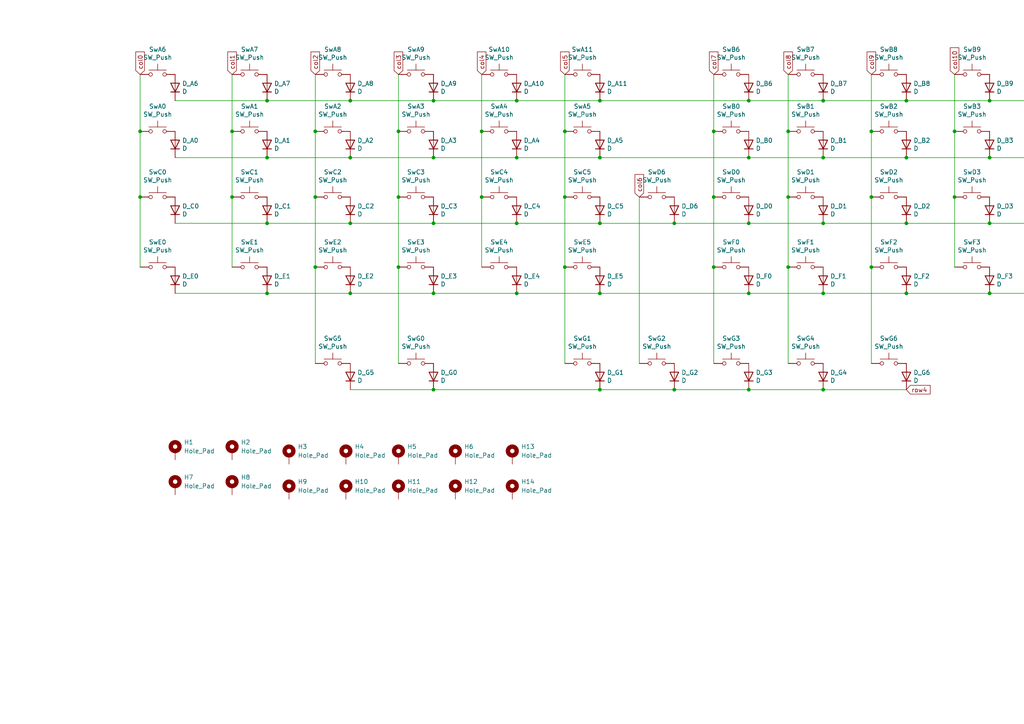
<source format=kicad_sch>
(kicad_sch (version 20211123) (generator eeschema)

  (uuid 10109f84-4940-47f8-8640-91f185ac9bc1)

  (paper "A4")

  (title_block
    (title "rev41lp")
    (date "2021-04-01")
    (rev "0.2")
    (company "B_sides")
  )

  (lib_symbols
    (symbol "Device:D" (pin_numbers hide) (pin_names (offset 1.016) hide) (in_bom yes) (on_board yes)
      (property "Reference" "D" (id 0) (at 0 2.54 0)
        (effects (font (size 1.27 1.27)))
      )
      (property "Value" "D" (id 1) (at 0 -2.54 0)
        (effects (font (size 1.27 1.27)))
      )
      (property "Footprint" "" (id 2) (at 0 0 0)
        (effects (font (size 1.27 1.27)) hide)
      )
      (property "Datasheet" "~" (id 3) (at 0 0 0)
        (effects (font (size 1.27 1.27)) hide)
      )
      (property "ki_keywords" "diode" (id 4) (at 0 0 0)
        (effects (font (size 1.27 1.27)) hide)
      )
      (property "ki_description" "Diode" (id 5) (at 0 0 0)
        (effects (font (size 1.27 1.27)) hide)
      )
      (property "ki_fp_filters" "TO-???* *_Diode_* *SingleDiode* D_*" (id 6) (at 0 0 0)
        (effects (font (size 1.27 1.27)) hide)
      )
      (symbol "D_0_1"
        (polyline
          (pts
            (xy -1.27 1.27)
            (xy -1.27 -1.27)
          )
          (stroke (width 0.254) (type default) (color 0 0 0 0))
          (fill (type none))
        )
        (polyline
          (pts
            (xy 1.27 0)
            (xy -1.27 0)
          )
          (stroke (width 0) (type default) (color 0 0 0 0))
          (fill (type none))
        )
        (polyline
          (pts
            (xy 1.27 1.27)
            (xy 1.27 -1.27)
            (xy -1.27 0)
            (xy 1.27 1.27)
          )
          (stroke (width 0.254) (type default) (color 0 0 0 0))
          (fill (type none))
        )
      )
      (symbol "D_1_1"
        (pin passive line (at -3.81 0 0) (length 2.54)
          (name "K" (effects (font (size 1.27 1.27))))
          (number "1" (effects (font (size 1.27 1.27))))
        )
        (pin passive line (at 3.81 0 180) (length 2.54)
          (name "A" (effects (font (size 1.27 1.27))))
          (number "2" (effects (font (size 1.27 1.27))))
        )
      )
    )
    (symbol "Lily58_Pro-rescue:ProMicro_2-Lily58-cache" (pin_names (offset 1.016)) (in_bom yes) (on_board yes)
      (property "Reference" "U" (id 0) (at 0 17.78 0)
        (effects (font (size 1.27 1.27)))
      )
      (property "Value" "ProMicro_2-Lily58-cache" (id 1) (at 0 -17.78 0)
        (effects (font (size 1.27 1.27)))
      )
      (property "Footprint" "" (id 2) (at -1.27 2.54 0)
        (effects (font (size 1.27 1.27)) hide)
      )
      (property "Datasheet" "" (id 3) (at -1.27 2.54 0)
        (effects (font (size 1.27 1.27)) hide)
      )
      (symbol "ProMicro_2-Lily58-cache_0_1"
        (rectangle (start -11.43 16.51) (end 11.43 -16.51)
          (stroke (width 0) (type default) (color 0 0 0 0))
          (fill (type none))
        )
      )
      (symbol "ProMicro_2-Lily58-cache_1_1"
        (pin input line (at -16.51 13.97 0) (length 5.08)
          (name "TX(PD3)" (effects (font (size 1.27 1.27))))
          (number "1" (effects (font (size 1.27 1.27))))
        )
        (pin input line (at -16.51 -8.89 0) (length 5.08)
          (name "D7(PE6)" (effects (font (size 1.27 1.27))))
          (number "10" (effects (font (size 1.27 1.27))))
        )
        (pin input line (at -16.51 -11.43 0) (length 5.08)
          (name "D8(PB4)" (effects (font (size 1.27 1.27))))
          (number "11" (effects (font (size 1.27 1.27))))
        )
        (pin input line (at -16.51 -13.97 0) (length 5.08)
          (name "D9(PB5)" (effects (font (size 1.27 1.27))))
          (number "12" (effects (font (size 1.27 1.27))))
        )
        (pin input line (at 16.51 -13.97 180) (length 5.08)
          (name "D10(PB6)" (effects (font (size 1.27 1.27))))
          (number "13" (effects (font (size 1.27 1.27))))
        )
        (pin input line (at 16.51 -11.43 180) (length 5.08)
          (name "D16(PB2)" (effects (font (size 1.27 1.27))))
          (number "14" (effects (font (size 1.27 1.27))))
        )
        (pin input line (at 16.51 -8.89 180) (length 5.08)
          (name "D14(PB3)" (effects (font (size 1.27 1.27))))
          (number "15" (effects (font (size 1.27 1.27))))
        )
        (pin input line (at 16.51 -6.35 180) (length 5.08)
          (name "D15(PB1)" (effects (font (size 1.27 1.27))))
          (number "16" (effects (font (size 1.27 1.27))))
        )
        (pin input line (at 16.51 -3.81 180) (length 5.08)
          (name "A0(PF7)" (effects (font (size 1.27 1.27))))
          (number "17" (effects (font (size 1.27 1.27))))
        )
        (pin input line (at 16.51 -1.27 180) (length 5.08)
          (name "A1(PF6)" (effects (font (size 1.27 1.27))))
          (number "18" (effects (font (size 1.27 1.27))))
        )
        (pin input line (at 16.51 1.27 180) (length 5.08)
          (name "A2(PF5)" (effects (font (size 1.27 1.27))))
          (number "19" (effects (font (size 1.27 1.27))))
        )
        (pin input line (at -16.51 11.43 0) (length 5.08)
          (name "RX(PD2)" (effects (font (size 1.27 1.27))))
          (number "2" (effects (font (size 1.27 1.27))))
        )
        (pin input line (at 16.51 3.81 180) (length 5.08)
          (name "A3(PF4)" (effects (font (size 1.27 1.27))))
          (number "20" (effects (font (size 1.27 1.27))))
        )
        (pin input line (at 16.51 6.35 180) (length 5.08)
          (name "VCC" (effects (font (size 1.27 1.27))))
          (number "21" (effects (font (size 1.27 1.27))))
        )
        (pin input line (at 16.51 8.89 180) (length 5.08)
          (name "RST" (effects (font (size 1.27 1.27))))
          (number "22" (effects (font (size 1.27 1.27))))
        )
        (pin input line (at 16.51 11.43 180) (length 5.08)
          (name "GND" (effects (font (size 1.27 1.27))))
          (number "23" (effects (font (size 1.27 1.27))))
        )
        (pin input line (at 16.51 13.97 180) (length 5.08)
          (name "RAW" (effects (font (size 1.27 1.27))))
          (number "24" (effects (font (size 1.27 1.27))))
        )
        (pin input line (at -16.51 8.89 0) (length 5.08)
          (name "GND" (effects (font (size 1.27 1.27))))
          (number "3" (effects (font (size 1.27 1.27))))
        )
        (pin input line (at -16.51 6.35 0) (length 5.08)
          (name "GND" (effects (font (size 1.27 1.27))))
          (number "4" (effects (font (size 1.27 1.27))))
        )
        (pin input line (at -16.51 3.81 0) (length 5.08)
          (name "SDA(PD1)" (effects (font (size 1.27 1.27))))
          (number "5" (effects (font (size 1.27 1.27))))
        )
        (pin input line (at -16.51 1.27 0) (length 5.08)
          (name "SCL(PD0)" (effects (font (size 1.27 1.27))))
          (number "6" (effects (font (size 1.27 1.27))))
        )
        (pin input line (at -16.51 -1.27 0) (length 5.08)
          (name "D4(PD4)" (effects (font (size 1.27 1.27))))
          (number "7" (effects (font (size 1.27 1.27))))
        )
        (pin input line (at -16.51 -3.81 0) (length 5.08)
          (name "D5(PC6)" (effects (font (size 1.27 1.27))))
          (number "8" (effects (font (size 1.27 1.27))))
        )
        (pin input line (at -16.51 -6.35 0) (length 5.08)
          (name "D6(PD7)" (effects (font (size 1.27 1.27))))
          (number "9" (effects (font (size 1.27 1.27))))
        )
      )
    )
    (symbol "Switch:SW_Push" (pin_numbers hide) (pin_names (offset 1.016) hide) (in_bom yes) (on_board yes)
      (property "Reference" "SW" (id 0) (at 1.27 2.54 0)
        (effects (font (size 1.27 1.27)) (justify left))
      )
      (property "Value" "SW_Push" (id 1) (at 0 -1.524 0)
        (effects (font (size 1.27 1.27)))
      )
      (property "Footprint" "" (id 2) (at 0 5.08 0)
        (effects (font (size 1.27 1.27)) hide)
      )
      (property "Datasheet" "~" (id 3) (at 0 5.08 0)
        (effects (font (size 1.27 1.27)) hide)
      )
      (property "ki_keywords" "switch normally-open pushbutton push-button" (id 4) (at 0 0 0)
        (effects (font (size 1.27 1.27)) hide)
      )
      (property "ki_description" "Push button switch, generic, two pins" (id 5) (at 0 0 0)
        (effects (font (size 1.27 1.27)) hide)
      )
      (symbol "SW_Push_0_1"
        (circle (center -2.032 0) (radius 0.508)
          (stroke (width 0) (type default) (color 0 0 0 0))
          (fill (type none))
        )
        (polyline
          (pts
            (xy 0 1.27)
            (xy 0 3.048)
          )
          (stroke (width 0) (type default) (color 0 0 0 0))
          (fill (type none))
        )
        (polyline
          (pts
            (xy 2.54 1.27)
            (xy -2.54 1.27)
          )
          (stroke (width 0) (type default) (color 0 0 0 0))
          (fill (type none))
        )
        (circle (center 2.032 0) (radius 0.508)
          (stroke (width 0) (type default) (color 0 0 0 0))
          (fill (type none))
        )
        (pin passive line (at -5.08 0 0) (length 2.54)
          (name "1" (effects (font (size 1.27 1.27))))
          (number "1" (effects (font (size 1.27 1.27))))
        )
        (pin passive line (at 5.08 0 180) (length 2.54)
          (name "2" (effects (font (size 1.27 1.27))))
          (number "2" (effects (font (size 1.27 1.27))))
        )
      )
    )
    (symbol "horizon-components:Hole_Pad" (pin_numbers hide) (pin_names (offset 1.016) hide) (in_bom yes) (on_board yes)
      (property "Reference" "H" (id 0) (at 0 6.35 0)
        (effects (font (size 1.27 1.27)))
      )
      (property "Value" "Hole_Pad" (id 1) (at 0 4.445 0)
        (effects (font (size 1.27 1.27)))
      )
      (property "Footprint" "" (id 2) (at 0 0 0)
        (effects (font (size 1.27 1.27)) hide)
      )
      (property "Datasheet" "" (id 3) (at 0 0 0)
        (effects (font (size 1.27 1.27)) hide)
      )
      (property "ki_fp_filters" "MountingHole*Pad*" (id 4) (at 0 0 0)
        (effects (font (size 1.27 1.27)) hide)
      )
      (symbol "Hole_Pad_0_1"
        (circle (center 0 1.27) (radius 1.27)
          (stroke (width 1.27) (type default) (color 0 0 0 0))
          (fill (type none))
        )
      )
      (symbol "Hole_Pad_1_1"
        (pin input line (at 0 -2.54 90) (length 2.54)
          (name "1" (effects (font (size 1.27 1.27))))
          (number "1" (effects (font (size 1.27 1.27))))
        )
      )
    )
    (symbol "power:GND" (power) (pin_names (offset 0)) (in_bom yes) (on_board yes)
      (property "Reference" "#PWR" (id 0) (at 0 -6.35 0)
        (effects (font (size 1.27 1.27)) hide)
      )
      (property "Value" "GND" (id 1) (at 0 -3.81 0)
        (effects (font (size 1.27 1.27)))
      )
      (property "Footprint" "" (id 2) (at 0 0 0)
        (effects (font (size 1.27 1.27)) hide)
      )
      (property "Datasheet" "" (id 3) (at 0 0 0)
        (effects (font (size 1.27 1.27)) hide)
      )
      (property "ki_keywords" "power-flag" (id 4) (at 0 0 0)
        (effects (font (size 1.27 1.27)) hide)
      )
      (property "ki_description" "Power symbol creates a global label with name \"GND\" , ground" (id 5) (at 0 0 0)
        (effects (font (size 1.27 1.27)) hide)
      )
      (symbol "GND_0_1"
        (polyline
          (pts
            (xy 0 0)
            (xy 0 -1.27)
            (xy 1.27 -1.27)
            (xy 0 -2.54)
            (xy -1.27 -1.27)
            (xy 0 -1.27)
          )
          (stroke (width 0) (type default) (color 0 0 0 0))
          (fill (type none))
        )
      )
      (symbol "GND_1_1"
        (pin power_in line (at 0 0 270) (length 0) hide
          (name "GND" (effects (font (size 1.27 1.27))))
          (number "1" (effects (font (size 1.27 1.27))))
        )
      )
    )
  )

  (junction (at 173.99 45.72) (diameter 0) (color 0 0 0 0)
    (uuid 028abbeb-2473-4a29-ac5e-04cc2115f334)
  )
  (junction (at 139.7 57.15) (diameter 0) (color 0 0 0 0)
    (uuid 02ba1a54-a842-44a9-ae98-88ce9e2e0673)
  )
  (junction (at 91.44 38.1) (diameter 0) (color 0 0 0 0)
    (uuid 09de8a12-68c5-4ce8-92ad-28aaa3d28bc3)
  )
  (junction (at 67.31 38.1) (diameter 0) (color 0 0 0 0)
    (uuid 0a31ee29-da4f-47d9-8748-3bdcd4c0425b)
  )
  (junction (at 101.6 85.09) (diameter 0) (color 0 0 0 0)
    (uuid 101483dd-8fb6-4626-a0ae-baaeb18a4a3f)
  )
  (junction (at 325.12 57.15) (diameter 0) (color 0 0 0 0)
    (uuid 17624a7b-be9b-4c43-9f95-90d5d7222133)
  )
  (junction (at 325.12 38.1) (diameter 0) (color 0 0 0 0)
    (uuid 2016cfab-3344-4371-8221-99f0fec3e0c6)
  )
  (junction (at 125.73 64.77) (diameter 0) (color 0 0 0 0)
    (uuid 25847db1-0cbc-45a0-8eea-dd2f39960b2b)
  )
  (junction (at 311.15 64.77) (diameter 0) (color 0 0 0 0)
    (uuid 2c3c7ad3-9d1e-464f-a3a2-19db099efe09)
  )
  (junction (at 115.57 77.47) (diameter 0) (color 0 0 0 0)
    (uuid 2caa5c8f-8077-4da8-871c-5eea5b42f352)
  )
  (junction (at 207.01 57.15) (diameter 0) (color 0 0 0 0)
    (uuid 2f5f8a9f-b14d-44c7-91a9-0681cfe54a2d)
  )
  (junction (at 217.17 45.72) (diameter 0) (color 0 0 0 0)
    (uuid 2fb46d38-1a3c-457d-be10-993b2c5315fc)
  )
  (junction (at 149.86 29.21) (diameter 0) (color 0 0 0 0)
    (uuid 34067b3d-c693-40c3-ada6-3a092e92db0c)
  )
  (junction (at 238.76 113.03) (diameter 0) (color 0 0 0 0)
    (uuid 3796d2f2-5177-4241-ab79-6d2cb782294e)
  )
  (junction (at 101.6 29.21) (diameter 0) (color 0 0 0 0)
    (uuid 3aa4862c-9772-4cce-aa3e-ee6e7ffd7a1c)
  )
  (junction (at 300.99 38.1) (diameter 0) (color 0 0 0 0)
    (uuid 3b1c0f58-1618-4f03-bbda-d296fb43a47c)
  )
  (junction (at 262.89 85.09) (diameter 0) (color 0 0 0 0)
    (uuid 42656614-80d1-451d-9b14-a15de7a85729)
  )
  (junction (at 287.02 85.09) (diameter 0) (color 0 0 0 0)
    (uuid 46f31c72-c0b0-43ba-ab8a-a973ca33fa61)
  )
  (junction (at 276.86 38.1) (diameter 0) (color 0 0 0 0)
    (uuid 4791db3b-d5e0-4efd-8ce0-8fe7c61f1084)
  )
  (junction (at 287.02 29.21) (diameter 0) (color 0 0 0 0)
    (uuid 4afd0a71-f5d1-4b80-a592-a7febe43e265)
  )
  (junction (at 311.15 45.72) (diameter 0) (color 0 0 0 0)
    (uuid 4b3b69c4-5b15-45a8-861b-ca6623bcc8db)
  )
  (junction (at 149.86 64.77) (diameter 0) (color 0 0 0 0)
    (uuid 5583d93e-25ad-4e3c-8e76-d54306a7b35d)
  )
  (junction (at 228.6 77.47) (diameter 0) (color 0 0 0 0)
    (uuid 56b8cbca-6077-4e6e-9242-77a28a8b4574)
  )
  (junction (at 149.86 45.72) (diameter 0) (color 0 0 0 0)
    (uuid 58f2ef28-7da2-4b27-a64c-98105fd5079d)
  )
  (junction (at 252.73 77.47) (diameter 0) (color 0 0 0 0)
    (uuid 6208ecfa-ffc6-4605-849b-cfe5822236fc)
  )
  (junction (at 217.17 85.09) (diameter 0) (color 0 0 0 0)
    (uuid 663bfd87-7cdc-4fb8-a55e-d5b6800f4fa2)
  )
  (junction (at 77.47 85.09) (diameter 0) (color 0 0 0 0)
    (uuid 670bef89-28c0-4e74-95be-1755d7ed65b7)
  )
  (junction (at 77.47 45.72) (diameter 0) (color 0 0 0 0)
    (uuid 6766a5a5-ab25-4219-84cc-0e73c61c4b9f)
  )
  (junction (at 125.73 45.72) (diameter 0) (color 0 0 0 0)
    (uuid 68b6efb8-fc09-4180-98bd-ff2d563bebc7)
  )
  (junction (at 125.73 85.09) (diameter 0) (color 0 0 0 0)
    (uuid 68d91e37-f986-469c-a9ef-e2f9f3bd18f4)
  )
  (junction (at 173.99 113.03) (diameter 0) (color 0 0 0 0)
    (uuid 6a024bfa-f195-4eeb-974e-ab94fb9f9a06)
  )
  (junction (at 173.99 29.21) (diameter 0) (color 0 0 0 0)
    (uuid 6c4b2391-29b5-4b62-aa22-a98e42dae4c1)
  )
  (junction (at 207.01 38.1) (diameter 0) (color 0 0 0 0)
    (uuid 6d5a1f2c-d497-4f95-8854-38fb052c6f45)
  )
  (junction (at 163.83 38.1) (diameter 0) (color 0 0 0 0)
    (uuid 72f41ef1-4222-4d47-9898-21f8bf7cc84d)
  )
  (junction (at 195.58 64.77) (diameter 0) (color 0 0 0 0)
    (uuid 7514231b-86f0-433c-9907-c64c601b4ac3)
  )
  (junction (at 228.6 38.1) (diameter 0) (color 0 0 0 0)
    (uuid 7911b7b4-b28c-472c-995f-32eb42e601e6)
  )
  (junction (at 330.2 109.22) (diameter 0) (color 0 0 0 0)
    (uuid 7dc880bc-e7eb-4cce-8d8c-0b65a9dd788e)
  )
  (junction (at 252.73 38.1) (diameter 0) (color 0 0 0 0)
    (uuid 8de30114-9754-44fe-9338-458b3613d63f)
  )
  (junction (at 276.86 57.15) (diameter 0) (color 0 0 0 0)
    (uuid 9312d781-bc76-4fa1-b58a-9970b6534b90)
  )
  (junction (at 262.89 64.77) (diameter 0) (color 0 0 0 0)
    (uuid 95c6970d-51ee-49f3-9f57-02fd0f0dafd7)
  )
  (junction (at 238.76 29.21) (diameter 0) (color 0 0 0 0)
    (uuid 95d98cec-8c86-474a-a951-46ded67ccae7)
  )
  (junction (at 228.6 57.15) (diameter 0) (color 0 0 0 0)
    (uuid 98b65d03-77cb-46ef-8a82-115434c853b6)
  )
  (junction (at 40.64 38.1) (diameter 0) (color 0 0 0 0)
    (uuid 994d37e9-b259-478b-bf33-fd7ad6074d59)
  )
  (junction (at 40.64 57.15) (diameter 0) (color 0 0 0 0)
    (uuid 9a391e9c-0da3-4ce0-a73a-1553627ed004)
  )
  (junction (at 217.17 64.77) (diameter 0) (color 0 0 0 0)
    (uuid 9a4477e4-28e3-4aaa-91be-e3902355a73c)
  )
  (junction (at 101.6 64.77) (diameter 0) (color 0 0 0 0)
    (uuid 9b0cc604-ecf9-4626-b192-5b966cfef7c1)
  )
  (junction (at 195.58 113.03) (diameter 0) (color 0 0 0 0)
    (uuid 9ba5f911-3e1e-4845-88a2-55aec4dcff27)
  )
  (junction (at 207.01 77.47) (diameter 0) (color 0 0 0 0)
    (uuid 9c521050-210b-4566-8df7-0c21d5047d29)
  )
  (junction (at 101.6 45.72) (diameter 0) (color 0 0 0 0)
    (uuid 9e60f53e-fdb5-497c-837b-67abc6180c4c)
  )
  (junction (at 217.17 113.03) (diameter 0) (color 0 0 0 0)
    (uuid a1762589-540b-48b3-9e03-ff25696aa978)
  )
  (junction (at 173.99 85.09) (diameter 0) (color 0 0 0 0)
    (uuid a4b74659-cb9a-4ace-9af9-669632ad0022)
  )
  (junction (at 67.31 57.15) (diameter 0) (color 0 0 0 0)
    (uuid a57b426d-4bca-49aa-8c76-6f0e50979f60)
  )
  (junction (at 77.47 29.21) (diameter 0) (color 0 0 0 0)
    (uuid a9273706-b130-4911-b8e8-b6b64ad9fb9e)
  )
  (junction (at 77.47 64.77) (diameter 0) (color 0 0 0 0)
    (uuid ab23c21c-03e2-4e0a-a690-c83942590162)
  )
  (junction (at 238.76 85.09) (diameter 0) (color 0 0 0 0)
    (uuid ab48fed1-2a02-4246-a72b-dcdae7d3ae2a)
  )
  (junction (at 173.99 64.77) (diameter 0) (color 0 0 0 0)
    (uuid ac50a5d3-36ac-4136-a7b2-dae7aae12821)
  )
  (junction (at 163.83 57.15) (diameter 0) (color 0 0 0 0)
    (uuid b7407771-d37d-4a42-a5ab-8412b7e34cb2)
  )
  (junction (at 149.86 85.09) (diameter 0) (color 0 0 0 0)
    (uuid b8a7f746-2bc1-4daf-9f8c-a3ecd78bdcf7)
  )
  (junction (at 252.73 57.15) (diameter 0) (color 0 0 0 0)
    (uuid ba1b7b16-342e-49c4-a2dd-09cec9f371b4)
  )
  (junction (at 287.02 45.72) (diameter 0) (color 0 0 0 0)
    (uuid bea704d5-89d2-4173-b270-76eaa9a6b98e)
  )
  (junction (at 238.76 45.72) (diameter 0) (color 0 0 0 0)
    (uuid c5a8d009-d979-4903-88c2-f77363561b7b)
  )
  (junction (at 163.83 77.47) (diameter 0) (color 0 0 0 0)
    (uuid c9390b4f-c5b6-4d9f-961c-c6b724b8fa5b)
  )
  (junction (at 287.02 64.77) (diameter 0) (color 0 0 0 0)
    (uuid cb74d270-0e65-4feb-b249-6e6979ca2a2f)
  )
  (junction (at 311.15 29.21) (diameter 0) (color 0 0 0 0)
    (uuid cbe91ceb-3df0-4ff6-84d8-4851ba052273)
  )
  (junction (at 311.15 85.09) (diameter 0) (color 0 0 0 0)
    (uuid df42a485-253b-4b88-8fc2-4678c67edda5)
  )
  (junction (at 115.57 57.15) (diameter 0) (color 0 0 0 0)
    (uuid df700625-170c-4dd9-a57d-d2f3cc696e85)
  )
  (junction (at 91.44 77.47) (diameter 0) (color 0 0 0 0)
    (uuid e112cfd2-1b2b-4487-ab45-130ac749f807)
  )
  (junction (at 217.17 29.21) (diameter 0) (color 0 0 0 0)
    (uuid e6dc4dd9-7fb1-4f4d-a629-bf6e148c896f)
  )
  (junction (at 262.89 45.72) (diameter 0) (color 0 0 0 0)
    (uuid ec9a0607-3e38-4ee6-b46d-2e47b97744b6)
  )
  (junction (at 238.76 64.77) (diameter 0) (color 0 0 0 0)
    (uuid f409f94d-a019-4f4a-8199-aaeb2686252e)
  )
  (junction (at 262.89 29.21) (diameter 0) (color 0 0 0 0)
    (uuid f84592e4-81c4-4e95-8ae6-c6cc685d849d)
  )
  (junction (at 125.73 29.21) (diameter 0) (color 0 0 0 0)
    (uuid f9e5a7f8-1d73-4a10-8387-ade32e86c919)
  )
  (junction (at 125.73 113.03) (diameter 0) (color 0 0 0 0)
    (uuid fb01f663-4f8e-40c8-ad65-5a5be5a17f97)
  )
  (junction (at 139.7 38.1) (diameter 0) (color 0 0 0 0)
    (uuid fc53312d-d7dd-4d18-9d98-609df830594a)
  )
  (junction (at 115.57 38.1) (diameter 0) (color 0 0 0 0)
    (uuid fd3f8521-acfd-4f85-bda2-0601d9a6f7e6)
  )
  (junction (at 300.99 57.15) (diameter 0) (color 0 0 0 0)
    (uuid fd4556a4-6bae-4254-bd89-b395ce4bca91)
  )
  (junction (at 91.44 57.15) (diameter 0) (color 0 0 0 0)
    (uuid fff1e5d9-44d0-4aaa-92fd-20e1e171bf39)
  )

  (no_connect (at 365.76 111.76) (uuid 0f0d2089-7eab-467c-85b8-272bb3c58b99))

  (wire (pts (xy 311.15 45.72) (xy 335.28 45.72))
    (stroke (width 0) (type default) (color 0 0 0 0))
    (uuid 001f9849-6830-4365-9e14-ab1aff1c5f4e)
  )
  (wire (pts (xy 195.58 64.77) (xy 217.17 64.77))
    (stroke (width 0) (type default) (color 0 0 0 0))
    (uuid 0032e4eb-dbcb-402d-9d52-98755f20b665)
  )
  (wire (pts (xy 311.15 85.09) (xy 335.28 85.09))
    (stroke (width 0) (type default) (color 0 0 0 0))
    (uuid 0102c607-91ee-4c16-b673-68495e42d42c)
  )
  (wire (pts (xy 228.6 57.15) (xy 228.6 77.47))
    (stroke (width 0) (type default) (color 0 0 0 0))
    (uuid 0482088b-c4e0-41b2-804e-8b90808bbcf1)
  )
  (wire (pts (xy 125.73 45.72) (xy 149.86 45.72))
    (stroke (width 0) (type default) (color 0 0 0 0))
    (uuid 0a8d1068-92a1-4875-9dfd-e7d71d9cc384)
  )
  (wire (pts (xy 185.42 57.15) (xy 185.42 105.41))
    (stroke (width 0) (type default) (color 0 0 0 0))
    (uuid 0bcb649c-944f-4609-9d28-aec97f52f8a6)
  )
  (wire (pts (xy 228.6 21.59) (xy 228.6 38.1))
    (stroke (width 0) (type default) (color 0 0 0 0))
    (uuid 0e97f9c0-8e2f-46d3-a423-47694ca8f487)
  )
  (wire (pts (xy 91.44 57.15) (xy 91.44 77.47))
    (stroke (width 0) (type default) (color 0 0 0 0))
    (uuid 140f77ac-f429-4ff6-ace2-94f5f47fe6b0)
  )
  (wire (pts (xy 125.73 85.09) (xy 149.86 85.09))
    (stroke (width 0) (type default) (color 0 0 0 0))
    (uuid 1bf34367-2781-4111-8bc0-782f6050ebc7)
  )
  (wire (pts (xy 207.01 57.15) (xy 207.01 77.47))
    (stroke (width 0) (type default) (color 0 0 0 0))
    (uuid 1cf45106-ede5-4e01-95e6-d6c466a22c4d)
  )
  (wire (pts (xy 311.15 64.77) (xy 335.28 64.77))
    (stroke (width 0) (type default) (color 0 0 0 0))
    (uuid 1fd6af44-54d3-4aab-83f4-5d3438917c36)
  )
  (wire (pts (xy 173.99 45.72) (xy 217.17 45.72))
    (stroke (width 0) (type default) (color 0 0 0 0))
    (uuid 216275af-14fb-415e-83db-40b2631573c2)
  )
  (wire (pts (xy 217.17 64.77) (xy 238.76 64.77))
    (stroke (width 0) (type default) (color 0 0 0 0))
    (uuid 21c970b0-2296-431b-881f-2bc66ddba642)
  )
  (wire (pts (xy 115.57 21.59) (xy 115.57 38.1))
    (stroke (width 0) (type default) (color 0 0 0 0))
    (uuid 2376886a-2fc5-44a6-a9c7-f34fe43cd3d7)
  )
  (wire (pts (xy 67.31 57.15) (xy 67.31 77.47))
    (stroke (width 0) (type default) (color 0 0 0 0))
    (uuid 2fda5822-7632-4e07-b46b-f6f23d21968b)
  )
  (wire (pts (xy 163.83 38.1) (xy 163.83 57.15))
    (stroke (width 0) (type default) (color 0 0 0 0))
    (uuid 328facdd-25b8-40a7-8786-b42d46d8274c)
  )
  (wire (pts (xy 139.7 57.15) (xy 139.7 77.47))
    (stroke (width 0) (type default) (color 0 0 0 0))
    (uuid 35609783-9af0-4b4c-aad6-3c305e38c102)
  )
  (wire (pts (xy 91.44 77.47) (xy 91.44 105.41))
    (stroke (width 0) (type default) (color 0 0 0 0))
    (uuid 37beee91-ad6f-4b38-9f66-50de0cb682be)
  )
  (wire (pts (xy 365.76 104.14) (xy 378.46 104.14))
    (stroke (width 0) (type default) (color 0 0 0 0))
    (uuid 3934b2e9-06c8-499c-a6df-4d7b35cfb894)
  )
  (wire (pts (xy 50.8 85.09) (xy 77.47 85.09))
    (stroke (width 0) (type default) (color 0 0 0 0))
    (uuid 3cdd3567-9a79-405e-90f2-dfea1f9c0cc9)
  )
  (wire (pts (xy 163.83 77.47) (xy 163.83 105.41))
    (stroke (width 0) (type default) (color 0 0 0 0))
    (uuid 3e7d4ca9-6ca5-44c5-bb6f-02614883ae6f)
  )
  (wire (pts (xy 325.12 21.59) (xy 325.12 38.1))
    (stroke (width 0) (type default) (color 0 0 0 0))
    (uuid 3facec3b-2c0a-4aea-a5c2-ae0b9c7d5198)
  )
  (wire (pts (xy 50.8 29.21) (xy 77.47 29.21))
    (stroke (width 0) (type default) (color 0 0 0 0))
    (uuid 41b5f99f-8294-46ab-b5d4-45bdfdef07d1)
  )
  (wire (pts (xy 262.89 45.72) (xy 287.02 45.72))
    (stroke (width 0) (type default) (color 0 0 0 0))
    (uuid 42b2be58-9f0e-4277-95b3-78a57f558c79)
  )
  (wire (pts (xy 163.83 57.15) (xy 163.83 77.47))
    (stroke (width 0) (type default) (color 0 0 0 0))
    (uuid 490817a9-8a3a-4dae-8218-68d4d944ab07)
  )
  (wire (pts (xy 173.99 64.77) (xy 195.58 64.77))
    (stroke (width 0) (type default) (color 0 0 0 0))
    (uuid 4ade062b-13fd-4a79-a28c-91d321607a3d)
  )
  (wire (pts (xy 238.76 113.03) (xy 262.89 113.03))
    (stroke (width 0) (type default) (color 0 0 0 0))
    (uuid 4dfd7f01-a9b3-49e4-a870-d9eb9092f888)
  )
  (wire (pts (xy 300.99 38.1) (xy 300.99 57.15))
    (stroke (width 0) (type default) (color 0 0 0 0))
    (uuid 53315059-bb41-4f20-9974-00e4f528a476)
  )
  (wire (pts (xy 252.73 21.59) (xy 252.73 38.1))
    (stroke (width 0) (type default) (color 0 0 0 0))
    (uuid 541a8660-db52-4749-9f98-466300eb32f1)
  )
  (wire (pts (xy 149.86 45.72) (xy 173.99 45.72))
    (stroke (width 0) (type default) (color 0 0 0 0))
    (uuid 54d8be3b-2ca1-4cfb-9b0d-8e94e4281d32)
  )
  (wire (pts (xy 40.64 21.59) (xy 40.64 38.1))
    (stroke (width 0) (type default) (color 0 0 0 0))
    (uuid 56130353-108b-4d34-985b-2ea5c0166703)
  )
  (wire (pts (xy 325.12 38.1) (xy 325.12 57.15))
    (stroke (width 0) (type default) (color 0 0 0 0))
    (uuid 599e6132-fc12-4fec-9642-4103bc8c9ee5)
  )
  (wire (pts (xy 173.99 113.03) (xy 195.58 113.03))
    (stroke (width 0) (type default) (color 0 0 0 0))
    (uuid 5bf0851b-3b00-4bd6-836f-69f7bd86d31a)
  )
  (wire (pts (xy 238.76 85.09) (xy 262.89 85.09))
    (stroke (width 0) (type default) (color 0 0 0 0))
    (uuid 5c39175f-8ea9-453a-91b0-f77ac5e371c4)
  )
  (wire (pts (xy 378.46 102.87) (xy 378.46 104.14))
    (stroke (width 0) (type default) (color 0 0 0 0))
    (uuid 60d26b83-9c3a-4edb-93ef-ab3d9d05e8cb)
  )
  (wire (pts (xy 300.99 57.15) (xy 300.99 77.47))
    (stroke (width 0) (type default) (color 0 0 0 0))
    (uuid 62424b23-86a0-46bb-9b34-b9e51443c544)
  )
  (wire (pts (xy 115.57 77.47) (xy 115.57 105.41))
    (stroke (width 0) (type default) (color 0 0 0 0))
    (uuid 6266d7ab-756a-46f0-94dc-c49324228d40)
  )
  (wire (pts (xy 101.6 85.09) (xy 125.73 85.09))
    (stroke (width 0) (type default) (color 0 0 0 0))
    (uuid 65dee346-0410-4d84-8a40-abe33a7ad344)
  )
  (wire (pts (xy 330.2 111.76) (xy 330.2 109.22))
    (stroke (width 0) (type default) (color 0 0 0 0))
    (uuid 666713b0-70f4-42df-8761-f65bc212d03b)
  )
  (wire (pts (xy 40.64 57.15) (xy 40.64 77.47))
    (stroke (width 0) (type default) (color 0 0 0 0))
    (uuid 67684dea-2c10-4237-9754-a848791667ba)
  )
  (wire (pts (xy 101.6 64.77) (xy 125.73 64.77))
    (stroke (width 0) (type default) (color 0 0 0 0))
    (uuid 6a34f905-12ec-4348-ba38-e4c068284133)
  )
  (wire (pts (xy 163.83 21.59) (xy 163.83 38.1))
    (stroke (width 0) (type default) (color 0 0 0 0))
    (uuid 6bfc85d7-d551-4e7c-b3c9-77b98f8c2de8)
  )
  (wire (pts (xy 332.74 111.76) (xy 330.2 111.76))
    (stroke (width 0) (type default) (color 0 0 0 0))
    (uuid 6c2e273e-743c-4f1e-a647-4171f8122550)
  )
  (wire (pts (xy 125.73 29.21) (xy 149.86 29.21))
    (stroke (width 0) (type default) (color 0 0 0 0))
    (uuid 6fae9a57-d8a4-468f-b9f9-3883e5c70d34)
  )
  (wire (pts (xy 262.89 85.09) (xy 287.02 85.09))
    (stroke (width 0) (type default) (color 0 0 0 0))
    (uuid 706b9711-0d1c-4f75-bf2a-fda3be6b558f)
  )
  (wire (pts (xy 340.36 154.94) (xy 330.2 154.94))
    (stroke (width 0) (type default) (color 0 0 0 0))
    (uuid 722636b6-8ff0-452f-9357-23deb317d921)
  )
  (wire (pts (xy 125.73 113.03) (xy 173.99 113.03))
    (stroke (width 0) (type default) (color 0 0 0 0))
    (uuid 7565ed55-3d05-40ad-9e50-d9667b030a38)
  )
  (wire (pts (xy 217.17 29.21) (xy 238.76 29.21))
    (stroke (width 0) (type default) (color 0 0 0 0))
    (uuid 75a898c8-7d5a-46fa-8bc4-dc664cf12807)
  )
  (wire (pts (xy 50.8 64.77) (xy 77.47 64.77))
    (stroke (width 0) (type default) (color 0 0 0 0))
    (uuid 77236fdc-d409-4d32-8f75-0b60b0d16013)
  )
  (wire (pts (xy 77.47 64.77) (xy 101.6 64.77))
    (stroke (width 0) (type default) (color 0 0 0 0))
    (uuid 781b5b98-2fce-4a32-acc5-a8d6bbce4779)
  )
  (wire (pts (xy 252.73 38.1) (xy 252.73 57.15))
    (stroke (width 0) (type default) (color 0 0 0 0))
    (uuid 78aa7a50-68e7-459a-a8f8-b006ee8513ee)
  )
  (wire (pts (xy 287.02 29.21) (xy 311.15 29.21))
    (stroke (width 0) (type default) (color 0 0 0 0))
    (uuid 7f7dceba-d5ce-4942-ab2b-1c48c8e0384b)
  )
  (wire (pts (xy 67.31 21.59) (xy 67.31 38.1))
    (stroke (width 0) (type default) (color 0 0 0 0))
    (uuid 809cc561-7a1e-4b0c-a814-952b3dc8fae8)
  )
  (wire (pts (xy 276.86 57.15) (xy 276.86 77.47))
    (stroke (width 0) (type default) (color 0 0 0 0))
    (uuid 829b54b2-69ec-4f04-8837-2646573bec12)
  )
  (wire (pts (xy 325.12 57.15) (xy 325.12 77.47))
    (stroke (width 0) (type default) (color 0 0 0 0))
    (uuid 84b9479b-f26c-4174-a917-28aa0fc8a549)
  )
  (wire (pts (xy 139.7 38.1) (xy 139.7 57.15))
    (stroke (width 0) (type default) (color 0 0 0 0))
    (uuid 8a0b9ce9-7c4b-4038-be74-9263c510decd)
  )
  (wire (pts (xy 287.02 64.77) (xy 311.15 64.77))
    (stroke (width 0) (type default) (color 0 0 0 0))
    (uuid 8ca294bd-ad97-4422-b9c2-a661437d4afc)
  )
  (wire (pts (xy 287.02 85.09) (xy 311.15 85.09))
    (stroke (width 0) (type default) (color 0 0 0 0))
    (uuid 8d967483-ce1d-4216-ac40-15109cd72075)
  )
  (wire (pts (xy 40.64 38.1) (xy 40.64 57.15))
    (stroke (width 0) (type default) (color 0 0 0 0))
    (uuid 8eed701f-673b-4e13-ac9c-fd8d6cb1250a)
  )
  (wire (pts (xy 262.89 64.77) (xy 287.02 64.77))
    (stroke (width 0) (type default) (color 0 0 0 0))
    (uuid 90084fe0-45d2-4b89-a77b-ad62cc9712f2)
  )
  (wire (pts (xy 238.76 29.21) (xy 262.89 29.21))
    (stroke (width 0) (type default) (color 0 0 0 0))
    (uuid 91052e37-7e14-4de5-81df-7ce4d7b978d7)
  )
  (wire (pts (xy 330.2 109.22) (xy 328.93 109.22))
    (stroke (width 0) (type default) (color 0 0 0 0))
    (uuid 9157f4ae-0244-4ff1-9f73-3cb4cbb5f280)
  )
  (wire (pts (xy 115.57 38.1) (xy 115.57 57.15))
    (stroke (width 0) (type default) (color 0 0 0 0))
    (uuid 929ce5c7-2bae-499f-bdde-9b02f4265941)
  )
  (wire (pts (xy 50.8 45.72) (xy 77.47 45.72))
    (stroke (width 0) (type default) (color 0 0 0 0))
    (uuid 93ec03d7-76c8-4498-81a7-4b0a27ecd85c)
  )
  (wire (pts (xy 252.73 77.47) (xy 252.73 105.41))
    (stroke (width 0) (type default) (color 0 0 0 0))
    (uuid 96035d43-b875-4b42-8f12-6a8ba41dd635)
  )
  (wire (pts (xy 207.01 38.1) (xy 207.01 57.15))
    (stroke (width 0) (type default) (color 0 0 0 0))
    (uuid 9dc2b4cd-1734-44dc-8ab4-0650fef557bb)
  )
  (wire (pts (xy 217.17 85.09) (xy 238.76 85.09))
    (stroke (width 0) (type default) (color 0 0 0 0))
    (uuid 9e0f5a3f-eb32-48e8-8910-5a03346764d7)
  )
  (wire (pts (xy 195.58 113.03) (xy 217.17 113.03))
    (stroke (width 0) (type default) (color 0 0 0 0))
    (uuid a2079c8a-d0bf-4486-acb3-e6e5c9f1aacc)
  )
  (wire (pts (xy 77.47 85.09) (xy 101.6 85.09))
    (stroke (width 0) (type default) (color 0 0 0 0))
    (uuid a2c2acde-b2f4-444c-998d-0d49825f81b3)
  )
  (wire (pts (xy 207.01 21.59) (xy 207.01 38.1))
    (stroke (width 0) (type default) (color 0 0 0 0))
    (uuid a57a136f-69d4-4683-8689-4a33cb62f675)
  )
  (wire (pts (xy 91.44 21.59) (xy 91.44 38.1))
    (stroke (width 0) (type default) (color 0 0 0 0))
    (uuid a59beaac-ad6b-4af7-8712-34460574c822)
  )
  (wire (pts (xy 228.6 77.47) (xy 228.6 105.41))
    (stroke (width 0) (type default) (color 0 0 0 0))
    (uuid a7b6d608-7dad-4e1f-9cf4-74390f408367)
  )
  (wire (pts (xy 149.86 64.77) (xy 173.99 64.77))
    (stroke (width 0) (type default) (color 0 0 0 0))
    (uuid a968d835-98a0-4668-94eb-d165cf127a81)
  )
  (wire (pts (xy 101.6 29.21) (xy 125.73 29.21))
    (stroke (width 0) (type default) (color 0 0 0 0))
    (uuid a97e8b28-a0a6-452f-a7ea-d2e6d2834264)
  )
  (wire (pts (xy 217.17 113.03) (xy 238.76 113.03))
    (stroke (width 0) (type default) (color 0 0 0 0))
    (uuid aecf8eff-2223-419d-a329-a15b2a2339c8)
  )
  (wire (pts (xy 287.02 45.72) (xy 311.15 45.72))
    (stroke (width 0) (type default) (color 0 0 0 0))
    (uuid b4f0cfbb-c03a-491b-9755-18a44100e798)
  )
  (wire (pts (xy 228.6 38.1) (xy 228.6 57.15))
    (stroke (width 0) (type default) (color 0 0 0 0))
    (uuid b9e9d11f-f83a-477e-95bc-c829b79bb1d6)
  )
  (wire (pts (xy 115.57 57.15) (xy 115.57 77.47))
    (stroke (width 0) (type default) (color 0 0 0 0))
    (uuid bb9b01a0-f169-447f-8d90-1e074257ed42)
  )
  (wire (pts (xy 217.17 45.72) (xy 238.76 45.72))
    (stroke (width 0) (type default) (color 0 0 0 0))
    (uuid bdc317a0-583c-4c99-b35f-2d33aefbc437)
  )
  (wire (pts (xy 139.7 21.59) (xy 139.7 38.1))
    (stroke (width 0) (type default) (color 0 0 0 0))
    (uuid c456b0ab-6f7c-4f21-8714-4a7e93c97a70)
  )
  (wire (pts (xy 207.01 77.47) (xy 207.01 105.41))
    (stroke (width 0) (type default) (color 0 0 0 0))
    (uuid c5b9e2e4-6cc3-4b98-a0b3-352a49d5bd16)
  )
  (wire (pts (xy 149.86 85.09) (xy 173.99 85.09))
    (stroke (width 0) (type default) (color 0 0 0 0))
    (uuid c6d0e441-9349-43d9-bca6-6f1c7e3558d3)
  )
  (wire (pts (xy 101.6 45.72) (xy 125.73 45.72))
    (stroke (width 0) (type default) (color 0 0 0 0))
    (uuid c8de2cc4-0611-4750-aa44-3ed426c9777e)
  )
  (wire (pts (xy 91.44 38.1) (xy 91.44 57.15))
    (stroke (width 0) (type default) (color 0 0 0 0))
    (uuid c9cdae58-6d90-4f0b-832c-7a8e40efdde8)
  )
  (wire (pts (xy 149.86 29.21) (xy 173.99 29.21))
    (stroke (width 0) (type default) (color 0 0 0 0))
    (uuid ca67344b-bc69-493e-bef4-8bda0f4b6665)
  )
  (wire (pts (xy 262.89 29.21) (xy 287.02 29.21))
    (stroke (width 0) (type default) (color 0 0 0 0))
    (uuid ceebcbdf-74fe-4ece-9d47-e86c0009794c)
  )
  (wire (pts (xy 77.47 29.21) (xy 101.6 29.21))
    (stroke (width 0) (type default) (color 0 0 0 0))
    (uuid d7665632-a134-4a8c-acc0-ca421e7fb031)
  )
  (wire (pts (xy 238.76 64.77) (xy 262.89 64.77))
    (stroke (width 0) (type default) (color 0 0 0 0))
    (uuid db1cb341-0ade-4114-8ab1-24afd1d3acfc)
  )
  (wire (pts (xy 173.99 29.21) (xy 217.17 29.21))
    (stroke (width 0) (type default) (color 0 0 0 0))
    (uuid e1d5f5d7-2529-4168-8223-622fc56e3042)
  )
  (wire (pts (xy 276.86 21.59) (xy 276.86 38.1))
    (stroke (width 0) (type default) (color 0 0 0 0))
    (uuid e4b20cee-5be4-40d4-a7d2-f468709b6dfd)
  )
  (wire (pts (xy 300.99 21.59) (xy 300.99 38.1))
    (stroke (width 0) (type default) (color 0 0 0 0))
    (uuid e7a8c094-1bd4-4d65-9a8a-803df894f75e)
  )
  (wire (pts (xy 77.47 45.72) (xy 101.6 45.72))
    (stroke (width 0) (type default) (color 0 0 0 0))
    (uuid e84dfda4-0cf5-4da9-a338-5b522a7b7424)
  )
  (wire (pts (xy 332.74 109.22) (xy 330.2 109.22))
    (stroke (width 0) (type default) (color 0 0 0 0))
    (uuid e857610b-4434-4144-b04e-43c1ebdc5ceb)
  )
  (wire (pts (xy 252.73 57.15) (xy 252.73 77.47))
    (stroke (width 0) (type default) (color 0 0 0 0))
    (uuid e90df021-6fce-45e5-8229-d1415d2c13ca)
  )
  (wire (pts (xy 238.76 45.72) (xy 262.89 45.72))
    (stroke (width 0) (type default) (color 0 0 0 0))
    (uuid e9e39f7f-87f2-457f-81ac-cdab4ea3c05f)
  )
  (wire (pts (xy 311.15 29.21) (xy 335.28 29.21))
    (stroke (width 0) (type default) (color 0 0 0 0))
    (uuid f28b4ede-d7a2-490f-b868-800f4758f475)
  )
  (wire (pts (xy 173.99 85.09) (xy 217.17 85.09))
    (stroke (width 0) (type default) (color 0 0 0 0))
    (uuid f372a2e8-975b-4c3e-ba33-6b2253f133d3)
  )
  (wire (pts (xy 101.6 113.03) (xy 125.73 113.03))
    (stroke (width 0) (type default) (color 0 0 0 0))
    (uuid f86be7e5-5f48-4576-b9f4-10f37032b563)
  )
  (wire (pts (xy 276.86 38.1) (xy 276.86 57.15))
    (stroke (width 0) (type default) (color 0 0 0 0))
    (uuid fb540999-0a11-4051-9bf9-18c14dc6648f)
  )
  (wire (pts (xy 67.31 38.1) (xy 67.31 57.15))
    (stroke (width 0) (type default) (color 0 0 0 0))
    (uuid fd11e21e-094a-41d2-84a9-bb2db81678fa)
  )
  (wire (pts (xy 125.73 64.77) (xy 149.86 64.77))
    (stroke (width 0) (type default) (color 0 0 0 0))
    (uuid ffd43cc0-b949-4220-befc-7e3d7f082ffe)
  )

  (global_label "col0" (shape input) (at 365.76 119.38 0) (fields_autoplaced)
    (effects (font (size 1.27 1.27)) (justify left))
    (uuid 110c646a-5ec6-4203-8722-d47c66b9bc09)
    (property "Intersheet References" "${INTERSHEET_REFS}" (id 0) (at 565.15 167.64 0)
      (effects (font (size 1.27 1.27)) hide)
    )
  )
  (global_label "col2" (shape input) (at 365.76 116.84 0) (fields_autoplaced)
    (effects (font (size 1.27 1.27)) (justify left))
    (uuid 1e1b062d-fad0-427c-a622-c5b8a80b5268)
    (property "Intersheet References" "${INTERSHEET_REFS}" (id 0) (at 372.1966 116.9194 0)
      (effects (font (size 1.27 1.27)) (justify left) hide)
    )
  )
  (global_label "row1" (shape input) (at 335.2799 45.72 0) (fields_autoplaced)
    (effects (font (size 1.27 1.27)) (justify left))
    (uuid 2b63f782-dad1-4e26-aafa-e02548e2f3cf)
    (property "Intersheet References" "${INTERSHEET_REFS}" (id 0) (at 342.0793 45.6406 0)
      (effects (font (size 1.27 1.27)) (justify left) hide)
    )
  )
  (global_label "col8" (shape input) (at 332.74 121.92 180) (fields_autoplaced)
    (effects (font (size 1.27 1.27)) (justify right))
    (uuid 2c3f5dec-a8b4-4ade-970b-ca41582ec302)
    (property "Intersheet References" "${INTERSHEET_REFS}" (id 0) (at 326.3034 121.8406 0)
      (effects (font (size 1.27 1.27)) (justify right) hide)
    )
  )
  (global_label "col4" (shape input) (at 365.76 124.46 0) (fields_autoplaced)
    (effects (font (size 1.27 1.27)) (justify left))
    (uuid 2e642b3e-a476-4c54-9a52-dcea955640cd)
    (property "Intersheet References" "${INTERSHEET_REFS}" (id 0) (at 372.1966 124.5394 0)
      (effects (font (size 1.27 1.27)) (justify left) hide)
    )
  )
  (global_label "col10" (shape input) (at 276.86 21.59 90) (fields_autoplaced)
    (effects (font (size 1.27 1.27)) (justify left))
    (uuid 2fd51eac-8504-42a0-bdcd-38e8e2a03277)
    (property "Intersheet References" "${INTERSHEET_REFS}" (id 0) (at 276.7806 13.9439 90)
      (effects (font (size 1.27 1.27)) (justify left) hide)
    )
  )
  (global_label "col3" (shape input) (at 365.76 121.92 0) (fields_autoplaced)
    (effects (font (size 1.27 1.27)) (justify left))
    (uuid 30f15357-ce1d-48b9-93dc-7d9b1b2aa048)
    (property "Intersheet References" "${INTERSHEET_REFS}" (id 0) (at 372.1966 121.9994 0)
      (effects (font (size 1.27 1.27)) (justify left) hide)
    )
  )
  (global_label "col8" (shape input) (at 228.6 21.59 90) (fields_autoplaced)
    (effects (font (size 1.27 1.27)) (justify left))
    (uuid 33933f80-a932-459a-b226-7aa0ba918281)
    (property "Intersheet References" "${INTERSHEET_REFS}" (id 0) (at 228.5206 15.1534 90)
      (effects (font (size 1.27 1.27)) (justify left) hide)
    )
  )
  (global_label "row0" (shape input) (at 332.74 104.14 180) (fields_autoplaced)
    (effects (font (size 1.27 1.27)) (justify right))
    (uuid 48ab88d7-7084-4d02-b109-3ad55a30bb11)
    (property "Intersheet References" "${INTERSHEET_REFS}" (id 0) (at 325.9406 104.2194 0)
      (effects (font (size 1.27 1.27)) (justify right) hide)
    )
  )
  (global_label "row4" (shape input) (at 332.74 119.38 180) (fields_autoplaced)
    (effects (font (size 1.27 1.27)) (justify right))
    (uuid 4e677390-a246-4ca0-954c-746e0870f88f)
    (property "Intersheet References" "${INTERSHEET_REFS}" (id 0) (at 325.9406 119.4594 0)
      (effects (font (size 1.27 1.27)) (justify right) hide)
    )
  )
  (global_label "col1" (shape input) (at 67.31 21.59 90) (fields_autoplaced)
    (effects (font (size 1.27 1.27)) (justify left))
    (uuid 514b636b-fcea-4b24-9700-348d8bb6d8c3)
    (property "Intersheet References" "${INTERSHEET_REFS}" (id 0) (at 67.2306 15.1534 90)
      (effects (font (size 1.27 1.27)) (justify left) hide)
    )
  )
  (global_label "row3" (shape input) (at 335.28 85.09 0) (fields_autoplaced)
    (effects (font (size 1.27 1.27)) (justify left))
    (uuid 54c02c6e-08e9-4cac-8782-2fc19970f7f1)
    (property "Intersheet References" "${INTERSHEET_REFS}" (id 0) (at 342.0794 85.0106 0)
      (effects (font (size 1.27 1.27)) (justify left) hide)
    )
  )
  (global_label "col9" (shape input) (at 252.73 21.59 90) (fields_autoplaced)
    (effects (font (size 1.27 1.27)) (justify left))
    (uuid 58b4e20e-d726-410b-b3b0-f49e3d98b7d2)
    (property "Intersheet References" "${INTERSHEET_REFS}" (id 0) (at 252.6506 15.1534 90)
      (effects (font (size 1.27 1.27)) (justify left) hide)
    )
  )
  (global_label "row3" (shape input) (at 332.74 116.84 180) (fields_autoplaced)
    (effects (font (size 1.27 1.27)) (justify right))
    (uuid 5fc27c35-3e1c-4f96-817c-93b5570858a6)
    (property "Intersheet References" "${INTERSHEET_REFS}" (id 0) (at 325.9406 116.9194 0)
      (effects (font (size 1.27 1.27)) (justify right) hide)
    )
  )
  (global_label "row2" (shape input) (at 332.74 114.3 180) (fields_autoplaced)
    (effects (font (size 1.27 1.27)) (justify right))
    (uuid 6a45789b-3855-401f-8139-3c734f7f52f9)
    (property "Intersheet References" "${INTERSHEET_REFS}" (id 0) (at 325.9406 114.3794 0)
      (effects (font (size 1.27 1.27)) (justify right) hide)
    )
  )
  (global_label "row1" (shape input) (at 332.74 106.68 180) (fields_autoplaced)
    (effects (font (size 1.27 1.27)) (justify right))
    (uuid 716e31c5-485f-40b5-88e3-a75900da9811)
    (property "Intersheet References" "${INTERSHEET_REFS}" (id 0) (at 325.9406 106.7594 0)
      (effects (font (size 1.27 1.27)) (justify right) hide)
    )
  )
  (global_label "col4" (shape input) (at 139.7 21.59 90) (fields_autoplaced)
    (effects (font (size 1.27 1.27)) (justify left))
    (uuid 732faa17-b0dc-4e58-a563-d1f4a299f14c)
    (property "Intersheet References" "${INTERSHEET_REFS}" (id 0) (at 139.6206 15.1534 90)
      (effects (font (size 1.27 1.27)) (justify left) hide)
    )
  )
  (global_label "row2" (shape input) (at 335.28 64.77 0) (fields_autoplaced)
    (effects (font (size 1.27 1.27)) (justify left))
    (uuid 7398d747-ecf1-457d-94a6-e36a16f7e333)
    (property "Intersheet References" "${INTERSHEET_REFS}" (id 0) (at 342.0794 64.6906 0)
      (effects (font (size 1.27 1.27)) (justify left) hide)
    )
  )
  (global_label "RAW" (shape input) (at 378.46 102.87 90) (fields_autoplaced)
    (effects (font (size 1.27 1.27)) (justify left))
    (uuid 77aa6db5-9b8d-4983-b88e-30fe5af25975)
    (property "Intersheet References" "${INTERSHEET_REFS}" (id 0) (at 130.81 71.12 0)
      (effects (font (size 1.27 1.27)) hide)
    )
  )
  (global_label "col11" (shape input) (at 332.74 127 180) (fields_autoplaced)
    (effects (font (size 1.27 1.27)) (justify right))
    (uuid 7f064424-06a6-4f5b-87d6-1970ae527766)
    (property "Intersheet References" "${INTERSHEET_REFS}" (id 0) (at 325.0939 127.0794 0)
      (effects (font (size 1.27 1.27)) (justify right) hide)
    )
  )
  (global_label "col6" (shape input) (at 185.42 57.15 90) (fields_autoplaced)
    (effects (font (size 1.27 1.27)) (justify left))
    (uuid 7f09b3fd-7df4-4683-a64f-5111958c805e)
    (property "Intersheet References" "${INTERSHEET_REFS}" (id 0) (at 185.3406 50.7134 90)
      (effects (font (size 1.27 1.27)) (justify left) hide)
    )
  )
  (global_label "col0" (shape input) (at 40.64 21.59 90) (fields_autoplaced)
    (effects (font (size 1.27 1.27)) (justify left))
    (uuid 83d289e8-09e9-450f-aa29-e4a965c20aed)
    (property "Intersheet References" "${INTERSHEET_REFS}" (id 0) (at 40.5606 15.1534 90)
      (effects (font (size 1.27 1.27)) (justify left) hide)
    )
  )
  (global_label "col12" (shape input) (at 325.12 21.59 90) (fields_autoplaced)
    (effects (font (size 1.27 1.27)) (justify left))
    (uuid 9d2d9cb5-575d-4886-b1da-b6666401336e)
    (property "Intersheet References" "${INTERSHEET_REFS}" (id 0) (at 325.0406 13.9439 90)
      (effects (font (size 1.27 1.27)) (justify left) hide)
    )
  )
  (global_label "RST" (shape input) (at 365.76 109.22 0) (fields_autoplaced)
    (effects (font (size 1.27 1.27)) (justify left))
    (uuid 9f4abbc0-6ac3-48f0-b823-2c1c19349540)
    (property "Intersheet References" "${INTERSHEET_REFS}" (id 0) (at 130.81 71.12 0)
      (effects (font (size 1.27 1.27)) hide)
    )
  )
  (global_label "col6" (shape input) (at 365.76 129.54 0) (fields_autoplaced)
    (effects (font (size 1.27 1.27)) (justify left))
    (uuid a3e4f0ae-9f86-49e9-b386-ed8b42e012fb)
    (property "Intersheet References" "${INTERSHEET_REFS}" (id 0) (at 372.1966 129.6194 0)
      (effects (font (size 1.27 1.27)) (justify left) hide)
    )
  )
  (global_label "col2" (shape input) (at 91.44 21.59 90) (fields_autoplaced)
    (effects (font (size 1.27 1.27)) (justify left))
    (uuid a74a2ecb-b3d3-4857-b4a0-0f6b8b1ff3de)
    (property "Intersheet References" "${INTERSHEET_REFS}" (id 0) (at 91.3606 15.1534 90)
      (effects (font (size 1.27 1.27)) (justify left) hide)
    )
  )
  (global_label "col9" (shape input) (at 332.74 129.54 180) (fields_autoplaced)
    (effects (font (size 1.27 1.27)) (justify right))
    (uuid a756a93b-d67c-4865-ac49-bf164ddfaadd)
    (property "Intersheet References" "${INTERSHEET_REFS}" (id 0) (at 326.3034 129.4606 0)
      (effects (font (size 1.27 1.27)) (justify right) hide)
    )
  )
  (global_label "col5" (shape input) (at 365.76 127 0) (fields_autoplaced)
    (effects (font (size 1.27 1.27)) (justify left))
    (uuid ac264c30-3e9a-4be2-b97a-9949b68bd497)
    (property "Intersheet References" "${INTERSHEET_REFS}" (id 0) (at 372.1966 127.0794 0)
      (effects (font (size 1.27 1.27)) (justify left) hide)
    )
  )
  (global_label "col7" (shape input) (at 207.01 21.59 90) (fields_autoplaced)
    (effects (font (size 1.27 1.27)) (justify left))
    (uuid ac8ecb84-75c5-4603-8c9d-a73dd2fe55aa)
    (property "Intersheet References" "${INTERSHEET_REFS}" (id 0) (at 206.9306 15.1534 90)
      (effects (font (size 1.27 1.27)) (justify left) hide)
    )
  )
  (global_label "col12" (shape input) (at 332.74 124.46 180) (fields_autoplaced)
    (effects (font (size 1.27 1.27)) (justify right))
    (uuid b7c09c15-282b-4731-8942-008851172201)
    (property "Intersheet References" "${INTERSHEET_REFS}" (id 0) (at 325.0939 124.5394 0)
      (effects (font (size 1.27 1.27)) (justify right) hide)
    )
  )
  (global_label "col10" (shape input) (at 332.74 132.08 180) (fields_autoplaced)
    (effects (font (size 1.27 1.27)) (justify right))
    (uuid ba116096-3ccc-4cc8-a185-5325439e4e24)
    (property "Intersheet References" "${INTERSHEET_REFS}" (id 0) (at 325.0939 132.1594 0)
      (effects (font (size 1.27 1.27)) (justify right) hide)
    )
  )
  (global_label "row4" (shape input) (at 262.89 113.03 0) (fields_autoplaced)
    (effects (font (size 1.27 1.27)) (justify left))
    (uuid bd0f6d70-bdab-434e-b65a-64e19664db6a)
    (property "Intersheet References" "${INTERSHEET_REFS}" (id 0) (at 269.6894 112.9506 0)
      (effects (font (size 1.27 1.27)) (justify left) hide)
    )
  )
  (global_label "RST" (shape input) (at 350.52 154.94 0) (fields_autoplaced)
    (effects (font (size 1.27 1.27)) (justify left))
    (uuid bf8d857b-70bf-41ee-a068-5771461e04e9)
    (property "Intersheet References" "${INTERSHEET_REFS}" (id 0) (at 113.03 30.48 0)
      (effects (font (size 1.27 1.27)) hide)
    )
  )
  (global_label "col7" (shape input) (at 365.76 132.08 0) (fields_autoplaced)
    (effects (font (size 1.27 1.27)) (justify left))
    (uuid c144caa5-b0d4-4cef-840a-d4ad178a2102)
    (property "Intersheet References" "${INTERSHEET_REFS}" (id 0) (at 372.1966 132.1594 0)
      (effects (font (size 1.27 1.27)) (justify left) hide)
    )
  )
  (global_label "col5" (shape input) (at 163.83 21.59 90) (fields_autoplaced)
    (effects (font (size 1.27 1.27)) (justify left))
    (uuid c956e012-de03-415a-8747-9335ef9cf41b)
    (property "Intersheet References" "${INTERSHEET_REFS}" (id 0) (at 163.7506 15.1534 90)
      (effects (font (size 1.27 1.27)) (justify left) hide)
    )
  )
  (global_label "col11" (shape input) (at 300.99 21.59 90) (fields_autoplaced)
    (effects (font (size 1.27 1.27)) (justify left))
    (uuid cff3c479-7563-4dd3-aaec-26096e98e78b)
    (property "Intersheet References" "${INTERSHEET_REFS}" (id 0) (at 300.9106 13.9439 90)
      (effects (font (size 1.27 1.27)) (justify left) hide)
    )
  )
  (global_label "row0" (shape input) (at 335.28 29.21 0) (fields_autoplaced)
    (effects (font (size 1.27 1.27)) (justify left))
    (uuid db0f9dd3-15ee-4e30-a2a3-916e83bf80a0)
    (property "Intersheet References" "${INTERSHEET_REFS}" (id 0) (at 342.0794 29.1306 0)
      (effects (font (size 1.27 1.27)) (justify left) hide)
    )
  )
  (global_label "col1" (shape input) (at 365.76 114.3 0) (fields_autoplaced)
    (effects (font (size 1.27 1.27)) (justify left))
    (uuid eaec69ac-6271-44bd-985b-fc818e04a793)
    (property "Intersheet References" "${INTERSHEET_REFS}" (id 0) (at 372.1966 114.3794 0)
      (effects (font (size 1.27 1.27)) (justify left) hide)
    )
  )
  (global_label "col3" (shape input) (at 115.57 21.59 90) (fields_autoplaced)
    (effects (font (size 1.27 1.27)) (justify left))
    (uuid fa185703-4739-49db-9f04-bf522df932bf)
    (property "Intersheet References" "${INTERSHEET_REFS}" (id 0) (at 115.4906 15.1534 90)
      (effects (font (size 1.27 1.27)) (justify left) hide)
    )
  )

  (symbol (lib_id "Lily58_Pro-rescue:ProMicro_2-Lily58-cache") (at 349.25 118.11 0) (unit 1)
    (in_bom yes) (on_board yes)
    (uuid 00000000-0000-0000-0000-0000603ad690)
    (property "Reference" "U1" (id 0) (at 349.25 96.8502 0)
      (effects (font (size 1.524 1.524)))
    )
    (property "Value" "ProMicro" (id 1) (at 349.25 99.5426 0)
      (effects (font (size 1.524 1.524)))
    )
    (property "Footprint" "keeblib:ArduinoProMicro" (id 2) (at 347.98 115.57 0)
      (effects (font (size 1.27 1.27)) hide)
    )
    (property "Datasheet" "" (id 3) (at 347.98 115.57 0)
      (effects (font (size 1.27 1.27)) hide)
    )
    (pin "1" (uuid ebbfef2a-2f58-4fd5-a812-580cfcc283fb))
    (pin "10" (uuid c5c98b8a-f7ba-45e7-bc15-faf2e29423ce))
    (pin "11" (uuid 00b3984a-525d-47c8-89ad-7c7a71dd5d16))
    (pin "12" (uuid b79a7340-60b6-4c9b-8356-f75182760b48))
    (pin "13" (uuid 0513019d-3054-40e8-9b82-85bc0121b463))
    (pin "14" (uuid fad5cafd-1d84-4372-aa9e-13053849db92))
    (pin "15" (uuid 8b942ae8-7e4f-460e-9e75-f3bb356e33e8))
    (pin "16" (uuid cab4392b-185f-4a15-abcf-45f1efeb7d3d))
    (pin "17" (uuid 19c8f73c-c52a-4765-9516-9defc03adb31))
    (pin "18" (uuid 53ae2557-3df0-4bc4-a3ea-2f3fac9846c7))
    (pin "19" (uuid e9685a9e-73b9-40b0-bca3-caec1f7476cf))
    (pin "2" (uuid 15310aa3-e4b9-422c-baad-abfa6b7b3dc0))
    (pin "20" (uuid 684559cd-e0cb-41fe-b8d3-877b06ea2b9e))
    (pin "21" (uuid 1dc22b96-9d93-4bcd-81ae-49cfeeda23fe))
    (pin "22" (uuid 3fb98362-21d4-47ce-bfcd-b0a858312ca0))
    (pin "23" (uuid 8ac72a9c-4694-401e-863c-088cd465aa70))
    (pin "24" (uuid 1fddd933-dbff-49df-bc23-d487123d1e69))
    (pin "3" (uuid 37b27594-c35f-4f26-9829-b63bd345830f))
    (pin "4" (uuid 24d2a6ff-0d9d-4e45-b537-9c50307c11dc))
    (pin "5" (uuid 803be133-afda-4dfd-b6d5-104381910e3a))
    (pin "6" (uuid 61f1f7d0-6f78-4d40-b60a-92e06b5f5cc0))
    (pin "7" (uuid 7e63b9a3-985a-4a18-9207-41e901119525))
    (pin "8" (uuid cfdb9790-1d00-4a98-a2a5-4a9251014673))
    (pin "9" (uuid 621097bc-d098-4f47-8603-3f1de117ed94))
  )

  (symbol (lib_id "power:GND") (at 365.76 106.68 90) (unit 1)
    (in_bom yes) (on_board yes)
    (uuid 00000000-0000-0000-0000-000060488c68)
    (property "Reference" "#PWR0102" (id 0) (at 372.11 106.68 0)
      (effects (font (size 1.27 1.27)) hide)
    )
    (property "Value" "GND" (id 1) (at 369.0112 106.553 90)
      (effects (font (size 1.27 1.27)) (justify right))
    )
    (property "Footprint" "" (id 2) (at 365.76 106.68 0)
      (effects (font (size 1.27 1.27)) hide)
    )
    (property "Datasheet" "" (id 3) (at 365.76 106.68 0)
      (effects (font (size 1.27 1.27)) hide)
    )
    (pin "1" (uuid 26de6c81-b305-4701-89b3-277226af63f8))
  )

  (symbol (lib_id "power:GND") (at 328.93 109.22 270) (unit 1)
    (in_bom yes) (on_board yes)
    (uuid 00000000-0000-0000-0000-000060489a7a)
    (property "Reference" "#PWR0103" (id 0) (at 322.58 109.22 0)
      (effects (font (size 1.27 1.27)) hide)
    )
    (property "Value" "GND" (id 1) (at 325.6788 109.347 90)
      (effects (font (size 1.27 1.27)) (justify right))
    )
    (property "Footprint" "" (id 2) (at 328.93 109.22 0)
      (effects (font (size 1.27 1.27)) hide)
    )
    (property "Datasheet" "" (id 3) (at 328.93 109.22 0)
      (effects (font (size 1.27 1.27)) hide)
    )
    (pin "1" (uuid bdde9e11-7801-483e-9088-385c57e7afa3))
  )

  (symbol (lib_id "Switch:SW_Push") (at 45.72 38.1 0) (unit 1)
    (in_bom yes) (on_board yes)
    (uuid 00000000-0000-0000-0000-0000604dd518)
    (property "Reference" "SwA0" (id 0) (at 45.72 30.861 0))
    (property "Value" "SW_Push" (id 1) (at 45.72 33.1724 0))
    (property "Footprint" "General_footprints:Kailh_socket_PG1350" (id 2) (at 45.72 33.02 0)
      (effects (font (size 1.27 1.27)) hide)
    )
    (property "Datasheet" "~" (id 3) (at 45.72 33.02 0)
      (effects (font (size 1.27 1.27)) hide)
    )
    (pin "1" (uuid d9c83c48-9c91-4a6e-a3c1-ff68a7431299))
    (pin "2" (uuid cef81ed1-b993-44f5-a61c-5035b25226e1))
  )

  (symbol (lib_id "Device:D") (at 50.8 41.91 90) (unit 1)
    (in_bom yes) (on_board yes)
    (uuid 00000000-0000-0000-0000-0000604dd7fe)
    (property "Reference" "D_A0" (id 0) (at 52.832 40.7416 90)
      (effects (font (size 1.27 1.27)) (justify right))
    )
    (property "Value" "D" (id 1) (at 52.832 43.053 90)
      (effects (font (size 1.27 1.27)) (justify right))
    )
    (property "Footprint" "General_footprints:Diode_SOD123" (id 2) (at 50.8 41.91 0)
      (effects (font (size 1.27 1.27)) hide)
    )
    (property "Datasheet" "~" (id 3) (at 50.8 41.91 0)
      (effects (font (size 1.27 1.27)) hide)
    )
    (pin "1" (uuid d1f57772-5ce6-4b85-bd55-bf5b4526514f))
    (pin "2" (uuid f7de8750-f82b-4a0f-bf9b-94727646f22a))
  )

  (symbol (lib_id "power:GND") (at 330.2 154.94 270) (unit 1)
    (in_bom yes) (on_board yes)
    (uuid 00000000-0000-0000-0000-0000606fc079)
    (property "Reference" "#PWR0104" (id 0) (at 323.85 154.94 0)
      (effects (font (size 1.27 1.27)) hide)
    )
    (property "Value" "GND" (id 1) (at 325.8058 155.067 0))
    (property "Footprint" "" (id 2) (at 330.2 154.94 0)
      (effects (font (size 1.27 1.27)) hide)
    )
    (property "Datasheet" "" (id 3) (at 330.2 154.94 0)
      (effects (font (size 1.27 1.27)) hide)
    )
    (pin "1" (uuid d610351c-a190-40a1-99e0-2223063accfd))
  )

  (symbol (lib_id "Switch:SW_Push") (at 345.44 154.94 0) (unit 1)
    (in_bom yes) (on_board yes)
    (uuid 00000000-0000-0000-0000-0000608d2db9)
    (property "Reference" "SW02" (id 0) (at 345.44 147.701 0))
    (property "Value" "SW_Push" (id 1) (at 345.44 150.0124 0))
    (property "Footprint" "General_footprints:TACT_SWITCH_ONE_SIDE" (id 2) (at 345.44 149.86 0)
      (effects (font (size 1.27 1.27)) hide)
    )
    (property "Datasheet" "~" (id 3) (at 345.44 149.86 0)
      (effects (font (size 1.27 1.27)) hide)
    )
    (pin "1" (uuid 6ba04e88-38fb-41ef-a3f9-d20175525680))
    (pin "2" (uuid e3495f12-22d2-4717-9396-1eda283e7460))
  )

  (symbol (lib_id "Device:D") (at 217.17 41.91 90) (unit 1)
    (in_bom yes) (on_board yes)
    (uuid 00000000-0000-0000-0000-000060a8983f)
    (property "Reference" "D_B0" (id 0) (at 219.202 40.7416 90)
      (effects (font (size 1.27 1.27)) (justify right))
    )
    (property "Value" "D" (id 1) (at 219.202 43.053 90)
      (effects (font (size 1.27 1.27)) (justify right))
    )
    (property "Footprint" "General_footprints:Diode_SOD123" (id 2) (at 217.17 41.91 0)
      (effects (font (size 1.27 1.27)) hide)
    )
    (property "Datasheet" "~" (id 3) (at 217.17 41.91 0)
      (effects (font (size 1.27 1.27)) hide)
    )
    (pin "1" (uuid 88df5c50-660c-4f56-a770-ffe066d61a72))
    (pin "2" (uuid 32e7648c-e2f1-4bcb-ad37-820e92a0f229))
  )

  (symbol (lib_id "Switch:SW_Push") (at 212.09 38.1 0) (unit 1)
    (in_bom yes) (on_board yes)
    (uuid 00000000-0000-0000-0000-000060a89cf5)
    (property "Reference" "SwB0" (id 0) (at 212.09 30.861 0))
    (property "Value" "SW_Push" (id 1) (at 212.09 33.1724 0))
    (property "Footprint" "General_footprints:Kailh_socket_PG1350" (id 2) (at 212.09 33.02 0)
      (effects (font (size 1.27 1.27)) hide)
    )
    (property "Datasheet" "~" (id 3) (at 212.09 33.02 0)
      (effects (font (size 1.27 1.27)) hide)
    )
    (pin "1" (uuid ba46e104-3025-4d5a-a13b-aecf6bb18594))
    (pin "2" (uuid 114d0c94-58bb-4cd1-ad45-12e273725579))
  )

  (symbol (lib_id "Device:D") (at 77.47 41.91 90) (unit 1)
    (in_bom yes) (on_board yes)
    (uuid 00000000-0000-0000-0000-000060ae88ad)
    (property "Reference" "D_A1" (id 0) (at 79.502 40.7416 90)
      (effects (font (size 1.27 1.27)) (justify right))
    )
    (property "Value" "D" (id 1) (at 79.502 43.053 90)
      (effects (font (size 1.27 1.27)) (justify right))
    )
    (property "Footprint" "General_footprints:Diode_SOD123" (id 2) (at 77.47 41.91 0)
      (effects (font (size 1.27 1.27)) hide)
    )
    (property "Datasheet" "~" (id 3) (at 77.47 41.91 0)
      (effects (font (size 1.27 1.27)) hide)
    )
    (pin "1" (uuid ad862eec-ef06-4947-8775-115e3b8eb85e))
    (pin "2" (uuid 01a3bd09-e865-4665-90b9-1da67bc8b691))
  )

  (symbol (lib_id "Switch:SW_Push") (at 72.39 38.1 0) (unit 1)
    (in_bom yes) (on_board yes)
    (uuid 00000000-0000-0000-0000-000060ae89c6)
    (property "Reference" "SwA1" (id 0) (at 72.39 30.861 0))
    (property "Value" "SW_Push" (id 1) (at 72.39 33.1724 0))
    (property "Footprint" "General_footprints:Kailh_socket_PG1350" (id 2) (at 72.39 33.02 0)
      (effects (font (size 1.27 1.27)) hide)
    )
    (property "Datasheet" "~" (id 3) (at 72.39 33.02 0)
      (effects (font (size 1.27 1.27)) hide)
    )
    (pin "1" (uuid c31eff0b-3742-41f9-9e11-ba2d6accc7fa))
    (pin "2" (uuid d38de86f-b66a-45cb-97d8-99b3fb04d582))
  )

  (symbol (lib_id "Device:D") (at 238.76 41.91 90) (unit 1)
    (in_bom yes) (on_board yes)
    (uuid 00000000-0000-0000-0000-000060b0fd09)
    (property "Reference" "D_B1" (id 0) (at 240.792 40.7416 90)
      (effects (font (size 1.27 1.27)) (justify right))
    )
    (property "Value" "D" (id 1) (at 240.792 43.053 90)
      (effects (font (size 1.27 1.27)) (justify right))
    )
    (property "Footprint" "General_footprints:Diode_SOD123" (id 2) (at 238.76 41.91 0)
      (effects (font (size 1.27 1.27)) hide)
    )
    (property "Datasheet" "~" (id 3) (at 238.76 41.91 0)
      (effects (font (size 1.27 1.27)) hide)
    )
    (pin "1" (uuid c3118a57-0a66-4825-8f5a-bc59b609fd5a))
    (pin "2" (uuid 678e4f39-29d4-45a6-8f07-61110902bd14))
  )

  (symbol (lib_id "Switch:SW_Push") (at 233.68 38.1 0) (unit 1)
    (in_bom yes) (on_board yes)
    (uuid 00000000-0000-0000-0000-000060b0fe63)
    (property "Reference" "SwB1" (id 0) (at 233.68 30.861 0))
    (property "Value" "SW_Push" (id 1) (at 233.68 33.1724 0))
    (property "Footprint" "General_footprints:Kailh_socket_PG1350" (id 2) (at 233.68 33.02 0)
      (effects (font (size 1.27 1.27)) hide)
    )
    (property "Datasheet" "~" (id 3) (at 233.68 33.02 0)
      (effects (font (size 1.27 1.27)) hide)
    )
    (pin "1" (uuid 675034f7-1d30-471a-904e-be2505df9193))
    (pin "2" (uuid fff681c6-a285-4c19-ac68-89b099cbc152))
  )

  (symbol (lib_id "Device:D") (at 50.8 60.96 90) (unit 1)
    (in_bom yes) (on_board yes)
    (uuid 00000000-0000-0000-0000-000060b50824)
    (property "Reference" "D_C0" (id 0) (at 52.832 59.7916 90)
      (effects (font (size 1.27 1.27)) (justify right))
    )
    (property "Value" "D" (id 1) (at 52.832 62.103 90)
      (effects (font (size 1.27 1.27)) (justify right))
    )
    (property "Footprint" "General_footprints:Diode_SOD123" (id 2) (at 50.8 60.96 0)
      (effects (font (size 1.27 1.27)) hide)
    )
    (property "Datasheet" "~" (id 3) (at 50.8 60.96 0)
      (effects (font (size 1.27 1.27)) hide)
    )
    (pin "1" (uuid 5ac77148-80e5-41a3-a338-1d77de4480d5))
    (pin "2" (uuid d69e474a-b7c4-4d96-8ffc-3cd49824fcfa))
  )

  (symbol (lib_id "Switch:SW_Push") (at 45.72 57.15 0) (unit 1)
    (in_bom yes) (on_board yes)
    (uuid 00000000-0000-0000-0000-000060b50ade)
    (property "Reference" "SwC0" (id 0) (at 45.72 49.911 0))
    (property "Value" "SW_Push" (id 1) (at 45.72 52.2224 0))
    (property "Footprint" "General_footprints:Kailh_socket_PG1350" (id 2) (at 45.72 52.07 0)
      (effects (font (size 1.27 1.27)) hide)
    )
    (property "Datasheet" "~" (id 3) (at 45.72 52.07 0)
      (effects (font (size 1.27 1.27)) hide)
    )
    (pin "1" (uuid e3991d3a-4906-479b-8331-b9caf9f87fad))
    (pin "2" (uuid 12c2e850-09a2-4284-8a59-11d483714325))
  )

  (symbol (lib_id "Device:D") (at 217.17 60.96 90) (unit 1)
    (in_bom yes) (on_board yes)
    (uuid 00000000-0000-0000-0000-000060b50aff)
    (property "Reference" "D_D0" (id 0) (at 219.202 59.7916 90)
      (effects (font (size 1.27 1.27)) (justify right))
    )
    (property "Value" "D" (id 1) (at 219.202 62.103 90)
      (effects (font (size 1.27 1.27)) (justify right))
    )
    (property "Footprint" "General_footprints:Diode_SOD123" (id 2) (at 217.17 60.96 0)
      (effects (font (size 1.27 1.27)) hide)
    )
    (property "Datasheet" "~" (id 3) (at 217.17 60.96 0)
      (effects (font (size 1.27 1.27)) hide)
    )
    (pin "1" (uuid 8c0f0345-441b-4e72-b40a-1b259406346c))
    (pin "2" (uuid b8a5834c-2e46-41fc-95da-93db468e0075))
  )

  (symbol (lib_id "Switch:SW_Push") (at 212.09 57.15 0) (unit 1)
    (in_bom yes) (on_board yes)
    (uuid 00000000-0000-0000-0000-000060b50b09)
    (property "Reference" "SwD0" (id 0) (at 212.09 49.911 0))
    (property "Value" "SW_Push" (id 1) (at 212.09 52.2224 0))
    (property "Footprint" "General_footprints:Kailh_socket_PG1350" (id 2) (at 212.09 52.07 0)
      (effects (font (size 1.27 1.27)) hide)
    )
    (property "Datasheet" "~" (id 3) (at 212.09 52.07 0)
      (effects (font (size 1.27 1.27)) hide)
    )
    (pin "1" (uuid c566607a-ed73-4dd1-bced-a0f9e98d27e4))
    (pin "2" (uuid 888c712f-92f3-4658-a625-469b720eb517))
  )

  (symbol (lib_id "Device:D") (at 77.47 60.96 90) (unit 1)
    (in_bom yes) (on_board yes)
    (uuid 00000000-0000-0000-0000-000060b50b2b)
    (property "Reference" "D_C1" (id 0) (at 79.502 59.7916 90)
      (effects (font (size 1.27 1.27)) (justify right))
    )
    (property "Value" "D" (id 1) (at 79.502 62.103 90)
      (effects (font (size 1.27 1.27)) (justify right))
    )
    (property "Footprint" "General_footprints:Diode_SOD123" (id 2) (at 77.47 60.96 0)
      (effects (font (size 1.27 1.27)) hide)
    )
    (property "Datasheet" "~" (id 3) (at 77.47 60.96 0)
      (effects (font (size 1.27 1.27)) hide)
    )
    (pin "1" (uuid 76af94e2-2250-4288-a448-f18ab5ba0b5e))
    (pin "2" (uuid 69070779-1f86-49f6-8a20-8b15ce52d808))
  )

  (symbol (lib_id "Switch:SW_Push") (at 72.39 57.15 0) (unit 1)
    (in_bom yes) (on_board yes)
    (uuid 00000000-0000-0000-0000-000060b50b35)
    (property "Reference" "SwC1" (id 0) (at 72.39 49.911 0))
    (property "Value" "SW_Push" (id 1) (at 72.39 52.2224 0))
    (property "Footprint" "General_footprints:Kailh_socket_PG1350" (id 2) (at 72.39 52.07 0)
      (effects (font (size 1.27 1.27)) hide)
    )
    (property "Datasheet" "~" (id 3) (at 72.39 52.07 0)
      (effects (font (size 1.27 1.27)) hide)
    )
    (pin "1" (uuid 86d72c5b-14a8-4c07-9b1a-09ef5f552ac1))
    (pin "2" (uuid 87400994-0a18-46e3-acff-430e8fe187bb))
  )

  (symbol (lib_id "Device:D") (at 238.76 60.96 90) (unit 1)
    (in_bom yes) (on_board yes)
    (uuid 00000000-0000-0000-0000-000060b50b5b)
    (property "Reference" "D_D1" (id 0) (at 240.792 59.7916 90)
      (effects (font (size 1.27 1.27)) (justify right))
    )
    (property "Value" "D" (id 1) (at 240.792 62.103 90)
      (effects (font (size 1.27 1.27)) (justify right))
    )
    (property "Footprint" "General_footprints:Diode_SOD123" (id 2) (at 238.76 60.96 0)
      (effects (font (size 1.27 1.27)) hide)
    )
    (property "Datasheet" "~" (id 3) (at 238.76 60.96 0)
      (effects (font (size 1.27 1.27)) hide)
    )
    (pin "1" (uuid 74027727-b456-4af2-bac7-7657954b8685))
    (pin "2" (uuid 28b0b97a-b467-4ee1-b8ef-9945c20634ae))
  )

  (symbol (lib_id "Switch:SW_Push") (at 233.68 57.15 0) (unit 1)
    (in_bom yes) (on_board yes)
    (uuid 00000000-0000-0000-0000-000060b50b65)
    (property "Reference" "SwD1" (id 0) (at 233.68 49.911 0))
    (property "Value" "SW_Push" (id 1) (at 233.68 52.2224 0))
    (property "Footprint" "General_footprints:Kailh_socket_PG1350" (id 2) (at 233.68 52.07 0)
      (effects (font (size 1.27 1.27)) hide)
    )
    (property "Datasheet" "~" (id 3) (at 233.68 52.07 0)
      (effects (font (size 1.27 1.27)) hide)
    )
    (pin "1" (uuid bec96098-7826-4aaf-a731-ff89faa28a9d))
    (pin "2" (uuid a73d2e16-8c97-4165-98d0-30fdad0408a8))
  )

  (symbol (lib_id "Device:D") (at 50.8 81.28 90) (unit 1)
    (in_bom yes) (on_board yes)
    (uuid 00000000-0000-0000-0000-000060cc8b03)
    (property "Reference" "D_E0" (id 0) (at 52.832 80.1116 90)
      (effects (font (size 1.27 1.27)) (justify right))
    )
    (property "Value" "D" (id 1) (at 52.832 82.423 90)
      (effects (font (size 1.27 1.27)) (justify right))
    )
    (property "Footprint" "General_footprints:Diode_SOD123" (id 2) (at 50.8 81.28 0)
      (effects (font (size 1.27 1.27)) hide)
    )
    (property "Datasheet" "~" (id 3) (at 50.8 81.28 0)
      (effects (font (size 1.27 1.27)) hide)
    )
    (pin "1" (uuid 680b5026-e0cb-4d20-8695-ff9d30eee7b5))
    (pin "2" (uuid a9b998a5-3b63-475a-ae9c-4ded1cb7b3d7))
  )

  (symbol (lib_id "Switch:SW_Push") (at 45.72 77.47 0) (unit 1)
    (in_bom yes) (on_board yes)
    (uuid 00000000-0000-0000-0000-000060cc8e85)
    (property "Reference" "SwE0" (id 0) (at 45.72 70.231 0))
    (property "Value" "SW_Push" (id 1) (at 45.72 72.5424 0))
    (property "Footprint" "General_footprints:Kailh_socket_PG1350" (id 2) (at 45.72 72.39 0)
      (effects (font (size 1.27 1.27)) hide)
    )
    (property "Datasheet" "~" (id 3) (at 45.72 72.39 0)
      (effects (font (size 1.27 1.27)) hide)
    )
    (pin "1" (uuid 2ad119a6-4155-40ca-979d-c79df1ad63e7))
    (pin "2" (uuid 9a17e937-0d89-46e2-97ed-a3fc63bdae56))
  )

  (symbol (lib_id "Device:D") (at 217.17 81.28 90) (unit 1)
    (in_bom yes) (on_board yes)
    (uuid 00000000-0000-0000-0000-000060cc8ea6)
    (property "Reference" "D_F0" (id 0) (at 219.202 80.1116 90)
      (effects (font (size 1.27 1.27)) (justify right))
    )
    (property "Value" "D" (id 1) (at 219.202 82.423 90)
      (effects (font (size 1.27 1.27)) (justify right))
    )
    (property "Footprint" "General_footprints:Diode_SOD123" (id 2) (at 217.17 81.28 0)
      (effects (font (size 1.27 1.27)) hide)
    )
    (property "Datasheet" "~" (id 3) (at 217.17 81.28 0)
      (effects (font (size 1.27 1.27)) hide)
    )
    (pin "1" (uuid 74cc1fb6-e23e-4cf6-9f76-e1c10fb92b8b))
    (pin "2" (uuid 94a7feca-16be-4f2f-bf22-29accaf624a7))
  )

  (symbol (lib_id "Switch:SW_Push") (at 212.09 77.47 0) (unit 1)
    (in_bom yes) (on_board yes)
    (uuid 00000000-0000-0000-0000-000060cc8eb0)
    (property "Reference" "SwF0" (id 0) (at 212.09 70.231 0))
    (property "Value" "SW_Push" (id 1) (at 212.09 72.5424 0))
    (property "Footprint" "General_footprints:Kailh_socket_PG1350" (id 2) (at 212.09 72.39 0)
      (effects (font (size 1.27 1.27)) hide)
    )
    (property "Datasheet" "~" (id 3) (at 212.09 72.39 0)
      (effects (font (size 1.27 1.27)) hide)
    )
    (pin "1" (uuid 9792353c-0daa-43e8-a8c9-d3f197b1e5d9))
    (pin "2" (uuid 3a2d5f09-d24e-4c43-bc67-ae6c20b1ef82))
  )

  (symbol (lib_id "Device:D") (at 77.47 81.28 90) (unit 1)
    (in_bom yes) (on_board yes)
    (uuid 00000000-0000-0000-0000-000060cc8ed2)
    (property "Reference" "D_E1" (id 0) (at 79.502 80.1116 90)
      (effects (font (size 1.27 1.27)) (justify right))
    )
    (property "Value" "D" (id 1) (at 79.502 82.423 90)
      (effects (font (size 1.27 1.27)) (justify right))
    )
    (property "Footprint" "General_footprints:Diode_SOD123" (id 2) (at 77.47 81.28 0)
      (effects (font (size 1.27 1.27)) hide)
    )
    (property "Datasheet" "~" (id 3) (at 77.47 81.28 0)
      (effects (font (size 1.27 1.27)) hide)
    )
    (pin "1" (uuid ae5446b8-1091-44f4-b4ec-0f66daa3cc75))
    (pin "2" (uuid 98a75e0a-f02b-4a78-a36d-84f98715540e))
  )

  (symbol (lib_id "Switch:SW_Push") (at 72.39 77.47 0) (unit 1)
    (in_bom yes) (on_board yes)
    (uuid 00000000-0000-0000-0000-000060cc8edc)
    (property "Reference" "SwE1" (id 0) (at 72.39 70.231 0))
    (property "Value" "SW_Push" (id 1) (at 72.39 72.5424 0))
    (property "Footprint" "General_footprints:Kailh_socket_PG1350" (id 2) (at 72.39 72.39 0)
      (effects (font (size 1.27 1.27)) hide)
    )
    (property "Datasheet" "~" (id 3) (at 72.39 72.39 0)
      (effects (font (size 1.27 1.27)) hide)
    )
    (pin "1" (uuid ac520072-620c-4cfa-b9bd-a281a63f5c8e))
    (pin "2" (uuid 2d52e758-eed7-42c7-93bb-a0fb4b4f3f20))
  )

  (symbol (lib_id "Device:D") (at 238.76 81.28 90) (unit 1)
    (in_bom yes) (on_board yes)
    (uuid 00000000-0000-0000-0000-000060cc8f02)
    (property "Reference" "D_F1" (id 0) (at 240.792 80.1116 90)
      (effects (font (size 1.27 1.27)) (justify right))
    )
    (property "Value" "D" (id 1) (at 240.792 82.423 90)
      (effects (font (size 1.27 1.27)) (justify right))
    )
    (property "Footprint" "General_footprints:Diode_SOD123" (id 2) (at 238.76 81.28 0)
      (effects (font (size 1.27 1.27)) hide)
    )
    (property "Datasheet" "~" (id 3) (at 238.76 81.28 0)
      (effects (font (size 1.27 1.27)) hide)
    )
    (pin "1" (uuid d73bd75a-8a90-4358-8bb9-8bf0bd5cfd01))
    (pin "2" (uuid 4955c88e-b807-4ed0-b6d5-6ea1079bf3ed))
  )

  (symbol (lib_id "Switch:SW_Push") (at 233.68 77.47 0) (unit 1)
    (in_bom yes) (on_board yes)
    (uuid 00000000-0000-0000-0000-000060cc8f0c)
    (property "Reference" "SwF1" (id 0) (at 233.68 70.231 0))
    (property "Value" "SW_Push" (id 1) (at 233.68 72.5424 0))
    (property "Footprint" "General_footprints:Kailh_socket_PG1350" (id 2) (at 233.68 72.39 0)
      (effects (font (size 1.27 1.27)) hide)
    )
    (property "Datasheet" "~" (id 3) (at 233.68 72.39 0)
      (effects (font (size 1.27 1.27)) hide)
    )
    (pin "1" (uuid 0c31140e-b283-4a92-817e-6f20ed22ff7d))
    (pin "2" (uuid 02bcc166-00f2-43fb-be22-f8853898abc0))
  )

  (symbol (lib_id "Device:D") (at 217.17 109.22 90) (unit 1)
    (in_bom yes) (on_board yes)
    (uuid 00000000-0000-0000-0000-000060cf093a)
    (property "Reference" "D_G3" (id 0) (at 219.202 108.0516 90)
      (effects (font (size 1.27 1.27)) (justify right))
    )
    (property "Value" "D" (id 1) (at 219.202 110.363 90)
      (effects (font (size 1.27 1.27)) (justify right))
    )
    (property "Footprint" "General_footprints:Diode_SOD123" (id 2) (at 217.17 109.22 0)
      (effects (font (size 1.27 1.27)) hide)
    )
    (property "Datasheet" "~" (id 3) (at 217.17 109.22 0)
      (effects (font (size 1.27 1.27)) hide)
    )
    (pin "1" (uuid 4a932cb0-9e96-458b-9f5a-4d1e5fbaeb7b))
    (pin "2" (uuid 4678abaa-9a89-421d-9554-6084135dcf31))
  )

  (symbol (lib_id "Switch:SW_Push") (at 212.09 105.41 0) (unit 1)
    (in_bom yes) (on_board yes)
    (uuid 00000000-0000-0000-0000-000060cf0944)
    (property "Reference" "SwG3" (id 0) (at 212.09 98.171 0))
    (property "Value" "SW_Push" (id 1) (at 212.09 100.4824 0))
    (property "Footprint" "General_footprints:Kailh_socket_PG1350" (id 2) (at 212.09 100.33 0)
      (effects (font (size 1.27 1.27)) hide)
    )
    (property "Datasheet" "~" (id 3) (at 212.09 100.33 0)
      (effects (font (size 1.27 1.27)) hide)
    )
    (pin "1" (uuid 9fbc9d84-4a3d-4b63-b1f4-b4dd3ec849e9))
    (pin "2" (uuid abd5b1f8-417b-4e4b-bb91-50def48c6e7b))
  )

  (symbol (lib_id "Device:D") (at 238.76 109.22 90) (unit 1)
    (in_bom yes) (on_board yes)
    (uuid 00000000-0000-0000-0000-000060cf0961)
    (property "Reference" "D_G4" (id 0) (at 240.792 108.0516 90)
      (effects (font (size 1.27 1.27)) (justify right))
    )
    (property "Value" "D" (id 1) (at 240.792 110.363 90)
      (effects (font (size 1.27 1.27)) (justify right))
    )
    (property "Footprint" "General_footprints:Diode_SOD123" (id 2) (at 238.76 109.22 0)
      (effects (font (size 1.27 1.27)) hide)
    )
    (property "Datasheet" "~" (id 3) (at 238.76 109.22 0)
      (effects (font (size 1.27 1.27)) hide)
    )
    (pin "1" (uuid 72d6ed73-8d3e-437e-84b2-89005b784042))
    (pin "2" (uuid 7e6bda94-f514-4d1a-bfa0-706ffa7f3689))
  )

  (symbol (lib_id "Switch:SW_Push") (at 233.68 105.41 0) (unit 1)
    (in_bom yes) (on_board yes)
    (uuid 00000000-0000-0000-0000-000060cf096b)
    (property "Reference" "SwG4" (id 0) (at 233.68 98.171 0))
    (property "Value" "SW_Push" (id 1) (at 233.68 100.4824 0))
    (property "Footprint" "General_footprints:Kailh_socket_PG1350" (id 2) (at 233.68 100.33 0)
      (effects (font (size 1.27 1.27)) hide)
    )
    (property "Datasheet" "~" (id 3) (at 233.68 100.33 0)
      (effects (font (size 1.27 1.27)) hide)
    )
    (pin "1" (uuid ef6d89e8-baea-4aba-9b87-0c0cc61deae7))
    (pin "2" (uuid 5bd3f15a-7f87-4a76-aa9b-753562cb7685))
  )

  (symbol (lib_id "Device:D") (at 101.6 41.91 90) (unit 1)
    (in_bom yes) (on_board yes)
    (uuid 00000000-0000-0000-0000-000060d0e454)
    (property "Reference" "D_A2" (id 0) (at 103.632 40.7416 90)
      (effects (font (size 1.27 1.27)) (justify right))
    )
    (property "Value" "D" (id 1) (at 103.632 43.053 90)
      (effects (font (size 1.27 1.27)) (justify right))
    )
    (property "Footprint" "General_footprints:Diode_SOD123" (id 2) (at 101.6 41.91 0)
      (effects (font (size 1.27 1.27)) hide)
    )
    (property "Datasheet" "~" (id 3) (at 101.6 41.91 0)
      (effects (font (size 1.27 1.27)) hide)
    )
    (pin "1" (uuid a5caf9f6-e03e-450e-bccc-1a8c713e9865))
    (pin "2" (uuid 0677ea8d-27ac-4a38-a5c6-9d3125b863f5))
  )

  (symbol (lib_id "Switch:SW_Push") (at 96.52 38.1 0) (unit 1)
    (in_bom yes) (on_board yes)
    (uuid 00000000-0000-0000-0000-000060d0e787)
    (property "Reference" "SwA2" (id 0) (at 96.52 30.861 0))
    (property "Value" "SW_Push" (id 1) (at 96.52 33.1724 0))
    (property "Footprint" "General_footprints:Kailh_socket_PG1350" (id 2) (at 96.52 33.02 0)
      (effects (font (size 1.27 1.27)) hide)
    )
    (property "Datasheet" "~" (id 3) (at 96.52 33.02 0)
      (effects (font (size 1.27 1.27)) hide)
    )
    (pin "1" (uuid f466b51f-af5a-4cf4-bd3c-fabc3b65b6ec))
    (pin "2" (uuid dece22cf-5001-44cd-9ca5-af884a2dd1f9))
  )

  (symbol (lib_id "Device:D") (at 262.89 41.91 90) (unit 1)
    (in_bom yes) (on_board yes)
    (uuid 00000000-0000-0000-0000-000060d0e7ab)
    (property "Reference" "D_B2" (id 0) (at 264.922 40.7416 90)
      (effects (font (size 1.27 1.27)) (justify right))
    )
    (property "Value" "D" (id 1) (at 264.922 43.053 90)
      (effects (font (size 1.27 1.27)) (justify right))
    )
    (property "Footprint" "General_footprints:Diode_SOD123" (id 2) (at 262.89 41.91 0)
      (effects (font (size 1.27 1.27)) hide)
    )
    (property "Datasheet" "~" (id 3) (at 262.89 41.91 0)
      (effects (font (size 1.27 1.27)) hide)
    )
    (pin "1" (uuid edb4c443-88e8-4daf-a3be-6178a1971022))
    (pin "2" (uuid 30165f62-3d41-4d42-aa30-73351cc31cbf))
  )

  (symbol (lib_id "Switch:SW_Push") (at 257.81 38.1 0) (unit 1)
    (in_bom yes) (on_board yes)
    (uuid 00000000-0000-0000-0000-000060d0e7b5)
    (property "Reference" "SwB2" (id 0) (at 257.81 30.861 0))
    (property "Value" "SW_Push" (id 1) (at 257.81 33.1724 0))
    (property "Footprint" "General_footprints:Kailh_socket_PG1350" (id 2) (at 257.81 33.02 0)
      (effects (font (size 1.27 1.27)) hide)
    )
    (property "Datasheet" "~" (id 3) (at 257.81 33.02 0)
      (effects (font (size 1.27 1.27)) hide)
    )
    (pin "1" (uuid 080b6e12-2ff2-4d50-83f7-4f249bc65a95))
    (pin "2" (uuid c2ab00a0-fb0b-4cb1-8dfa-890ca0b28f04))
  )

  (symbol (lib_id "Device:D") (at 101.6 60.96 90) (unit 1)
    (in_bom yes) (on_board yes)
    (uuid 00000000-0000-0000-0000-000060d0e7d2)
    (property "Reference" "D_C2" (id 0) (at 103.632 59.7916 90)
      (effects (font (size 1.27 1.27)) (justify right))
    )
    (property "Value" "D" (id 1) (at 103.632 62.103 90)
      (effects (font (size 1.27 1.27)) (justify right))
    )
    (property "Footprint" "General_footprints:Diode_SOD123" (id 2) (at 101.6 60.96 0)
      (effects (font (size 1.27 1.27)) hide)
    )
    (property "Datasheet" "~" (id 3) (at 101.6 60.96 0)
      (effects (font (size 1.27 1.27)) hide)
    )
    (pin "1" (uuid 134bfada-f0b0-4c8e-9e9c-3cd2bf3a1c1f))
    (pin "2" (uuid cc7bfa1c-21d1-4e4e-84d7-c0f60830995e))
  )

  (symbol (lib_id "Switch:SW_Push") (at 96.52 57.15 0) (unit 1)
    (in_bom yes) (on_board yes)
    (uuid 00000000-0000-0000-0000-000060d0e7dc)
    (property "Reference" "SwC2" (id 0) (at 96.52 49.911 0))
    (property "Value" "SW_Push" (id 1) (at 96.52 52.2224 0))
    (property "Footprint" "General_footprints:Kailh_socket_PG1350" (id 2) (at 96.52 52.07 0)
      (effects (font (size 1.27 1.27)) hide)
    )
    (property "Datasheet" "~" (id 3) (at 96.52 52.07 0)
      (effects (font (size 1.27 1.27)) hide)
    )
    (pin "1" (uuid f6a3b835-7aa4-40e4-93a1-632743fe5fd1))
    (pin "2" (uuid 6a0fdee0-5e72-45fc-b6dd-fe648508868c))
  )

  (symbol (lib_id "Device:D") (at 262.89 60.96 90) (unit 1)
    (in_bom yes) (on_board yes)
    (uuid 00000000-0000-0000-0000-000060d0e7ff)
    (property "Reference" "D_D2" (id 0) (at 264.922 59.7916 90)
      (effects (font (size 1.27 1.27)) (justify right))
    )
    (property "Value" "D" (id 1) (at 264.922 62.103 90)
      (effects (font (size 1.27 1.27)) (justify right))
    )
    (property "Footprint" "General_footprints:Diode_SOD123" (id 2) (at 262.89 60.96 0)
      (effects (font (size 1.27 1.27)) hide)
    )
    (property "Datasheet" "~" (id 3) (at 262.89 60.96 0)
      (effects (font (size 1.27 1.27)) hide)
    )
    (pin "1" (uuid 4f549efa-ea09-4d45-adb0-cfe9ff84c32b))
    (pin "2" (uuid 24df2e53-910a-42cc-ba7e-ac8c42d55ee7))
  )

  (symbol (lib_id "Switch:SW_Push") (at 257.81 57.15 0) (unit 1)
    (in_bom yes) (on_board yes)
    (uuid 00000000-0000-0000-0000-000060d0e809)
    (property "Reference" "SwD2" (id 0) (at 257.81 49.911 0))
    (property "Value" "SW_Push" (id 1) (at 257.81 52.2224 0))
    (property "Footprint" "General_footprints:Kailh_socket_PG1350" (id 2) (at 257.81 52.07 0)
      (effects (font (size 1.27 1.27)) hide)
    )
    (property "Datasheet" "~" (id 3) (at 257.81 52.07 0)
      (effects (font (size 1.27 1.27)) hide)
    )
    (pin "1" (uuid 21314fbe-e00a-490a-95ea-466d0f53f941))
    (pin "2" (uuid e7d1484a-15bb-4bf0-80f8-cb447ab0ef9b))
  )

  (symbol (lib_id "Device:D") (at 101.6 81.28 90) (unit 1)
    (in_bom yes) (on_board yes)
    (uuid 00000000-0000-0000-0000-000060d0e828)
    (property "Reference" "D_E2" (id 0) (at 103.632 80.1116 90)
      (effects (font (size 1.27 1.27)) (justify right))
    )
    (property "Value" "D" (id 1) (at 103.632 82.423 90)
      (effects (font (size 1.27 1.27)) (justify right))
    )
    (property "Footprint" "General_footprints:Diode_SOD123" (id 2) (at 101.6 81.28 0)
      (effects (font (size 1.27 1.27)) hide)
    )
    (property "Datasheet" "~" (id 3) (at 101.6 81.28 0)
      (effects (font (size 1.27 1.27)) hide)
    )
    (pin "1" (uuid 67f52e3f-657d-48e0-9de2-19bb56698579))
    (pin "2" (uuid 98dbeacd-eda1-4446-87dd-ddc62165f2c4))
  )

  (symbol (lib_id "Switch:SW_Push") (at 96.52 77.47 0) (unit 1)
    (in_bom yes) (on_board yes)
    (uuid 00000000-0000-0000-0000-000060d0e832)
    (property "Reference" "SwE2" (id 0) (at 96.52 70.231 0))
    (property "Value" "SW_Push" (id 1) (at 96.52 72.5424 0))
    (property "Footprint" "General_footprints:Kailh_socket_PG1350" (id 2) (at 96.52 72.39 0)
      (effects (font (size 1.27 1.27)) hide)
    )
    (property "Datasheet" "~" (id 3) (at 96.52 72.39 0)
      (effects (font (size 1.27 1.27)) hide)
    )
    (pin "1" (uuid 9981b88d-cfa8-47a7-bb7c-4d45d09b92f0))
    (pin "2" (uuid 3e1fd5ca-ddd5-4018-b6fd-290800f19629))
  )

  (symbol (lib_id "Device:D") (at 262.89 81.28 90) (unit 1)
    (in_bom yes) (on_board yes)
    (uuid 00000000-0000-0000-0000-000060d0e855)
    (property "Reference" "D_F2" (id 0) (at 264.922 80.1116 90)
      (effects (font (size 1.27 1.27)) (justify right))
    )
    (property "Value" "D" (id 1) (at 264.922 82.423 90)
      (effects (font (size 1.27 1.27)) (justify right))
    )
    (property "Footprint" "General_footprints:Diode_SOD123" (id 2) (at 262.89 81.28 0)
      (effects (font (size 1.27 1.27)) hide)
    )
    (property "Datasheet" "~" (id 3) (at 262.89 81.28 0)
      (effects (font (size 1.27 1.27)) hide)
    )
    (pin "1" (uuid 8aa802dc-26d5-4775-b483-19b41c28fd3e))
    (pin "2" (uuid 6c2260eb-bee8-41c1-91ea-999bf990e667))
  )

  (symbol (lib_id "Switch:SW_Push") (at 257.81 77.47 0) (unit 1)
    (in_bom yes) (on_board yes)
    (uuid 00000000-0000-0000-0000-000060d0e85f)
    (property "Reference" "SwF2" (id 0) (at 257.81 70.231 0))
    (property "Value" "SW_Push" (id 1) (at 257.81 72.5424 0))
    (property "Footprint" "General_footprints:Kailh_socket_PG1350" (id 2) (at 257.81 72.39 0)
      (effects (font (size 1.27 1.27)) hide)
    )
    (property "Datasheet" "~" (id 3) (at 257.81 72.39 0)
      (effects (font (size 1.27 1.27)) hide)
    )
    (pin "1" (uuid 7121bed1-5309-4e64-a00e-2832628aef31))
    (pin "2" (uuid 94b2fe74-b15f-4aa7-83b4-ef7298874c10))
  )

  (symbol (lib_id "Device:D") (at 125.73 41.91 90) (unit 1)
    (in_bom yes) (on_board yes)
    (uuid 00000000-0000-0000-0000-000060d50262)
    (property "Reference" "D_A3" (id 0) (at 127.762 40.7416 90)
      (effects (font (size 1.27 1.27)) (justify right))
    )
    (property "Value" "D" (id 1) (at 127.762 43.053 90)
      (effects (font (size 1.27 1.27)) (justify right))
    )
    (property "Footprint" "General_footprints:Diode_SOD123" (id 2) (at 125.73 41.91 0)
      (effects (font (size 1.27 1.27)) hide)
    )
    (property "Datasheet" "~" (id 3) (at 125.73 41.91 0)
      (effects (font (size 1.27 1.27)) hide)
    )
    (pin "1" (uuid d0969589-facd-430d-a52b-74c4e073ccb0))
    (pin "2" (uuid 1f8faee3-1840-454a-aaef-e80578fa0c3e))
  )

  (symbol (lib_id "Switch:SW_Push") (at 120.65 38.1 0) (unit 1)
    (in_bom yes) (on_board yes)
    (uuid 00000000-0000-0000-0000-000060d50721)
    (property "Reference" "SwA3" (id 0) (at 120.65 30.861 0))
    (property "Value" "SW_Push" (id 1) (at 120.65 33.1724 0))
    (property "Footprint" "General_footprints:Kailh_socket_PG1350" (id 2) (at 120.65 33.02 0)
      (effects (font (size 1.27 1.27)) hide)
    )
    (property "Datasheet" "~" (id 3) (at 120.65 33.02 0)
      (effects (font (size 1.27 1.27)) hide)
    )
    (pin "1" (uuid a9d0d8d0-90d7-47b2-a4ac-d669ce9e0fea))
    (pin "2" (uuid a5624d14-534e-4568-b415-af0009b2ac24))
  )

  (symbol (lib_id "Device:D") (at 287.02 41.91 90) (unit 1)
    (in_bom yes) (on_board yes)
    (uuid 00000000-0000-0000-0000-000060d50745)
    (property "Reference" "D_B3" (id 0) (at 289.052 40.7416 90)
      (effects (font (size 1.27 1.27)) (justify right))
    )
    (property "Value" "D" (id 1) (at 289.052 43.053 90)
      (effects (font (size 1.27 1.27)) (justify right))
    )
    (property "Footprint" "General_footprints:Diode_SOD123" (id 2) (at 287.02 41.91 0)
      (effects (font (size 1.27 1.27)) hide)
    )
    (property "Datasheet" "~" (id 3) (at 287.02 41.91 0)
      (effects (font (size 1.27 1.27)) hide)
    )
    (pin "1" (uuid 296a0643-1c2a-4076-8732-af3be0ccc2ca))
    (pin "2" (uuid 58faf8d3-0f90-4381-971c-278302f06165))
  )

  (symbol (lib_id "Switch:SW_Push") (at 281.94 38.1 0) (unit 1)
    (in_bom yes) (on_board yes)
    (uuid 00000000-0000-0000-0000-000060d5074f)
    (property "Reference" "SwB3" (id 0) (at 281.94 30.861 0))
    (property "Value" "SW_Push" (id 1) (at 281.94 33.1724 0))
    (property "Footprint" "General_footprints:Kailh_socket_PG1350" (id 2) (at 281.94 33.02 0)
      (effects (font (size 1.27 1.27)) hide)
    )
    (property "Datasheet" "~" (id 3) (at 281.94 33.02 0)
      (effects (font (size 1.27 1.27)) hide)
    )
    (pin "1" (uuid 48d93d5a-30ab-467b-b9c9-18d5abc37276))
    (pin "2" (uuid 3dd25a03-ab65-45b2-9460-8aa6bc691be5))
  )

  (symbol (lib_id "Device:D") (at 125.73 60.96 90) (unit 1)
    (in_bom yes) (on_board yes)
    (uuid 00000000-0000-0000-0000-000060d5076c)
    (property "Reference" "D_C3" (id 0) (at 127.762 59.7916 90)
      (effects (font (size 1.27 1.27)) (justify right))
    )
    (property "Value" "D" (id 1) (at 127.762 62.103 90)
      (effects (font (size 1.27 1.27)) (justify right))
    )
    (property "Footprint" "General_footprints:Diode_SOD123" (id 2) (at 125.73 60.96 0)
      (effects (font (size 1.27 1.27)) hide)
    )
    (property "Datasheet" "~" (id 3) (at 125.73 60.96 0)
      (effects (font (size 1.27 1.27)) hide)
    )
    (pin "1" (uuid d071ac9b-4090-4ecf-81e4-cedb87e96ef7))
    (pin "2" (uuid 4453b4b4-6975-422f-831a-b6a6b5e9c033))
  )

  (symbol (lib_id "Switch:SW_Push") (at 120.65 57.15 0) (unit 1)
    (in_bom yes) (on_board yes)
    (uuid 00000000-0000-0000-0000-000060d50776)
    (property "Reference" "SwC3" (id 0) (at 120.65 49.911 0))
    (property "Value" "SW_Push" (id 1) (at 120.65 52.2224 0))
    (property "Footprint" "General_footprints:Kailh_socket_PG1350" (id 2) (at 120.65 52.07 0)
      (effects (font (size 1.27 1.27)) hide)
    )
    (property "Datasheet" "~" (id 3) (at 120.65 52.07 0)
      (effects (font (size 1.27 1.27)) hide)
    )
    (pin "1" (uuid 94102ff7-de7c-415b-a1d0-291d8e746d24))
    (pin "2" (uuid afd13c3d-40e9-4f3f-80ae-02394e22bc77))
  )

  (symbol (lib_id "Device:D") (at 287.02 60.96 90) (unit 1)
    (in_bom yes) (on_board yes)
    (uuid 00000000-0000-0000-0000-000060d50799)
    (property "Reference" "D_D3" (id 0) (at 289.052 59.7916 90)
      (effects (font (size 1.27 1.27)) (justify right))
    )
    (property "Value" "D" (id 1) (at 289.052 62.103 90)
      (effects (font (size 1.27 1.27)) (justify right))
    )
    (property "Footprint" "General_footprints:Diode_SOD123" (id 2) (at 287.02 60.96 0)
      (effects (font (size 1.27 1.27)) hide)
    )
    (property "Datasheet" "~" (id 3) (at 287.02 60.96 0)
      (effects (font (size 1.27 1.27)) hide)
    )
    (pin "1" (uuid e51724cf-48c9-47f2-ab24-c07e49a056f7))
    (pin "2" (uuid 50306dfb-73d8-4007-9903-8964dd43981b))
  )

  (symbol (lib_id "Switch:SW_Push") (at 281.94 57.15 0) (unit 1)
    (in_bom yes) (on_board yes)
    (uuid 00000000-0000-0000-0000-000060d507a3)
    (property "Reference" "SwD3" (id 0) (at 281.94 49.911 0))
    (property "Value" "SW_Push" (id 1) (at 281.94 52.2224 0))
    (property "Footprint" "General_footprints:Kailh_socket_PG1350" (id 2) (at 281.94 52.07 0)
      (effects (font (size 1.27 1.27)) hide)
    )
    (property "Datasheet" "~" (id 3) (at 281.94 52.07 0)
      (effects (font (size 1.27 1.27)) hide)
    )
    (pin "1" (uuid 909af301-8cfe-4457-80b0-d3417bb64680))
    (pin "2" (uuid b1c4f5e7-18da-41ce-9dd1-cd6e740715cd))
  )

  (symbol (lib_id "Device:D") (at 125.73 81.28 90) (unit 1)
    (in_bom yes) (on_board yes)
    (uuid 00000000-0000-0000-0000-000060d507c2)
    (property "Reference" "D_E3" (id 0) (at 127.762 80.1116 90)
      (effects (font (size 1.27 1.27)) (justify right))
    )
    (property "Value" "D" (id 1) (at 127.762 82.423 90)
      (effects (font (size 1.27 1.27)) (justify right))
    )
    (property "Footprint" "General_footprints:Diode_SOD123" (id 2) (at 125.73 81.28 0)
      (effects (font (size 1.27 1.27)) hide)
    )
    (property "Datasheet" "~" (id 3) (at 125.73 81.28 0)
      (effects (font (size 1.27 1.27)) hide)
    )
    (pin "1" (uuid 6513eebf-655f-4e9e-ae5f-d9d031f8ed96))
    (pin "2" (uuid ceb8d1d7-5351-4c45-aa55-aae2810c6b65))
  )

  (symbol (lib_id "Switch:SW_Push") (at 120.65 77.47 0) (unit 1)
    (in_bom yes) (on_board yes)
    (uuid 00000000-0000-0000-0000-000060d507cc)
    (property "Reference" "SwE3" (id 0) (at 120.65 70.231 0))
    (property "Value" "SW_Push" (id 1) (at 120.65 72.5424 0))
    (property "Footprint" "General_footprints:Kailh_socket_PG1350" (id 2) (at 120.65 72.39 0)
      (effects (font (size 1.27 1.27)) hide)
    )
    (property "Datasheet" "~" (id 3) (at 120.65 72.39 0)
      (effects (font (size 1.27 1.27)) hide)
    )
    (pin "1" (uuid d4128e2b-34da-442d-9081-09ef1735357b))
    (pin "2" (uuid 2cb653ae-a486-4999-8f63-2cc2ca83bff5))
  )

  (symbol (lib_id "Device:D") (at 287.02 81.28 90) (unit 1)
    (in_bom yes) (on_board yes)
    (uuid 00000000-0000-0000-0000-000060d507ef)
    (property "Reference" "D_F3" (id 0) (at 289.052 80.1116 90)
      (effects (font (size 1.27 1.27)) (justify right))
    )
    (property "Value" "D" (id 1) (at 289.052 82.423 90)
      (effects (font (size 1.27 1.27)) (justify right))
    )
    (property "Footprint" "General_footprints:Diode_SOD123" (id 2) (at 287.02 81.28 0)
      (effects (font (size 1.27 1.27)) hide)
    )
    (property "Datasheet" "~" (id 3) (at 287.02 81.28 0)
      (effects (font (size 1.27 1.27)) hide)
    )
    (pin "1" (uuid e222c973-3b3d-4f81-848e-de02796403c7))
    (pin "2" (uuid aa6d25f1-daa2-44c0-a6f6-5fc863126e59))
  )

  (symbol (lib_id "Switch:SW_Push") (at 281.94 77.47 0) (unit 1)
    (in_bom yes) (on_board yes)
    (uuid 00000000-0000-0000-0000-000060d507f9)
    (property "Reference" "SwF3" (id 0) (at 281.94 70.231 0))
    (property "Value" "SW_Push" (id 1) (at 281.94 72.5424 0))
    (property "Footprint" "General_footprints:Kailh_socket_PG1350" (id 2) (at 281.94 72.39 0)
      (effects (font (size 1.27 1.27)) hide)
    )
    (property "Datasheet" "~" (id 3) (at 281.94 72.39 0)
      (effects (font (size 1.27 1.27)) hide)
    )
    (pin "1" (uuid aa549168-ea89-4698-b36c-30f3b1586ce0))
    (pin "2" (uuid 78089f98-8163-4564-89d2-ca575686edf5))
  )

  (symbol (lib_id "Device:D") (at 149.86 41.91 90) (unit 1)
    (in_bom yes) (on_board yes)
    (uuid 00000000-0000-0000-0000-000060d50818)
    (property "Reference" "D_A4" (id 0) (at 151.892 40.7416 90)
      (effects (font (size 1.27 1.27)) (justify right))
    )
    (property "Value" "D" (id 1) (at 151.892 43.053 90)
      (effects (font (size 1.27 1.27)) (justify right))
    )
    (property "Footprint" "General_footprints:Diode_SOD123" (id 2) (at 149.86 41.91 0)
      (effects (font (size 1.27 1.27)) hide)
    )
    (property "Datasheet" "~" (id 3) (at 149.86 41.91 0)
      (effects (font (size 1.27 1.27)) hide)
    )
    (pin "1" (uuid 862c51f2-7c1d-41e7-83e6-c3717972ff97))
    (pin "2" (uuid fecde5fd-897c-4eae-b100-8fd643dead15))
  )

  (symbol (lib_id "Switch:SW_Push") (at 144.78 38.1 0) (unit 1)
    (in_bom yes) (on_board yes)
    (uuid 00000000-0000-0000-0000-000060d50823)
    (property "Reference" "SwA4" (id 0) (at 144.78 30.861 0))
    (property "Value" "SW_Push" (id 1) (at 144.78 33.1724 0))
    (property "Footprint" "General_footprints:Kailh_socket_PG1350" (id 2) (at 144.78 33.02 0)
      (effects (font (size 1.27 1.27)) hide)
    )
    (property "Datasheet" "~" (id 3) (at 144.78 33.02 0)
      (effects (font (size 1.27 1.27)) hide)
    )
    (pin "1" (uuid 32ac4690-1a4f-4370-9ac0-dfa237ec7dd1))
    (pin "2" (uuid a3b83521-1599-4b86-a0dd-3e6c958649d3))
  )

  (symbol (lib_id "Device:D") (at 311.15 41.91 90) (unit 1)
    (in_bom yes) (on_board yes)
    (uuid 00000000-0000-0000-0000-000060d50847)
    (property "Reference" "D_B4" (id 0) (at 313.182 40.7416 90)
      (effects (font (size 1.27 1.27)) (justify right))
    )
    (property "Value" "D" (id 1) (at 313.182 43.053 90)
      (effects (font (size 1.27 1.27)) (justify right))
    )
    (property "Footprint" "General_footprints:Diode_SOD123" (id 2) (at 311.15 41.91 0)
      (effects (font (size 1.27 1.27)) hide)
    )
    (property "Datasheet" "~" (id 3) (at 311.15 41.91 0)
      (effects (font (size 1.27 1.27)) hide)
    )
    (pin "1" (uuid bc963c53-639d-4010-b5f2-240b3ece2447))
    (pin "2" (uuid 1d63ba5a-671a-4ee7-a188-83c2a30d489f))
  )

  (symbol (lib_id "Switch:SW_Push") (at 306.07 38.1 0) (unit 1)
    (in_bom yes) (on_board yes)
    (uuid 00000000-0000-0000-0000-000060d50851)
    (property "Reference" "SwB4" (id 0) (at 306.07 30.861 0))
    (property "Value" "SW_Push" (id 1) (at 306.07 33.1724 0))
    (property "Footprint" "General_footprints:Kailh_socket_PG1350" (id 2) (at 306.07 33.02 0)
      (effects (font (size 1.27 1.27)) hide)
    )
    (property "Datasheet" "~" (id 3) (at 306.07 33.02 0)
      (effects (font (size 1.27 1.27)) hide)
    )
    (pin "1" (uuid 31e9655c-ff8b-43df-a129-5103fca21812))
    (pin "2" (uuid d4ac16f7-355b-4ac1-988b-ef23459f3fb6))
  )

  (symbol (lib_id "Device:D") (at 149.86 60.96 90) (unit 1)
    (in_bom yes) (on_board yes)
    (uuid 00000000-0000-0000-0000-000060d5086e)
    (property "Reference" "D_C4" (id 0) (at 151.892 59.7916 90)
      (effects (font (size 1.27 1.27)) (justify right))
    )
    (property "Value" "D" (id 1) (at 151.892 62.103 90)
      (effects (font (size 1.27 1.27)) (justify right))
    )
    (property "Footprint" "General_footprints:Diode_SOD123" (id 2) (at 149.86 60.96 0)
      (effects (font (size 1.27 1.27)) hide)
    )
    (property "Datasheet" "~" (id 3) (at 149.86 60.96 0)
      (effects (font (size 1.27 1.27)) hide)
    )
    (pin "1" (uuid 1ac507d6-1473-4dee-88e8-4ede4e009385))
    (pin "2" (uuid 6281ebbb-35e7-4c8d-ad07-5d6ab74e0763))
  )

  (symbol (lib_id "Switch:SW_Push") (at 144.78 57.15 0) (unit 1)
    (in_bom yes) (on_board yes)
    (uuid 00000000-0000-0000-0000-000060d50878)
    (property "Reference" "SwC4" (id 0) (at 144.78 49.911 0))
    (property "Value" "SW_Push" (id 1) (at 144.78 52.2224 0))
    (property "Footprint" "General_footprints:Kailh_socket_PG1350" (id 2) (at 144.78 52.07 0)
      (effects (font (size 1.27 1.27)) hide)
    )
    (property "Datasheet" "~" (id 3) (at 144.78 52.07 0)
      (effects (font (size 1.27 1.27)) hide)
    )
    (pin "1" (uuid 01d5420c-1969-4148-a4ff-cb4af3b8426e))
    (pin "2" (uuid 94328f8c-f29c-474b-915d-5de760e02177))
  )

  (symbol (lib_id "Device:D") (at 311.15 60.96 90) (unit 1)
    (in_bom yes) (on_board yes)
    (uuid 00000000-0000-0000-0000-000060d5089b)
    (property "Reference" "D_D4" (id 0) (at 313.182 59.7916 90)
      (effects (font (size 1.27 1.27)) (justify right))
    )
    (property "Value" "D" (id 1) (at 313.182 62.103 90)
      (effects (font (size 1.27 1.27)) (justify right))
    )
    (property "Footprint" "General_footprints:Diode_SOD123" (id 2) (at 311.15 60.96 0)
      (effects (font (size 1.27 1.27)) hide)
    )
    (property "Datasheet" "~" (id 3) (at 311.15 60.96 0)
      (effects (font (size 1.27 1.27)) hide)
    )
    (pin "1" (uuid 3c12b9e7-97c8-4778-8ff9-1dcd3ffbfa77))
    (pin "2" (uuid d68bac21-1840-48df-8a90-042e63ea866e))
  )

  (symbol (lib_id "Switch:SW_Push") (at 306.07 57.15 0) (unit 1)
    (in_bom yes) (on_board yes)
    (uuid 00000000-0000-0000-0000-000060d508a5)
    (property "Reference" "SwD4" (id 0) (at 306.07 49.911 0))
    (property "Value" "SW_Push" (id 1) (at 306.07 52.2224 0))
    (property "Footprint" "General_footprints:Kailh_socket_PG1350" (id 2) (at 306.07 52.07 0)
      (effects (font (size 1.27 1.27)) hide)
    )
    (property "Datasheet" "~" (id 3) (at 306.07 52.07 0)
      (effects (font (size 1.27 1.27)) hide)
    )
    (pin "1" (uuid 5f7d5f52-567b-4f40-aee2-ea5bf6b2be0c))
    (pin "2" (uuid 70582fd4-fcea-47ea-85b2-fe4c9825cf79))
  )

  (symbol (lib_id "Device:D") (at 149.86 81.28 90) (unit 1)
    (in_bom yes) (on_board yes)
    (uuid 00000000-0000-0000-0000-000060d508c4)
    (property "Reference" "D_E4" (id 0) (at 151.892 80.1116 90)
      (effects (font (size 1.27 1.27)) (justify right))
    )
    (property "Value" "D" (id 1) (at 151.892 82.423 90)
      (effects (font (size 1.27 1.27)) (justify right))
    )
    (property "Footprint" "General_footprints:Diode_SOD123" (id 2) (at 149.86 81.28 0)
      (effects (font (size 1.27 1.27)) hide)
    )
    (property "Datasheet" "~" (id 3) (at 149.86 81.28 0)
      (effects (font (size 1.27 1.27)) hide)
    )
    (pin "1" (uuid c18a04e1-2742-4b32-8568-93c1aed954d4))
    (pin "2" (uuid 1020ad67-bbd8-437a-9a2e-479d9686db63))
  )

  (symbol (lib_id "Switch:SW_Push") (at 144.78 77.47 0) (unit 1)
    (in_bom yes) (on_board yes)
    (uuid 00000000-0000-0000-0000-000060d508ce)
    (property "Reference" "SwE4" (id 0) (at 144.78 70.231 0))
    (property "Value" "SW_Push" (id 1) (at 144.78 72.5424 0))
    (property "Footprint" "General_footprints:Kailh_socket_PG1350" (id 2) (at 144.78 72.39 0)
      (effects (font (size 1.27 1.27)) hide)
    )
    (property "Datasheet" "~" (id 3) (at 144.78 72.39 0)
      (effects (font (size 1.27 1.27)) hide)
    )
    (pin "1" (uuid 98e85eeb-6efa-4e41-bb87-9aec27e50a64))
    (pin "2" (uuid 2c3c7953-603d-4b95-b24a-60ee04407d91))
  )

  (symbol (lib_id "Device:D") (at 311.15 81.28 90) (unit 1)
    (in_bom yes) (on_board yes)
    (uuid 00000000-0000-0000-0000-000060d508f1)
    (property "Reference" "D_F4" (id 0) (at 313.182 80.1116 90)
      (effects (font (size 1.27 1.27)) (justify right))
    )
    (property "Value" "D" (id 1) (at 313.182 82.423 90)
      (effects (font (size 1.27 1.27)) (justify right))
    )
    (property "Footprint" "General_footprints:Diode_SOD123" (id 2) (at 311.15 81.28 0)
      (effects (font (size 1.27 1.27)) hide)
    )
    (property "Datasheet" "~" (id 3) (at 311.15 81.28 0)
      (effects (font (size 1.27 1.27)) hide)
    )
    (pin "1" (uuid 2528ff7d-276b-468c-a841-332afa981cee))
    (pin "2" (uuid 0df071ca-503c-47a8-aa48-54406ff64e04))
  )

  (symbol (lib_id "Switch:SW_Push") (at 306.07 77.47 0) (unit 1)
    (in_bom yes) (on_board yes)
    (uuid 00000000-0000-0000-0000-000060d508fb)
    (property "Reference" "SwF4" (id 0) (at 306.07 70.231 0))
    (property "Value" "SW_Push" (id 1) (at 306.07 72.5424 0))
    (property "Footprint" "General_footprints:Kailh_socket_PG1350" (id 2) (at 306.07 72.39 0)
      (effects (font (size 1.27 1.27)) hide)
    )
    (property "Datasheet" "~" (id 3) (at 306.07 72.39 0)
      (effects (font (size 1.27 1.27)) hide)
    )
    (pin "1" (uuid 1ccc5f53-065b-44e2-aaf9-75fe664f1207))
    (pin "2" (uuid eda8dd6b-776b-4c37-9caa-384399f3bf1f))
  )

  (symbol (lib_id "Device:D") (at 173.99 41.91 90) (unit 1)
    (in_bom yes) (on_board yes)
    (uuid 00000000-0000-0000-0000-000060e10bf1)
    (property "Reference" "D_A5" (id 0) (at 176.022 40.7416 90)
      (effects (font (size 1.27 1.27)) (justify right))
    )
    (property "Value" "D" (id 1) (at 176.022 43.053 90)
      (effects (font (size 1.27 1.27)) (justify right))
    )
    (property "Footprint" "General_footprints:Diode_SOD123" (id 2) (at 173.99 41.91 0)
      (effects (font (size 1.27 1.27)) hide)
    )
    (property "Datasheet" "~" (id 3) (at 173.99 41.91 0)
      (effects (font (size 1.27 1.27)) hide)
    )
    (pin "1" (uuid ce18636a-1874-405b-8457-37d1d6c98645))
    (pin "2" (uuid 78afe5d1-34a5-45ec-be11-c97195712020))
  )

  (symbol (lib_id "Switch:SW_Push") (at 168.91 38.1 0) (unit 1)
    (in_bom yes) (on_board yes)
    (uuid 00000000-0000-0000-0000-000060e113c8)
    (property "Reference" "SwA5" (id 0) (at 168.91 30.861 0))
    (property "Value" "SW_Push" (id 1) (at 168.91 33.1724 0))
    (property "Footprint" "General_footprints:Kailh_socket_PG1350" (id 2) (at 168.91 33.02 0)
      (effects (font (size 1.27 1.27)) hide)
    )
    (property "Datasheet" "~" (id 3) (at 168.91 33.02 0)
      (effects (font (size 1.27 1.27)) hide)
    )
    (pin "1" (uuid 72900d6b-1728-4f1d-af55-b7dbba81ac5d))
    (pin "2" (uuid 5814e87b-4abe-4250-b911-ebfd95a78220))
  )

  (symbol (lib_id "Device:D") (at 335.28 41.91 90) (unit 1)
    (in_bom yes) (on_board yes)
    (uuid 00000000-0000-0000-0000-000060e113ea)
    (property "Reference" "D_B5" (id 0) (at 337.312 40.7416 90)
      (effects (font (size 1.27 1.27)) (justify right))
    )
    (property "Value" "D" (id 1) (at 337.312 43.053 90)
      (effects (font (size 1.27 1.27)) (justify right))
    )
    (property "Footprint" "General_footprints:Diode_SOD123" (id 2) (at 335.28 41.91 0)
      (effects (font (size 1.27 1.27)) hide)
    )
    (property "Datasheet" "~" (id 3) (at 335.28 41.91 0)
      (effects (font (size 1.27 1.27)) hide)
    )
    (pin "1" (uuid c6cc19b7-5d2d-4124-8a98-f910fc2224b9))
    (pin "2" (uuid 023a35f1-1853-40b9-be5b-91c845113536))
  )

  (symbol (lib_id "Switch:SW_Push") (at 330.2 38.1 0) (unit 1)
    (in_bom yes) (on_board yes)
    (uuid 00000000-0000-0000-0000-000060e113f4)
    (property "Reference" "SwB5" (id 0) (at 330.2 30.861 0))
    (property "Value" "SW_Push" (id 1) (at 330.2 33.1724 0))
    (property "Footprint" "General_footprints:Kailh_socket_PG1350" (id 2) (at 330.2 33.02 0)
      (effects (font (size 1.27 1.27)) hide)
    )
    (property "Datasheet" "~" (id 3) (at 330.2 33.02 0)
      (effects (font (size 1.27 1.27)) hide)
    )
    (pin "1" (uuid f0335b22-785c-4c5a-bd85-7043e1e756d5))
    (pin "2" (uuid bc4ed441-0271-4a40-bdf0-6a2256276c9c))
  )

  (symbol (lib_id "Device:D") (at 173.99 60.96 90) (unit 1)
    (in_bom yes) (on_board yes)
    (uuid 00000000-0000-0000-0000-000060e1140f)
    (property "Reference" "D_C5" (id 0) (at 176.022 59.7916 90)
      (effects (font (size 1.27 1.27)) (justify right))
    )
    (property "Value" "D" (id 1) (at 176.022 62.103 90)
      (effects (font (size 1.27 1.27)) (justify right))
    )
    (property "Footprint" "General_footprints:Diode_SOD123" (id 2) (at 173.99 60.96 0)
      (effects (font (size 1.27 1.27)) hide)
    )
    (property "Datasheet" "~" (id 3) (at 173.99 60.96 0)
      (effects (font (size 1.27 1.27)) hide)
    )
    (pin "1" (uuid c827b999-359f-4d97-a5f5-6622721bb5c9))
    (pin "2" (uuid 5f1e3f25-750e-4f17-b215-6378fe62f2ab))
  )

  (symbol (lib_id "Switch:SW_Push") (at 168.91 57.15 0) (unit 1)
    (in_bom yes) (on_board yes)
    (uuid 00000000-0000-0000-0000-000060e11419)
    (property "Reference" "SwC5" (id 0) (at 168.91 49.911 0))
    (property "Value" "SW_Push" (id 1) (at 168.91 52.2224 0))
    (property "Footprint" "General_footprints:Kailh_socket_PG1350" (id 2) (at 168.91 52.07 0)
      (effects (font (size 1.27 1.27)) hide)
    )
    (property "Datasheet" "~" (id 3) (at 168.91 52.07 0)
      (effects (font (size 1.27 1.27)) hide)
    )
    (pin "1" (uuid d4f4dd60-7f1f-403d-a8be-9d541794b9e6))
    (pin "2" (uuid 6afcf39f-db4f-4bea-8975-fb54e32dd52f))
  )

  (symbol (lib_id "Device:D") (at 335.28 60.96 90) (unit 1)
    (in_bom yes) (on_board yes)
    (uuid 00000000-0000-0000-0000-000060e1143a)
    (property "Reference" "D_D5" (id 0) (at 337.312 59.7916 90)
      (effects (font (size 1.27 1.27)) (justify right))
    )
    (property "Value" "D" (id 1) (at 337.312 62.103 90)
      (effects (font (size 1.27 1.27)) (justify right))
    )
    (property "Footprint" "General_footprints:Diode_SOD123" (id 2) (at 335.28 60.96 0)
      (effects (font (size 1.27 1.27)) hide)
    )
    (property "Datasheet" "~" (id 3) (at 335.28 60.96 0)
      (effects (font (size 1.27 1.27)) hide)
    )
    (pin "1" (uuid 06b0de7a-8452-47e4-8156-099c9b3d0d4a))
    (pin "2" (uuid d204374d-427d-4184-8cac-34c3c45ae776))
  )

  (symbol (lib_id "Switch:SW_Push") (at 330.2 57.15 0) (unit 1)
    (in_bom yes) (on_board yes)
    (uuid 00000000-0000-0000-0000-000060e11444)
    (property "Reference" "SwD5" (id 0) (at 330.2 49.911 0))
    (property "Value" "SW_Push" (id 1) (at 330.2 52.2224 0))
    (property "Footprint" "General_footprints:Kailh_socket_PG1350" (id 2) (at 330.2 52.07 0)
      (effects (font (size 1.27 1.27)) hide)
    )
    (property "Datasheet" "~" (id 3) (at 330.2 52.07 0)
      (effects (font (size 1.27 1.27)) hide)
    )
    (pin "1" (uuid 5073e2aa-8704-462c-b9ec-5d0a20454258))
    (pin "2" (uuid c40555a2-76f6-47f6-8565-ddb5b88a8a7f))
  )

  (symbol (lib_id "Device:D") (at 173.99 81.28 90) (unit 1)
    (in_bom yes) (on_board yes)
    (uuid 00000000-0000-0000-0000-000060e11461)
    (property "Reference" "D_E5" (id 0) (at 176.022 80.1116 90)
      (effects (font (size 1.27 1.27)) (justify right))
    )
    (property "Value" "D" (id 1) (at 176.022 82.423 90)
      (effects (font (size 1.27 1.27)) (justify right))
    )
    (property "Footprint" "General_footprints:Diode_SOD123" (id 2) (at 173.99 81.28 0)
      (effects (font (size 1.27 1.27)) hide)
    )
    (property "Datasheet" "~" (id 3) (at 173.99 81.28 0)
      (effects (font (size 1.27 1.27)) hide)
    )
    (pin "1" (uuid 7114252f-4490-4dce-982e-4accb431f84f))
    (pin "2" (uuid 1cb90ce4-cf2a-4f56-afc5-1a491c09cd7f))
  )

  (symbol (lib_id "Switch:SW_Push") (at 168.91 77.47 0) (unit 1)
    (in_bom yes) (on_board yes)
    (uuid 00000000-0000-0000-0000-000060e1146b)
    (property "Reference" "SwE5" (id 0) (at 168.91 70.231 0))
    (property "Value" "SW_Push" (id 1) (at 168.91 72.5424 0))
    (property "Footprint" "General_footprints:Kailh_socket_PG1350" (id 2) (at 168.91 72.39 0)
      (effects (font (size 1.27 1.27)) hide)
    )
    (property "Datasheet" "~" (id 3) (at 168.91 72.39 0)
      (effects (font (size 1.27 1.27)) hide)
    )
    (pin "1" (uuid 46adbde6-4156-414c-a677-91a5d52c06f0))
    (pin "2" (uuid 96f4b525-44cb-47ae-85ba-1452b6ebe244))
  )

  (symbol (lib_id "Device:D") (at 335.28 81.28 90) (unit 1)
    (in_bom yes) (on_board yes)
    (uuid 00000000-0000-0000-0000-000060e1148c)
    (property "Reference" "D_F5" (id 0) (at 337.312 80.1116 90)
      (effects (font (size 1.27 1.27)) (justify right))
    )
    (property "Value" "D" (id 1) (at 337.312 82.423 90)
      (effects (font (size 1.27 1.27)) (justify right))
    )
    (property "Footprint" "General_footprints:Diode_SOD123" (id 2) (at 335.28 81.28 0)
      (effects (font (size 1.27 1.27)) hide)
    )
    (property "Datasheet" "~" (id 3) (at 335.28 81.28 0)
      (effects (font (size 1.27 1.27)) hide)
    )
    (pin "1" (uuid 23a565f8-c512-42e3-b944-2b21cc7ef5bf))
    (pin "2" (uuid fa924129-6767-4560-b59b-3a02d5fe5c1c))
  )

  (symbol (lib_id "Switch:SW_Push") (at 330.2 77.47 0) (unit 1)
    (in_bom yes) (on_board yes)
    (uuid 00000000-0000-0000-0000-000060e11496)
    (property "Reference" "SwF5" (id 0) (at 330.2 70.231 0))
    (property "Value" "SW_Push" (id 1) (at 330.2 72.5424 0))
    (property "Footprint" "General_footprints:Kailh_socket_PG1350" (id 2) (at 330.2 72.39 0)
      (effects (font (size 1.27 1.27)) hide)
    )
    (property "Datasheet" "~" (id 3) (at 330.2 72.39 0)
      (effects (font (size 1.27 1.27)) hide)
    )
    (pin "1" (uuid fb789d35-2164-4089-ab99-307afe88bcea))
    (pin "2" (uuid 45047bb9-87a7-4ccc-955e-f309ddb6bb4f))
  )

  (symbol (lib_id "Device:D") (at 125.73 109.22 90) (unit 1)
    (in_bom yes) (on_board yes)
    (uuid 00000000-0000-0000-0000-000060e7ad1b)
    (property "Reference" "D_G0" (id 0) (at 127.762 108.0516 90)
      (effects (font (size 1.27 1.27)) (justify right))
    )
    (property "Value" "D" (id 1) (at 127.762 110.363 90)
      (effects (font (size 1.27 1.27)) (justify right))
    )
    (property "Footprint" "General_footprints:Diode_SOD123" (id 2) (at 125.73 109.22 0)
      (effects (font (size 1.27 1.27)) hide)
    )
    (property "Datasheet" "~" (id 3) (at 125.73 109.22 0)
      (effects (font (size 1.27 1.27)) hide)
    )
    (pin "1" (uuid 53994bda-c554-4789-9b94-284e4b345bd8))
    (pin "2" (uuid 0c91a4f1-0f97-4ceb-94f7-eff09ca0fe2a))
  )

  (symbol (lib_id "Switch:SW_Push") (at 120.65 105.41 0) (unit 1)
    (in_bom yes) (on_board yes)
    (uuid 00000000-0000-0000-0000-000060e7b4f1)
    (property "Reference" "SwG0" (id 0) (at 120.65 98.171 0))
    (property "Value" "SW_Push" (id 1) (at 120.65 100.4824 0))
    (property "Footprint" "General_footprints:Kailh_socket_PG1350" (id 2) (at 120.65 100.33 0)
      (effects (font (size 1.27 1.27)) hide)
    )
    (property "Datasheet" "~" (id 3) (at 120.65 100.33 0)
      (effects (font (size 1.27 1.27)) hide)
    )
    (pin "1" (uuid 4ecb4ff8-87b3-478c-ac11-8001cd40ddca))
    (pin "2" (uuid 6a1be517-10cc-40fb-a87d-dae4e7ba7c55))
  )

  (symbol (lib_id "Device:D") (at 173.99 109.22 90) (unit 1)
    (in_bom yes) (on_board yes)
    (uuid 00000000-0000-0000-0000-000060e7b514)
    (property "Reference" "D_G1" (id 0) (at 176.022 108.0516 90)
      (effects (font (size 1.27 1.27)) (justify right))
    )
    (property "Value" "D" (id 1) (at 176.022 110.363 90)
      (effects (font (size 1.27 1.27)) (justify right))
    )
    (property "Footprint" "General_footprints:Diode_SOD123" (id 2) (at 173.99 109.22 0)
      (effects (font (size 1.27 1.27)) hide)
    )
    (property "Datasheet" "~" (id 3) (at 173.99 109.22 0)
      (effects (font (size 1.27 1.27)) hide)
    )
    (pin "1" (uuid dbb66177-2b86-40dd-81a4-093e957f070b))
    (pin "2" (uuid 140b8cf2-967b-4253-b9ee-aa79a7f32ab3))
  )

  (symbol (lib_id "Switch:SW_Push") (at 168.91 105.41 0) (unit 1)
    (in_bom yes) (on_board yes)
    (uuid 00000000-0000-0000-0000-000060e7b51e)
    (property "Reference" "SwG1" (id 0) (at 168.91 98.171 0))
    (property "Value" "SW_Push" (id 1) (at 168.91 100.4824 0))
    (property "Footprint" "General_footprints:Kailh_socket_PG1350" (id 2) (at 168.91 100.33 0)
      (effects (font (size 1.27 1.27)) hide)
    )
    (property "Datasheet" "~" (id 3) (at 168.91 100.33 0)
      (effects (font (size 1.27 1.27)) hide)
    )
    (pin "1" (uuid 482745db-df58-49f7-8fa7-e685d2aac961))
    (pin "2" (uuid c9a5b797-ba28-42ce-9322-f17ec279f848))
  )

  (symbol (lib_id "Device:D") (at 195.58 109.22 90) (unit 1)
    (in_bom yes) (on_board yes)
    (uuid 00000000-0000-0000-0000-000060e7b53f)
    (property "Reference" "D_G2" (id 0) (at 197.612 108.0516 90)
      (effects (font (size 1.27 1.27)) (justify right))
    )
    (property "Value" "D" (id 1) (at 197.612 110.363 90)
      (effects (font (size 1.27 1.27)) (justify right))
    )
    (property "Footprint" "General_footprints:Diode_SOD123" (id 2) (at 195.58 109.22 0)
      (effects (font (size 1.27 1.27)) hide)
    )
    (property "Datasheet" "~" (id 3) (at 195.58 109.22 0)
      (effects (font (size 1.27 1.27)) hide)
    )
    (pin "1" (uuid d7af798b-1716-4c17-a324-97389f164c56))
    (pin "2" (uuid 8b7dfef1-bb6c-45e4-8afa-ee76bc4ae38a))
  )

  (symbol (lib_id "Switch:SW_Push") (at 190.5 105.41 0) (unit 1)
    (in_bom yes) (on_board yes)
    (uuid 00000000-0000-0000-0000-000060e7b549)
    (property "Reference" "SwG2" (id 0) (at 190.5 98.171 0))
    (property "Value" "SW_Push" (id 1) (at 190.5 100.4824 0))
    (property "Footprint" "keeblib:Kailh-PG1350-2uStabilizer_socket" (id 2) (at 190.5 100.33 0)
      (effects (font (size 1.27 1.27)) hide)
    )
    (property "Datasheet" "~" (id 3) (at 190.5 100.33 0)
      (effects (font (size 1.27 1.27)) hide)
    )
    (pin "1" (uuid 8a3b3380-4c8f-4b22-9372-0ba09e09d47b))
    (pin "2" (uuid 2e7d14ed-36df-4f2e-acdc-31026260c896))
  )

  (symbol (lib_id "Switch:SW_Push") (at 168.91 21.59 0) (unit 1)
    (in_bom yes) (on_board yes)
    (uuid 05242a97-2e22-47c7-ade0-d759f94a1cf0)
    (property "Reference" "SwA11" (id 0) (at 168.91 14.351 0))
    (property "Value" "SW_Push" (id 1) (at 168.91 16.6624 0))
    (property "Footprint" "General_footprints:Kailh_socket_PG1350" (id 2) (at 168.91 16.51 0)
      (effects (font (size 1.27 1.27)) hide)
    )
    (property "Datasheet" "~" (id 3) (at 168.91 16.51 0)
      (effects (font (size 1.27 1.27)) hide)
    )
    (pin "1" (uuid 44293b7c-c2b1-4ea2-9b27-5c9c1840d433))
    (pin "2" (uuid fe058f49-cdaa-4909-9946-eeacfe7f85b9))
  )

  (symbol (lib_id "horizon-components:Hole_Pad") (at 67.31 140.97 0) (unit 1)
    (in_bom yes) (on_board yes) (fields_autoplaced)
    (uuid 063eae39-6eba-4dbd-b392-88d6b2c89a47)
    (property "Reference" "H8" (id 0) (at 69.85 138.4299 0)
      (effects (font (size 1.27 1.27)) (justify left))
    )
    (property "Value" "Hole_Pad" (id 1) (at 69.85 140.9699 0)
      (effects (font (size 1.27 1.27)) (justify left))
    )
    (property "Footprint" "General_footprints:Mount_M2" (id 2) (at 67.31 140.97 0)
      (effects (font (size 1.27 1.27)) hide)
    )
    (property "Datasheet" "" (id 3) (at 67.31 140.97 0)
      (effects (font (size 1.27 1.27)) hide)
    )
    (pin "1" (uuid c2fecbd9-ad9a-4d26-89b3-c524e0f0486f))
  )

  (symbol (lib_id "Device:D") (at 335.28 25.4 90) (unit 1)
    (in_bom yes) (on_board yes)
    (uuid 065ee5be-2f06-4e1e-b7c5-9339fe04e7fb)
    (property "Reference" "D_B11" (id 0) (at 337.312 24.2316 90)
      (effects (font (size 1.27 1.27)) (justify right))
    )
    (property "Value" "D" (id 1) (at 337.312 26.543 90)
      (effects (font (size 1.27 1.27)) (justify right))
    )
    (property "Footprint" "General_footprints:Diode_SOD123" (id 2) (at 335.28 25.4 0)
      (effects (font (size 1.27 1.27)) hide)
    )
    (property "Datasheet" "~" (id 3) (at 335.28 25.4 0)
      (effects (font (size 1.27 1.27)) hide)
    )
    (pin "1" (uuid 459b9e15-7a62-4109-a481-e876746ba81e))
    (pin "2" (uuid 30a0ce10-3cb8-45e2-9ac0-8fe4b3aa5489))
  )

  (symbol (lib_id "Device:D") (at 125.73 25.4 90) (unit 1)
    (in_bom yes) (on_board yes)
    (uuid 14e75d59-713f-44d7-b5be-e0ae4cc1c1ea)
    (property "Reference" "D_A9" (id 0) (at 127.762 24.2316 90)
      (effects (font (size 1.27 1.27)) (justify right))
    )
    (property "Value" "D" (id 1) (at 127.762 26.543 90)
      (effects (font (size 1.27 1.27)) (justify right))
    )
    (property "Footprint" "General_footprints:Diode_SOD123" (id 2) (at 125.73 25.4 0)
      (effects (font (size 1.27 1.27)) hide)
    )
    (property "Datasheet" "~" (id 3) (at 125.73 25.4 0)
      (effects (font (size 1.27 1.27)) hide)
    )
    (pin "1" (uuid e2be7400-dc56-4426-9ef7-bf338a64a34d))
    (pin "2" (uuid 5fa6ba09-a0fb-412a-a8a2-a916cc3f2cfa))
  )

  (symbol (lib_id "horizon-components:Hole_Pad") (at 100.33 142.24 0) (unit 1)
    (in_bom yes) (on_board yes) (fields_autoplaced)
    (uuid 1a73b6bd-32a1-4305-aca0-90a8d8020cb9)
    (property "Reference" "H10" (id 0) (at 102.87 139.6999 0)
      (effects (font (size 1.27 1.27)) (justify left))
    )
    (property "Value" "Hole_Pad" (id 1) (at 102.87 142.2399 0)
      (effects (font (size 1.27 1.27)) (justify left))
    )
    (property "Footprint" "General_footprints:Mount_M2" (id 2) (at 100.33 142.24 0)
      (effects (font (size 1.27 1.27)) hide)
    )
    (property "Datasheet" "" (id 3) (at 100.33 142.24 0)
      (effects (font (size 1.27 1.27)) hide)
    )
    (pin "1" (uuid 8a76a0ab-f15e-4698-b852-5c9c0d50e9bf))
  )

  (symbol (lib_id "Device:D") (at 77.47 25.4 90) (unit 1)
    (in_bom yes) (on_board yes)
    (uuid 1fc2d393-fd2d-4d13-b991-dc501b0ecba0)
    (property "Reference" "D_A7" (id 0) (at 79.502 24.2316 90)
      (effects (font (size 1.27 1.27)) (justify right))
    )
    (property "Value" "D" (id 1) (at 79.502 26.543 90)
      (effects (font (size 1.27 1.27)) (justify right))
    )
    (property "Footprint" "General_footprints:Diode_SOD123" (id 2) (at 77.47 25.4 0)
      (effects (font (size 1.27 1.27)) hide)
    )
    (property "Datasheet" "~" (id 3) (at 77.47 25.4 0)
      (effects (font (size 1.27 1.27)) hide)
    )
    (pin "1" (uuid 62d0ce03-1256-49fe-a00b-d09f777a4db4))
    (pin "2" (uuid 1eab14cd-6fd2-47f4-9790-c8d962f70d52))
  )

  (symbol (lib_id "Device:D") (at 101.6 109.22 90) (unit 1)
    (in_bom yes) (on_board yes)
    (uuid 2623d6cf-f221-488b-8577-990bdece26e9)
    (property "Reference" "D_G5" (id 0) (at 103.632 108.0516 90)
      (effects (font (size 1.27 1.27)) (justify right))
    )
    (property "Value" "D" (id 1) (at 103.632 110.363 90)
      (effects (font (size 1.27 1.27)) (justify right))
    )
    (property "Footprint" "General_footprints:Diode_SOD123" (id 2) (at 101.6 109.22 0)
      (effects (font (size 1.27 1.27)) hide)
    )
    (property "Datasheet" "~" (id 3) (at 101.6 109.22 0)
      (effects (font (size 1.27 1.27)) hide)
    )
    (pin "1" (uuid 74902a4c-3d2e-4cd2-be89-cd4d47f9bc99))
    (pin "2" (uuid e8885089-96ba-4731-a75f-c51ec6dc2615))
  )

  (symbol (lib_id "Switch:SW_Push") (at 306.07 21.59 0) (unit 1)
    (in_bom yes) (on_board yes)
    (uuid 2b92d948-a9ac-4cc4-a9e0-21ae132fc6ce)
    (property "Reference" "SwB10" (id 0) (at 306.07 14.351 0))
    (property "Value" "SW_Push" (id 1) (at 306.07 16.6624 0))
    (property "Footprint" "General_footprints:Kailh_socket_PG1350" (id 2) (at 306.07 16.51 0)
      (effects (font (size 1.27 1.27)) hide)
    )
    (property "Datasheet" "~" (id 3) (at 306.07 16.51 0)
      (effects (font (size 1.27 1.27)) hide)
    )
    (pin "1" (uuid 24ca3b27-fe27-48b3-8556-75efa075e96d))
    (pin "2" (uuid d6e2ddd8-5b1a-4593-8edf-0a2ee41868bf))
  )

  (symbol (lib_id "horizon-components:Hole_Pad") (at 67.31 130.81 0) (unit 1)
    (in_bom yes) (on_board yes) (fields_autoplaced)
    (uuid 2c1a9c0f-4def-4737-9df1-2a2628cf4b9b)
    (property "Reference" "H2" (id 0) (at 69.85 128.2699 0)
      (effects (font (size 1.27 1.27)) (justify left))
    )
    (property "Value" "Hole_Pad" (id 1) (at 69.85 130.8099 0)
      (effects (font (size 1.27 1.27)) (justify left))
    )
    (property "Footprint" "General_footprints:Mount_M2" (id 2) (at 67.31 130.81 0)
      (effects (font (size 1.27 1.27)) hide)
    )
    (property "Datasheet" "" (id 3) (at 67.31 130.81 0)
      (effects (font (size 1.27 1.27)) hide)
    )
    (pin "1" (uuid c641d538-f8fd-4d38-b7a6-75d42097a6a4))
  )

  (symbol (lib_id "Switch:SW_Push") (at 45.72 21.59 0) (unit 1)
    (in_bom yes) (on_board yes)
    (uuid 2caad45a-be31-41a8-809b-1bdba095b946)
    (property "Reference" "SwA6" (id 0) (at 45.72 14.351 0))
    (property "Value" "SW_Push" (id 1) (at 45.72 16.6624 0))
    (property "Footprint" "General_footprints:Kailh_socket_PG1350" (id 2) (at 45.72 16.51 0)
      (effects (font (size 1.27 1.27)) hide)
    )
    (property "Datasheet" "~" (id 3) (at 45.72 16.51 0)
      (effects (font (size 1.27 1.27)) hide)
    )
    (pin "1" (uuid 4c6778c5-74b3-4ea6-87fc-9fba34c7656d))
    (pin "2" (uuid a971ea52-9ab1-41f2-939e-84e8d46b9b1b))
  )

  (symbol (lib_id "Switch:SW_Push") (at 96.52 21.59 0) (unit 1)
    (in_bom yes) (on_board yes)
    (uuid 2e041487-ced9-48d0-97d6-84c7e506152e)
    (property "Reference" "SwA8" (id 0) (at 96.52 14.351 0))
    (property "Value" "SW_Push" (id 1) (at 96.52 16.6624 0))
    (property "Footprint" "General_footprints:Kailh_socket_PG1350" (id 2) (at 96.52 16.51 0)
      (effects (font (size 1.27 1.27)) hide)
    )
    (property "Datasheet" "~" (id 3) (at 96.52 16.51 0)
      (effects (font (size 1.27 1.27)) hide)
    )
    (pin "1" (uuid a59fcb89-f97d-4f1b-9aca-71ba21c0d4a9))
    (pin "2" (uuid 31ec6b45-4dd7-4cfa-b59f-bdf5c4c1bda4))
  )

  (symbol (lib_id "Device:D") (at 149.86 25.4 90) (unit 1)
    (in_bom yes) (on_board yes)
    (uuid 31bdde37-c460-4423-936d-7b14bcecb260)
    (property "Reference" "D_A10" (id 0) (at 151.892 24.2316 90)
      (effects (font (size 1.27 1.27)) (justify right))
    )
    (property "Value" "D" (id 1) (at 151.892 26.543 90)
      (effects (font (size 1.27 1.27)) (justify right))
    )
    (property "Footprint" "General_footprints:Diode_SOD123" (id 2) (at 149.86 25.4 0)
      (effects (font (size 1.27 1.27)) hide)
    )
    (property "Datasheet" "~" (id 3) (at 149.86 25.4 0)
      (effects (font (size 1.27 1.27)) hide)
    )
    (pin "1" (uuid a30c96dc-4051-445d-8ffd-b21b58b12d78))
    (pin "2" (uuid 740da380-5791-452a-acb8-d0d82e303bdf))
  )

  (symbol (lib_id "Device:D") (at 101.6 25.4 90) (unit 1)
    (in_bom yes) (on_board yes)
    (uuid 35e2e9f9-1ec6-4aeb-91fd-ae4d67d35c49)
    (property "Reference" "D_A8" (id 0) (at 103.632 24.2316 90)
      (effects (font (size 1.27 1.27)) (justify right))
    )
    (property "Value" "D" (id 1) (at 103.632 26.543 90)
      (effects (font (size 1.27 1.27)) (justify right))
    )
    (property "Footprint" "General_footprints:Diode_SOD123" (id 2) (at 101.6 25.4 0)
      (effects (font (size 1.27 1.27)) hide)
    )
    (property "Datasheet" "~" (id 3) (at 101.6 25.4 0)
      (effects (font (size 1.27 1.27)) hide)
    )
    (pin "1" (uuid 5d06c83d-8ef5-4d7f-897f-8181c96f4d3f))
    (pin "2" (uuid 1a435a12-9420-45ec-965d-b48d9f08afb8))
  )

  (symbol (lib_id "horizon-components:Hole_Pad") (at 83.82 142.24 0) (unit 1)
    (in_bom yes) (on_board yes) (fields_autoplaced)
    (uuid 443f8e32-5112-47bb-8dab-c00dc634f1d2)
    (property "Reference" "H9" (id 0) (at 86.36 139.6999 0)
      (effects (font (size 1.27 1.27)) (justify left))
    )
    (property "Value" "Hole_Pad" (id 1) (at 86.36 142.2399 0)
      (effects (font (size 1.27 1.27)) (justify left))
    )
    (property "Footprint" "General_footprints:Mount_M2" (id 2) (at 83.82 142.24 0)
      (effects (font (size 1.27 1.27)) hide)
    )
    (property "Datasheet" "" (id 3) (at 83.82 142.24 0)
      (effects (font (size 1.27 1.27)) hide)
    )
    (pin "1" (uuid 2a929b4d-e094-4573-9c66-399ed9e307ec))
  )

  (symbol (lib_id "Switch:SW_Push") (at 233.68 21.59 0) (unit 1)
    (in_bom yes) (on_board yes)
    (uuid 45709c42-fbfa-459f-9668-2f3d0a9d8a42)
    (property "Reference" "SwB7" (id 0) (at 233.68 14.351 0))
    (property "Value" "SW_Push" (id 1) (at 233.68 16.6624 0))
    (property "Footprint" "General_footprints:Kailh_socket_PG1350" (id 2) (at 233.68 16.51 0)
      (effects (font (size 1.27 1.27)) hide)
    )
    (property "Datasheet" "~" (id 3) (at 233.68 16.51 0)
      (effects (font (size 1.27 1.27)) hide)
    )
    (pin "1" (uuid 83226782-be4d-4741-a534-84e0a56b6564))
    (pin "2" (uuid f2a971f6-d6da-44b9-a400-77123558fbf9))
  )

  (symbol (lib_id "Device:D") (at 173.99 25.4 90) (unit 1)
    (in_bom yes) (on_board yes)
    (uuid 52136f02-0aaf-45f9-9ef1-d4fe12a49d82)
    (property "Reference" "D_A11" (id 0) (at 176.022 24.2316 90)
      (effects (font (size 1.27 1.27)) (justify right))
    )
    (property "Value" "D" (id 1) (at 176.022 26.543 90)
      (effects (font (size 1.27 1.27)) (justify right))
    )
    (property "Footprint" "General_footprints:Diode_SOD123" (id 2) (at 173.99 25.4 0)
      (effects (font (size 1.27 1.27)) hide)
    )
    (property "Datasheet" "~" (id 3) (at 173.99 25.4 0)
      (effects (font (size 1.27 1.27)) hide)
    )
    (pin "1" (uuid 8f1e5129-ed19-4ef7-ad56-ac70b9310fc0))
    (pin "2" (uuid 650a9f7a-e411-4cf1-8e55-bc0cdb0b8907))
  )

  (symbol (lib_id "Switch:SW_Push") (at 120.65 21.59 0) (unit 1)
    (in_bom yes) (on_board yes)
    (uuid 5c4118cd-3970-408f-aab7-03d7a3ab3791)
    (property "Reference" "SwA9" (id 0) (at 120.65 14.351 0))
    (property "Value" "SW_Push" (id 1) (at 120.65 16.6624 0))
    (property "Footprint" "General_footprints:Kailh_socket_PG1350" (id 2) (at 120.65 16.51 0)
      (effects (font (size 1.27 1.27)) hide)
    )
    (property "Datasheet" "~" (id 3) (at 120.65 16.51 0)
      (effects (font (size 1.27 1.27)) hide)
    )
    (pin "1" (uuid af4e97dd-9288-4d56-9e4e-f726e1056946))
    (pin "2" (uuid be6450a6-49cb-4061-bdc9-6c35c9c94fe7))
  )

  (symbol (lib_id "Switch:SW_Push") (at 281.94 21.59 0) (unit 1)
    (in_bom yes) (on_board yes)
    (uuid 62c28747-6c03-44b8-b8ae-aa29791a3067)
    (property "Reference" "SwB9" (id 0) (at 281.94 14.351 0))
    (property "Value" "SW_Push" (id 1) (at 281.94 16.6624 0))
    (property "Footprint" "General_footprints:Kailh_socket_PG1350" (id 2) (at 281.94 16.51 0)
      (effects (font (size 1.27 1.27)) hide)
    )
    (property "Datasheet" "~" (id 3) (at 281.94 16.51 0)
      (effects (font (size 1.27 1.27)) hide)
    )
    (pin "1" (uuid b84ba705-746c-4025-b198-8599c5de1f16))
    (pin "2" (uuid 76917efe-52ae-4ca7-89e2-1106ab4f31b9))
  )

  (symbol (lib_id "Switch:SW_Push") (at 190.5 57.15 0) (unit 1)
    (in_bom yes) (on_board yes)
    (uuid 62d76403-e4f7-42a9-bd44-22a0e03a7fc1)
    (property "Reference" "SwD6" (id 0) (at 190.5 49.911 0))
    (property "Value" "SW_Push" (id 1) (at 190.5 52.2224 0))
    (property "Footprint" "General_footprints:Kailh_socket_PG1350" (id 2) (at 190.5 52.07 0)
      (effects (font (size 1.27 1.27)) hide)
    )
    (property "Datasheet" "~" (id 3) (at 190.5 52.07 0)
      (effects (font (size 1.27 1.27)) hide)
    )
    (pin "1" (uuid 093a9ff5-ef7a-455c-859a-d2e50ed1f693))
    (pin "2" (uuid f02cbcc7-7c79-4c46-a462-5c6d2161b046))
  )

  (symbol (lib_id "Switch:SW_Push") (at 96.52 105.41 0) (unit 1)
    (in_bom yes) (on_board yes)
    (uuid 66a7c890-ac40-4f36-85c1-502128bd5c2d)
    (property "Reference" "SwG5" (id 0) (at 96.52 98.171 0))
    (property "Value" "SW_Push" (id 1) (at 96.52 100.4824 0))
    (property "Footprint" "General_footprints:Kailh_socket_PG1350" (id 2) (at 96.52 100.33 0)
      (effects (font (size 1.27 1.27)) hide)
    )
    (property "Datasheet" "~" (id 3) (at 96.52 100.33 0)
      (effects (font (size 1.27 1.27)) hide)
    )
    (pin "1" (uuid d0b2ef87-fb55-49de-8104-c83c37eb45ce))
    (pin "2" (uuid 73772adc-97ef-4c2a-96e3-7debb2e7ad38))
  )

  (symbol (lib_id "horizon-components:Hole_Pad") (at 132.08 132.08 0) (unit 1)
    (in_bom yes) (on_board yes) (fields_autoplaced)
    (uuid 6836d8f3-36d2-4940-bd24-a262ecbc8ccf)
    (property "Reference" "H6" (id 0) (at 134.62 129.5399 0)
      (effects (font (size 1.27 1.27)) (justify left))
    )
    (property "Value" "Hole_Pad" (id 1) (at 134.62 132.0799 0)
      (effects (font (size 1.27 1.27)) (justify left))
    )
    (property "Footprint" "General_footprints:Mount_M2" (id 2) (at 132.08 132.08 0)
      (effects (font (size 1.27 1.27)) hide)
    )
    (property "Datasheet" "" (id 3) (at 132.08 132.08 0)
      (effects (font (size 1.27 1.27)) hide)
    )
    (pin "1" (uuid c7b43367-83cb-44e9-b2fc-ff1c4a6d6b79))
  )

  (symbol (lib_id "Device:D") (at 217.17 25.4 90) (unit 1)
    (in_bom yes) (on_board yes)
    (uuid 69d35e14-6c84-434d-be54-bf35cf787de7)
    (property "Reference" "D_B6" (id 0) (at 219.202 24.2316 90)
      (effects (font (size 1.27 1.27)) (justify right))
    )
    (property "Value" "D" (id 1) (at 219.202 26.543 90)
      (effects (font (size 1.27 1.27)) (justify right))
    )
    (property "Footprint" "General_footprints:Diode_SOD123" (id 2) (at 217.17 25.4 0)
      (effects (font (size 1.27 1.27)) hide)
    )
    (property "Datasheet" "~" (id 3) (at 217.17 25.4 0)
      (effects (font (size 1.27 1.27)) hide)
    )
    (pin "1" (uuid a38ef2e0-1be5-42d1-89a1-b22c0c080ce4))
    (pin "2" (uuid 3342c221-96a6-45eb-b898-c9df488d6831))
  )

  (symbol (lib_id "Switch:SW_Push") (at 257.81 21.59 0) (unit 1)
    (in_bom yes) (on_board yes)
    (uuid 6b027dac-99ec-4ae3-9eee-26223d39f5a2)
    (property "Reference" "SwB8" (id 0) (at 257.81 14.351 0))
    (property "Value" "SW_Push" (id 1) (at 257.81 16.6624 0))
    (property "Footprint" "General_footprints:Kailh_socket_PG1350" (id 2) (at 257.81 16.51 0)
      (effects (font (size 1.27 1.27)) hide)
    )
    (property "Datasheet" "~" (id 3) (at 257.81 16.51 0)
      (effects (font (size 1.27 1.27)) hide)
    )
    (pin "1" (uuid 1100092b-eaa8-4888-90fd-6db8b7f5488d))
    (pin "2" (uuid ae8f4406-6ad9-446a-8c78-e1f326b52b05))
  )

  (symbol (lib_id "horizon-components:Hole_Pad") (at 100.33 132.08 0) (unit 1)
    (in_bom yes) (on_board yes) (fields_autoplaced)
    (uuid 7a71f5b4-4ea5-4855-a2aa-5a80b9c562c8)
    (property "Reference" "H4" (id 0) (at 102.87 129.5399 0)
      (effects (font (size 1.27 1.27)) (justify left))
    )
    (property "Value" "Hole_Pad" (id 1) (at 102.87 132.0799 0)
      (effects (font (size 1.27 1.27)) (justify left))
    )
    (property "Footprint" "General_footprints:Mount_M2" (id 2) (at 100.33 132.08 0)
      (effects (font (size 1.27 1.27)) hide)
    )
    (property "Datasheet" "" (id 3) (at 100.33 132.08 0)
      (effects (font (size 1.27 1.27)) hide)
    )
    (pin "1" (uuid 30744cfd-6bf4-4fd4-85f7-9d340a0e310f))
  )

  (symbol (lib_id "horizon-components:Hole_Pad") (at 83.82 132.08 0) (unit 1)
    (in_bom yes) (on_board yes) (fields_autoplaced)
    (uuid 7df7f9fb-415f-44bb-9fd4-a668cd9b8723)
    (property "Reference" "H3" (id 0) (at 86.36 129.5399 0)
      (effects (font (size 1.27 1.27)) (justify left))
    )
    (property "Value" "Hole_Pad" (id 1) (at 86.36 132.0799 0)
      (effects (font (size 1.27 1.27)) (justify left))
    )
    (property "Footprint" "General_footprints:Mount_M2" (id 2) (at 83.82 132.08 0)
      (effects (font (size 1.27 1.27)) hide)
    )
    (property "Datasheet" "" (id 3) (at 83.82 132.08 0)
      (effects (font (size 1.27 1.27)) hide)
    )
    (pin "1" (uuid b391e256-5503-42b2-a763-d2216e9fde4a))
  )

  (symbol (lib_id "Device:D") (at 195.58 60.96 90) (unit 1)
    (in_bom yes) (on_board yes)
    (uuid 80842f0f-4c18-4d0e-8e52-00c21a966069)
    (property "Reference" "D_D6" (id 0) (at 197.612 59.7916 90)
      (effects (font (size 1.27 1.27)) (justify right))
    )
    (property "Value" "D" (id 1) (at 197.612 62.103 90)
      (effects (font (size 1.27 1.27)) (justify right))
    )
    (property "Footprint" "General_footprints:Diode_SOD123" (id 2) (at 195.58 60.96 0)
      (effects (font (size 1.27 1.27)) hide)
    )
    (property "Datasheet" "~" (id 3) (at 195.58 60.96 0)
      (effects (font (size 1.27 1.27)) hide)
    )
    (pin "1" (uuid 965628ff-8465-49dd-a74a-21b3a206343a))
    (pin "2" (uuid adc96850-caed-4b02-bf54-48579742a2e6))
  )

  (symbol (lib_id "Device:D") (at 50.8 25.4 90) (unit 1)
    (in_bom yes) (on_board yes)
    (uuid 80d78b9e-65b3-457f-b2a0-4bde5a97ac86)
    (property "Reference" "D_A6" (id 0) (at 52.832 24.2316 90)
      (effects (font (size 1.27 1.27)) (justify right))
    )
    (property "Value" "D" (id 1) (at 52.832 26.543 90)
      (effects (font (size 1.27 1.27)) (justify right))
    )
    (property "Footprint" "General_footprints:Diode_SOD123" (id 2) (at 50.8 25.4 0)
      (effects (font (size 1.27 1.27)) hide)
    )
    (property "Datasheet" "~" (id 3) (at 50.8 25.4 0)
      (effects (font (size 1.27 1.27)) hide)
    )
    (pin "1" (uuid 1e9fb144-8824-4c66-be6c-c9bfcfdbdc89))
    (pin "2" (uuid d6f9f953-8f02-45e1-b4cb-5fc7797f1801))
  )

  (symbol (lib_id "horizon-components:Hole_Pad") (at 50.8 130.81 0) (unit 1)
    (in_bom yes) (on_board yes) (fields_autoplaced)
    (uuid 81327f5a-4de2-42bc-9615-c56d06bf8bf6)
    (property "Reference" "H1" (id 0) (at 53.34 128.2699 0)
      (effects (font (size 1.27 1.27)) (justify left))
    )
    (property "Value" "Hole_Pad" (id 1) (at 53.34 130.8099 0)
      (effects (font (size 1.27 1.27)) (justify left))
    )
    (property "Footprint" "General_footprints:Mount_M2" (id 2) (at 50.8 130.81 0)
      (effects (font (size 1.27 1.27)) hide)
    )
    (property "Datasheet" "" (id 3) (at 50.8 130.81 0)
      (effects (font (size 1.27 1.27)) hide)
    )
    (pin "1" (uuid 2bd4b78c-892e-468f-b127-c6842e12178c))
  )

  (symbol (lib_id "Switch:SW_Push") (at 257.81 105.41 0) (unit 1)
    (in_bom yes) (on_board yes)
    (uuid 8197234b-d466-4dd0-b29a-d8c861bfb7ac)
    (property "Reference" "SwG6" (id 0) (at 257.81 98.171 0))
    (property "Value" "SW_Push" (id 1) (at 257.81 100.4824 0))
    (property "Footprint" "General_footprints:Kailh_socket_PG1350" (id 2) (at 257.81 100.33 0)
      (effects (font (size 1.27 1.27)) hide)
    )
    (property "Datasheet" "~" (id 3) (at 257.81 100.33 0)
      (effects (font (size 1.27 1.27)) hide)
    )
    (pin "1" (uuid acdd6813-47a9-43b9-8c0d-c0787f18321e))
    (pin "2" (uuid 5b182f66-b0c8-4347-9c9e-3ee95097eabe))
  )

  (symbol (lib_id "Device:D") (at 238.76 25.4 90) (unit 1)
    (in_bom yes) (on_board yes)
    (uuid 87516658-9dad-4cc9-9425-5fb73e022770)
    (property "Reference" "D_B7" (id 0) (at 240.792 24.2316 90)
      (effects (font (size 1.27 1.27)) (justify right))
    )
    (property "Value" "D" (id 1) (at 240.792 26.543 90)
      (effects (font (size 1.27 1.27)) (justify right))
    )
    (property "Footprint" "General_footprints:Diode_SOD123" (id 2) (at 238.76 25.4 0)
      (effects (font (size 1.27 1.27)) hide)
    )
    (property "Datasheet" "~" (id 3) (at 238.76 25.4 0)
      (effects (font (size 1.27 1.27)) hide)
    )
    (pin "1" (uuid d08e1d08-1a49-41e4-bf21-049802f9f74d))
    (pin "2" (uuid 890494fa-0c01-42d5-9b5c-5b4c3449c1d4))
  )

  (symbol (lib_id "Switch:SW_Push") (at 72.39 21.59 0) (unit 1)
    (in_bom yes) (on_board yes)
    (uuid 8a489612-68d5-42b8-94f4-f11c3196fd93)
    (property "Reference" "SwA7" (id 0) (at 72.39 14.351 0))
    (property "Value" "SW_Push" (id 1) (at 72.39 16.6624 0))
    (property "Footprint" "General_footprints:Kailh_socket_PG1350" (id 2) (at 72.39 16.51 0)
      (effects (font (size 1.27 1.27)) hide)
    )
    (property "Datasheet" "~" (id 3) (at 72.39 16.51 0)
      (effects (font (size 1.27 1.27)) hide)
    )
    (pin "1" (uuid a951c924-9a47-4c3c-a084-51d3581587e8))
    (pin "2" (uuid be97e245-af30-4839-8966-9e533e17c6bc))
  )

  (symbol (lib_id "horizon-components:Hole_Pad") (at 148.59 132.08 0) (unit 1)
    (in_bom yes) (on_board yes) (fields_autoplaced)
    (uuid 9cbf433a-4e27-4e8e-aac6-2027adac2828)
    (property "Reference" "H13" (id 0) (at 151.13 129.5399 0)
      (effects (font (size 1.27 1.27)) (justify left))
    )
    (property "Value" "Hole_Pad" (id 1) (at 151.13 132.0799 0)
      (effects (font (size 1.27 1.27)) (justify left))
    )
    (property "Footprint" "General_footprints:Mount_M2" (id 2) (at 148.59 132.08 0)
      (effects (font (size 1.27 1.27)) hide)
    )
    (property "Datasheet" "" (id 3) (at 148.59 132.08 0)
      (effects (font (size 1.27 1.27)) hide)
    )
    (pin "1" (uuid 2b443b34-8fa8-48b3-ab94-4e82aca8ee12))
  )

  (symbol (lib_id "Device:D") (at 287.02 25.4 90) (unit 1)
    (in_bom yes) (on_board yes)
    (uuid a6c26536-93d6-4d26-a73c-1c583cf3126e)
    (property "Reference" "D_B9" (id 0) (at 289.052 24.2316 90)
      (effects (font (size 1.27 1.27)) (justify right))
    )
    (property "Value" "D" (id 1) (at 289.052 26.543 90)
      (effects (font (size 1.27 1.27)) (justify right))
    )
    (property "Footprint" "General_footprints:Diode_SOD123" (id 2) (at 287.02 25.4 0)
      (effects (font (size 1.27 1.27)) hide)
    )
    (property "Datasheet" "~" (id 3) (at 287.02 25.4 0)
      (effects (font (size 1.27 1.27)) hide)
    )
    (pin "1" (uuid 2bfaf2ea-9e1a-4751-afb9-78d23fd14e19))
    (pin "2" (uuid f1b2c784-3bcf-4dda-89ff-f69e793a852a))
  )

  (symbol (lib_id "horizon-components:Hole_Pad") (at 50.8 140.97 0) (unit 1)
    (in_bom yes) (on_board yes) (fields_autoplaced)
    (uuid b03ad178-4bd2-4128-9908-a4f1457b537a)
    (property "Reference" "H7" (id 0) (at 53.34 138.4299 0)
      (effects (font (size 1.27 1.27)) (justify left))
    )
    (property "Value" "Hole_Pad" (id 1) (at 53.34 140.9699 0)
      (effects (font (size 1.27 1.27)) (justify left))
    )
    (property "Footprint" "General_footprints:Mount_M2" (id 2) (at 50.8 140.97 0)
      (effects (font (size 1.27 1.27)) hide)
    )
    (property "Datasheet" "" (id 3) (at 50.8 140.97 0)
      (effects (font (size 1.27 1.27)) hide)
    )
    (pin "1" (uuid e67dff19-05ba-4b8b-a2aa-d0e03e2915f3))
  )

  (symbol (lib_id "horizon-components:Hole_Pad") (at 132.08 142.24 0) (unit 1)
    (in_bom yes) (on_board yes) (fields_autoplaced)
    (uuid b52645c9-46b2-4990-8dbb-1d8e7d6d5561)
    (property "Reference" "H12" (id 0) (at 134.62 139.6999 0)
      (effects (font (size 1.27 1.27)) (justify left))
    )
    (property "Value" "Hole_Pad" (id 1) (at 134.62 142.2399 0)
      (effects (font (size 1.27 1.27)) (justify left))
    )
    (property "Footprint" "General_footprints:Mount_M2" (id 2) (at 132.08 142.24 0)
      (effects (font (size 1.27 1.27)) hide)
    )
    (property "Datasheet" "" (id 3) (at 132.08 142.24 0)
      (effects (font (size 1.27 1.27)) hide)
    )
    (pin "1" (uuid f405e9b4-f0d7-4434-ab9d-9b562d43844d))
  )

  (symbol (lib_id "horizon-components:Hole_Pad") (at 115.57 132.08 0) (unit 1)
    (in_bom yes) (on_board yes) (fields_autoplaced)
    (uuid b5d3713c-2ecd-4c2a-a26d-3d0ffea611fd)
    (property "Reference" "H5" (id 0) (at 118.11 129.5399 0)
      (effects (font (size 1.27 1.27)) (justify left))
    )
    (property "Value" "Hole_Pad" (id 1) (at 118.11 132.0799 0)
      (effects (font (size 1.27 1.27)) (justify left))
    )
    (property "Footprint" "General_footprints:Mount_M2" (id 2) (at 115.57 132.08 0)
      (effects (font (size 1.27 1.27)) hide)
    )
    (property "Datasheet" "" (id 3) (at 115.57 132.08 0)
      (effects (font (size 1.27 1.27)) hide)
    )
    (pin "1" (uuid 01aabb63-14b6-4d2c-aa21-dfaa218f7629))
  )

  (symbol (lib_id "Switch:SW_Push") (at 330.2 21.59 0) (unit 1)
    (in_bom yes) (on_board yes)
    (uuid b674ddf2-c09c-4199-9319-a8cb134d3c15)
    (property "Reference" "SwB11" (id 0) (at 330.2 14.351 0))
    (property "Value" "SW_Push" (id 1) (at 330.2 16.6624 0))
    (property "Footprint" "General_footprints:Kailh_socket_PG1350" (id 2) (at 330.2 16.51 0)
      (effects (font (size 1.27 1.27)) hide)
    )
    (property "Datasheet" "~" (id 3) (at 330.2 16.51 0)
      (effects (font (size 1.27 1.27)) hide)
    )
    (pin "1" (uuid 7bf14750-69b3-4396-a8d9-62b28acecdcc))
    (pin "2" (uuid e1769c41-681d-4f10-a04e-79a1a4fa99ae))
  )

  (symbol (lib_id "Device:D") (at 311.15 25.4 90) (unit 1)
    (in_bom yes) (on_board yes)
    (uuid b72d63bd-654f-4f5e-8350-c599be53da7c)
    (property "Reference" "D_B10" (id 0) (at 313.182 24.2316 90)
      (effects (font (size 1.27 1.27)) (justify right))
    )
    (property "Value" "D" (id 1) (at 313.182 26.543 90)
      (effects (font (size 1.27 1.27)) (justify right))
    )
    (property "Footprint" "General_footprints:Diode_SOD123" (id 2) (at 311.15 25.4 0)
      (effects (font (size 1.27 1.27)) hide)
    )
    (property "Datasheet" "~" (id 3) (at 311.15 25.4 0)
      (effects (font (size 1.27 1.27)) hide)
    )
    (pin "1" (uuid b34c127c-613f-4fd6-92fe-705a8b1315cc))
    (pin "2" (uuid 01767419-7339-49ff-b82e-918cb003673e))
  )

  (symbol (lib_id "Device:D") (at 262.89 109.22 90) (unit 1)
    (in_bom yes) (on_board yes)
    (uuid bb94c706-c1c6-4e19-ac2a-271d09f29af0)
    (property "Reference" "D_G6" (id 0) (at 264.922 108.0516 90)
      (effects (font (size 1.27 1.27)) (justify right))
    )
    (property "Value" "D" (id 1) (at 264.922 110.363 90)
      (effects (font (size 1.27 1.27)) (justify right))
    )
    (property "Footprint" "General_footprints:Diode_SOD123" (id 2) (at 262.89 109.22 0)
      (effects (font (size 1.27 1.27)) hide)
    )
    (property "Datasheet" "~" (id 3) (at 262.89 109.22 0)
      (effects (font (size 1.27 1.27)) hide)
    )
    (pin "1" (uuid 797fc62f-ec08-4f23-905c-e7ecf00b70db))
    (pin "2" (uuid 56cab98c-3eb1-41cd-bdf8-fa073613afc8))
  )

  (symbol (lib_id "Switch:SW_Push") (at 144.78 21.59 0) (unit 1)
    (in_bom yes) (on_board yes)
    (uuid c362e8b2-2663-4c09-a790-c89cecf626e5)
    (property "Reference" "SwA10" (id 0) (at 144.78 14.351 0))
    (property "Value" "SW_Push" (id 1) (at 144.78 16.6624 0))
    (property "Footprint" "General_footprints:Kailh_socket_PG1350" (id 2) (at 144.78 16.51 0)
      (effects (font (size 1.27 1.27)) hide)
    )
    (property "Datasheet" "~" (id 3) (at 144.78 16.51 0)
      (effects (font (size 1.27 1.27)) hide)
    )
    (pin "1" (uuid c646e466-4342-42b1-83da-769ea2bb1595))
    (pin "2" (uuid b9b5ff18-fd8e-448a-a87e-cec697b285fc))
  )

  (symbol (lib_id "Switch:SW_Push") (at 212.09 21.59 0) (unit 1)
    (in_bom yes) (on_board yes)
    (uuid c3a56157-d881-41d6-ada6-5a26f4dbbe17)
    (property "Reference" "SwB6" (id 0) (at 212.09 14.351 0))
    (property "Value" "SW_Push" (id 1) (at 212.09 16.6624 0))
    (property "Footprint" "General_footprints:Kailh_socket_PG1350" (id 2) (at 212.09 16.51 0)
      (effects (font (size 1.27 1.27)) hide)
    )
    (property "Datasheet" "~" (id 3) (at 212.09 16.51 0)
      (effects (font (size 1.27 1.27)) hide)
    )
    (pin "1" (uuid 173586ac-4ad9-425f-b9ba-a7737c314e3b))
    (pin "2" (uuid 8a6bb985-aad6-4467-91d5-c23ab9c8a003))
  )

  (symbol (lib_id "horizon-components:Hole_Pad") (at 148.59 142.24 0) (unit 1)
    (in_bom yes) (on_board yes) (fields_autoplaced)
    (uuid c6ef8bed-aa75-4cc8-af04-d15167fce79b)
    (property "Reference" "H14" (id 0) (at 151.13 139.6999 0)
      (effects (font (size 1.27 1.27)) (justify left))
    )
    (property "Value" "Hole_Pad" (id 1) (at 151.13 142.2399 0)
      (effects (font (size 1.27 1.27)) (justify left))
    )
    (property "Footprint" "General_footprints:Mount_M2" (id 2) (at 148.59 142.24 0)
      (effects (font (size 1.27 1.27)) hide)
    )
    (property "Datasheet" "" (id 3) (at 148.59 142.24 0)
      (effects (font (size 1.27 1.27)) hide)
    )
    (pin "1" (uuid d6941d3c-1894-4841-8330-2ecae758c41b))
  )

  (symbol (lib_id "Device:D") (at 262.89 25.4 90) (unit 1)
    (in_bom yes) (on_board yes)
    (uuid db6b216e-5b9c-4bef-83fe-b2b5acbc4394)
    (property "Reference" "D_B8" (id 0) (at 264.922 24.2316 90)
      (effects (font (size 1.27 1.27)) (justify right))
    )
    (property "Value" "D" (id 1) (at 264.922 26.543 90)
      (effects (font (size 1.27 1.27)) (justify right))
    )
    (property "Footprint" "General_footprints:Diode_SOD123" (id 2) (at 262.89 25.4 0)
      (effects (font (size 1.27 1.27)) hide)
    )
    (property "Datasheet" "~" (id 3) (at 262.89 25.4 0)
      (effects (font (size 1.27 1.27)) hide)
    )
    (pin "1" (uuid 0315946f-3882-42df-af5c-785d7a80d1de))
    (pin "2" (uuid 7997156c-3501-4332-8a54-f465807d7d2c))
  )

  (symbol (lib_id "horizon-components:Hole_Pad") (at 115.57 142.24 0) (unit 1)
    (in_bom yes) (on_board yes) (fields_autoplaced)
    (uuid f821861a-b7cc-48c5-97a9-b8d3c21f3a4f)
    (property "Reference" "H11" (id 0) (at 118.11 139.6999 0)
      (effects (font (size 1.27 1.27)) (justify left))
    )
    (property "Value" "Hole_Pad" (id 1) (at 118.11 142.2399 0)
      (effects (font (size 1.27 1.27)) (justify left))
    )
    (property "Footprint" "General_footprints:Mount_M2" (id 2) (at 115.57 142.24 0)
      (effects (font (size 1.27 1.27)) hide)
    )
    (property "Datasheet" "" (id 3) (at 115.57 142.24 0)
      (effects (font (size 1.27 1.27)) hide)
    )
    (pin "1" (uuid 7ef30a68-dc4b-4531-baef-4229128b7b62))
  )

  (sheet_instances
    (path "/" (page "1"))
  )

  (symbol_instances
    (path "/00000000-0000-0000-0000-000060488c68"
      (reference "#PWR0102") (unit 1) (value "GND") (footprint "")
    )
    (path "/00000000-0000-0000-0000-000060489a7a"
      (reference "#PWR0103") (unit 1) (value "GND") (footprint "")
    )
    (path "/00000000-0000-0000-0000-0000606fc079"
      (reference "#PWR0104") (unit 1) (value "GND") (footprint "")
    )
    (path "/00000000-0000-0000-0000-0000604dd7fe"
      (reference "D_A0") (unit 1) (value "D") (footprint "General_footprints:Diode_SOD123")
    )
    (path "/00000000-0000-0000-0000-000060ae88ad"
      (reference "D_A1") (unit 1) (value "D") (footprint "General_footprints:Diode_SOD123")
    )
    (path "/00000000-0000-0000-0000-000060d0e454"
      (reference "D_A2") (unit 1) (value "D") (footprint "General_footprints:Diode_SOD123")
    )
    (path "/00000000-0000-0000-0000-000060d50262"
      (reference "D_A3") (unit 1) (value "D") (footprint "General_footprints:Diode_SOD123")
    )
    (path "/00000000-0000-0000-0000-000060d50818"
      (reference "D_A4") (unit 1) (value "D") (footprint "General_footprints:Diode_SOD123")
    )
    (path "/00000000-0000-0000-0000-000060e10bf1"
      (reference "D_A5") (unit 1) (value "D") (footprint "General_footprints:Diode_SOD123")
    )
    (path "/80d78b9e-65b3-457f-b2a0-4bde5a97ac86"
      (reference "D_A6") (unit 1) (value "D") (footprint "General_footprints:Diode_SOD123")
    )
    (path "/1fc2d393-fd2d-4d13-b991-dc501b0ecba0"
      (reference "D_A7") (unit 1) (value "D") (footprint "General_footprints:Diode_SOD123")
    )
    (path "/35e2e9f9-1ec6-4aeb-91fd-ae4d67d35c49"
      (reference "D_A8") (unit 1) (value "D") (footprint "General_footprints:Diode_SOD123")
    )
    (path "/14e75d59-713f-44d7-b5be-e0ae4cc1c1ea"
      (reference "D_A9") (unit 1) (value "D") (footprint "General_footprints:Diode_SOD123")
    )
    (path "/31bdde37-c460-4423-936d-7b14bcecb260"
      (reference "D_A10") (unit 1) (value "D") (footprint "General_footprints:Diode_SOD123")
    )
    (path "/52136f02-0aaf-45f9-9ef1-d4fe12a49d82"
      (reference "D_A11") (unit 1) (value "D") (footprint "General_footprints:Diode_SOD123")
    )
    (path "/00000000-0000-0000-0000-000060a8983f"
      (reference "D_B0") (unit 1) (value "D") (footprint "General_footprints:Diode_SOD123")
    )
    (path "/00000000-0000-0000-0000-000060b0fd09"
      (reference "D_B1") (unit 1) (value "D") (footprint "General_footprints:Diode_SOD123")
    )
    (path "/00000000-0000-0000-0000-000060d0e7ab"
      (reference "D_B2") (unit 1) (value "D") (footprint "General_footprints:Diode_SOD123")
    )
    (path "/00000000-0000-0000-0000-000060d50745"
      (reference "D_B3") (unit 1) (value "D") (footprint "General_footprints:Diode_SOD123")
    )
    (path "/00000000-0000-0000-0000-000060d50847"
      (reference "D_B4") (unit 1) (value "D") (footprint "General_footprints:Diode_SOD123")
    )
    (path "/00000000-0000-0000-0000-000060e113ea"
      (reference "D_B5") (unit 1) (value "D") (footprint "General_footprints:Diode_SOD123")
    )
    (path "/69d35e14-6c84-434d-be54-bf35cf787de7"
      (reference "D_B6") (unit 1) (value "D") (footprint "General_footprints:Diode_SOD123")
    )
    (path "/87516658-9dad-4cc9-9425-5fb73e022770"
      (reference "D_B7") (unit 1) (value "D") (footprint "General_footprints:Diode_SOD123")
    )
    (path "/db6b216e-5b9c-4bef-83fe-b2b5acbc4394"
      (reference "D_B8") (unit 1) (value "D") (footprint "General_footprints:Diode_SOD123")
    )
    (path "/a6c26536-93d6-4d26-a73c-1c583cf3126e"
      (reference "D_B9") (unit 1) (value "D") (footprint "General_footprints:Diode_SOD123")
    )
    (path "/b72d63bd-654f-4f5e-8350-c599be53da7c"
      (reference "D_B10") (unit 1) (value "D") (footprint "General_footprints:Diode_SOD123")
    )
    (path "/065ee5be-2f06-4e1e-b7c5-9339fe04e7fb"
      (reference "D_B11") (unit 1) (value "D") (footprint "General_footprints:Diode_SOD123")
    )
    (path "/00000000-0000-0000-0000-000060b50824"
      (reference "D_C0") (unit 1) (value "D") (footprint "General_footprints:Diode_SOD123")
    )
    (path "/00000000-0000-0000-0000-000060b50b2b"
      (reference "D_C1") (unit 1) (value "D") (footprint "General_footprints:Diode_SOD123")
    )
    (path "/00000000-0000-0000-0000-000060d0e7d2"
      (reference "D_C2") (unit 1) (value "D") (footprint "General_footprints:Diode_SOD123")
    )
    (path "/00000000-0000-0000-0000-000060d5076c"
      (reference "D_C3") (unit 1) (value "D") (footprint "General_footprints:Diode_SOD123")
    )
    (path "/00000000-0000-0000-0000-000060d5086e"
      (reference "D_C4") (unit 1) (value "D") (footprint "General_footprints:Diode_SOD123")
    )
    (path "/00000000-0000-0000-0000-000060e1140f"
      (reference "D_C5") (unit 1) (value "D") (footprint "General_footprints:Diode_SOD123")
    )
    (path "/00000000-0000-0000-0000-000060b50aff"
      (reference "D_D0") (unit 1) (value "D") (footprint "General_footprints:Diode_SOD123")
    )
    (path "/00000000-0000-0000-0000-000060b50b5b"
      (reference "D_D1") (unit 1) (value "D") (footprint "General_footprints:Diode_SOD123")
    )
    (path "/00000000-0000-0000-0000-000060d0e7ff"
      (reference "D_D2") (unit 1) (value "D") (footprint "General_footprints:Diode_SOD123")
    )
    (path "/00000000-0000-0000-0000-000060d50799"
      (reference "D_D3") (unit 1) (value "D") (footprint "General_footprints:Diode_SOD123")
    )
    (path "/00000000-0000-0000-0000-000060d5089b"
      (reference "D_D4") (unit 1) (value "D") (footprint "General_footprints:Diode_SOD123")
    )
    (path "/00000000-0000-0000-0000-000060e1143a"
      (reference "D_D5") (unit 1) (value "D") (footprint "General_footprints:Diode_SOD123")
    )
    (path "/80842f0f-4c18-4d0e-8e52-00c21a966069"
      (reference "D_D6") (unit 1) (value "D") (footprint "General_footprints:Diode_SOD123")
    )
    (path "/00000000-0000-0000-0000-000060cc8b03"
      (reference "D_E0") (unit 1) (value "D") (footprint "General_footprints:Diode_SOD123")
    )
    (path "/00000000-0000-0000-0000-000060cc8ed2"
      (reference "D_E1") (unit 1) (value "D") (footprint "General_footprints:Diode_SOD123")
    )
    (path "/00000000-0000-0000-0000-000060d0e828"
      (reference "D_E2") (unit 1) (value "D") (footprint "General_footprints:Diode_SOD123")
    )
    (path "/00000000-0000-0000-0000-000060d507c2"
      (reference "D_E3") (unit 1) (value "D") (footprint "General_footprints:Diode_SOD123")
    )
    (path "/00000000-0000-0000-0000-000060d508c4"
      (reference "D_E4") (unit 1) (value "D") (footprint "General_footprints:Diode_SOD123")
    )
    (path "/00000000-0000-0000-0000-000060e11461"
      (reference "D_E5") (unit 1) (value "D") (footprint "General_footprints:Diode_SOD123")
    )
    (path "/00000000-0000-0000-0000-000060cc8ea6"
      (reference "D_F0") (unit 1) (value "D") (footprint "General_footprints:Diode_SOD123")
    )
    (path "/00000000-0000-0000-0000-000060cc8f02"
      (reference "D_F1") (unit 1) (value "D") (footprint "General_footprints:Diode_SOD123")
    )
    (path "/00000000-0000-0000-0000-000060d0e855"
      (reference "D_F2") (unit 1) (value "D") (footprint "General_footprints:Diode_SOD123")
    )
    (path "/00000000-0000-0000-0000-000060d507ef"
      (reference "D_F3") (unit 1) (value "D") (footprint "General_footprints:Diode_SOD123")
    )
    (path "/00000000-0000-0000-0000-000060d508f1"
      (reference "D_F4") (unit 1) (value "D") (footprint "General_footprints:Diode_SOD123")
    )
    (path "/00000000-0000-0000-0000-000060e1148c"
      (reference "D_F5") (unit 1) (value "D") (footprint "General_footprints:Diode_SOD123")
    )
    (path "/00000000-0000-0000-0000-000060e7ad1b"
      (reference "D_G0") (unit 1) (value "D") (footprint "General_footprints:Diode_SOD123")
    )
    (path "/00000000-0000-0000-0000-000060e7b514"
      (reference "D_G1") (unit 1) (value "D") (footprint "General_footprints:Diode_SOD123")
    )
    (path "/00000000-0000-0000-0000-000060e7b53f"
      (reference "D_G2") (unit 1) (value "D") (footprint "General_footprints:Diode_SOD123")
    )
    (path "/00000000-0000-0000-0000-000060cf093a"
      (reference "D_G3") (unit 1) (value "D") (footprint "General_footprints:Diode_SOD123")
    )
    (path "/00000000-0000-0000-0000-000060cf0961"
      (reference "D_G4") (unit 1) (value "D") (footprint "General_footprints:Diode_SOD123")
    )
    (path "/2623d6cf-f221-488b-8577-990bdece26e9"
      (reference "D_G5") (unit 1) (value "D") (footprint "General_footprints:Diode_SOD123")
    )
    (path "/bb94c706-c1c6-4e19-ac2a-271d09f29af0"
      (reference "D_G6") (unit 1) (value "D") (footprint "General_footprints:Diode_SOD123")
    )
    (path "/81327f5a-4de2-42bc-9615-c56d06bf8bf6"
      (reference "H1") (unit 1) (value "Hole_Pad") (footprint "General_footprints:Mount_M2")
    )
    (path "/2c1a9c0f-4def-4737-9df1-2a2628cf4b9b"
      (reference "H2") (unit 1) (value "Hole_Pad") (footprint "General_footprints:Mount_M2")
    )
    (path "/7df7f9fb-415f-44bb-9fd4-a668cd9b8723"
      (reference "H3") (unit 1) (value "Hole_Pad") (footprint "General_footprints:Mount_M2")
    )
    (path "/7a71f5b4-4ea5-4855-a2aa-5a80b9c562c8"
      (reference "H4") (unit 1) (value "Hole_Pad") (footprint "General_footprints:Mount_M2")
    )
    (path "/b5d3713c-2ecd-4c2a-a26d-3d0ffea611fd"
      (reference "H5") (unit 1) (value "Hole_Pad") (footprint "General_footprints:Mount_M2")
    )
    (path "/6836d8f3-36d2-4940-bd24-a262ecbc8ccf"
      (reference "H6") (unit 1) (value "Hole_Pad") (footprint "General_footprints:Mount_M2")
    )
    (path "/b03ad178-4bd2-4128-9908-a4f1457b537a"
      (reference "H7") (unit 1) (value "Hole_Pad") (footprint "General_footprints:Mount_M2")
    )
    (path "/063eae39-6eba-4dbd-b392-88d6b2c89a47"
      (reference "H8") (unit 1) (value "Hole_Pad") (footprint "General_footprints:Mount_M2")
    )
    (path "/443f8e32-5112-47bb-8dab-c00dc634f1d2"
      (reference "H9") (unit 1) (value "Hole_Pad") (footprint "General_footprints:Mount_M2")
    )
    (path "/1a73b6bd-32a1-4305-aca0-90a8d8020cb9"
      (reference "H10") (unit 1) (value "Hole_Pad") (footprint "General_footprints:Mount_M2")
    )
    (path "/f821861a-b7cc-48c5-97a9-b8d3c21f3a4f"
      (reference "H11") (unit 1) (value "Hole_Pad") (footprint "General_footprints:Mount_M2")
    )
    (path "/b52645c9-46b2-4990-8dbb-1d8e7d6d5561"
      (reference "H12") (unit 1) (value "Hole_Pad") (footprint "General_footprints:Mount_M2")
    )
    (path "/9cbf433a-4e27-4e8e-aac6-2027adac2828"
      (reference "H13") (unit 1) (value "Hole_Pad") (footprint "General_footprints:Mount_M2")
    )
    (path "/c6ef8bed-aa75-4cc8-af04-d15167fce79b"
      (reference "H14") (unit 1) (value "Hole_Pad") (footprint "General_footprints:Mount_M2")
    )
    (path "/00000000-0000-0000-0000-0000608d2db9"
      (reference "SW02") (unit 1) (value "SW_Push") (footprint "General_footprints:TACT_SWITCH_ONE_SIDE")
    )
    (path "/00000000-0000-0000-0000-0000604dd518"
      (reference "SwA0") (unit 1) (value "SW_Push") (footprint "General_footprints:Kailh_socket_PG1350")
    )
    (path "/00000000-0000-0000-0000-000060ae89c6"
      (reference "SwA1") (unit 1) (value "SW_Push") (footprint "General_footprints:Kailh_socket_PG1350")
    )
    (path "/00000000-0000-0000-0000-000060d0e787"
      (reference "SwA2") (unit 1) (value "SW_Push") (footprint "General_footprints:Kailh_socket_PG1350")
    )
    (path "/00000000-0000-0000-0000-000060d50721"
      (reference "SwA3") (unit 1) (value "SW_Push") (footprint "General_footprints:Kailh_socket_PG1350")
    )
    (path "/00000000-0000-0000-0000-000060d50823"
      (reference "SwA4") (unit 1) (value "SW_Push") (footprint "General_footprints:Kailh_socket_PG1350")
    )
    (path "/00000000-0000-0000-0000-000060e113c8"
      (reference "SwA5") (unit 1) (value "SW_Push") (footprint "General_footprints:Kailh_socket_PG1350")
    )
    (path "/2caad45a-be31-41a8-809b-1bdba095b946"
      (reference "SwA6") (unit 1) (value "SW_Push") (footprint "General_footprints:Kailh_socket_PG1350")
    )
    (path "/8a489612-68d5-42b8-94f4-f11c3196fd93"
      (reference "SwA7") (unit 1) (value "SW_Push") (footprint "General_footprints:Kailh_socket_PG1350")
    )
    (path "/2e041487-ced9-48d0-97d6-84c7e506152e"
      (reference "SwA8") (unit 1) (value "SW_Push") (footprint "General_footprints:Kailh_socket_PG1350")
    )
    (path "/5c4118cd-3970-408f-aab7-03d7a3ab3791"
      (reference "SwA9") (unit 1) (value "SW_Push") (footprint "General_footprints:Kailh_socket_PG1350")
    )
    (path "/c362e8b2-2663-4c09-a790-c89cecf626e5"
      (reference "SwA10") (unit 1) (value "SW_Push") (footprint "General_footprints:Kailh_socket_PG1350")
    )
    (path "/05242a97-2e22-47c7-ade0-d759f94a1cf0"
      (reference "SwA11") (unit 1) (value "SW_Push") (footprint "General_footprints:Kailh_socket_PG1350")
    )
    (path "/00000000-0000-0000-0000-000060a89cf5"
      (reference "SwB0") (unit 1) (value "SW_Push") (footprint "General_footprints:Kailh_socket_PG1350")
    )
    (path "/00000000-0000-0000-0000-000060b0fe63"
      (reference "SwB1") (unit 1) (value "SW_Push") (footprint "General_footprints:Kailh_socket_PG1350")
    )
    (path "/00000000-0000-0000-0000-000060d0e7b5"
      (reference "SwB2") (unit 1) (value "SW_Push") (footprint "General_footprints:Kailh_socket_PG1350")
    )
    (path "/00000000-0000-0000-0000-000060d5074f"
      (reference "SwB3") (unit 1) (value "SW_Push") (footprint "General_footprints:Kailh_socket_PG1350")
    )
    (path "/00000000-0000-0000-0000-000060d50851"
      (reference "SwB4") (unit 1) (value "SW_Push") (footprint "General_footprints:Kailh_socket_PG1350")
    )
    (path "/00000000-0000-0000-0000-000060e113f4"
      (reference "SwB5") (unit 1) (value "SW_Push") (footprint "General_footprints:Kailh_socket_PG1350")
    )
    (path "/c3a56157-d881-41d6-ada6-5a26f4dbbe17"
      (reference "SwB6") (unit 1) (value "SW_Push") (footprint "General_footprints:Kailh_socket_PG1350")
    )
    (path "/45709c42-fbfa-459f-9668-2f3d0a9d8a42"
      (reference "SwB7") (unit 1) (value "SW_Push") (footprint "General_footprints:Kailh_socket_PG1350")
    )
    (path "/6b027dac-99ec-4ae3-9eee-26223d39f5a2"
      (reference "SwB8") (unit 1) (value "SW_Push") (footprint "General_footprints:Kailh_socket_PG1350")
    )
    (path "/62c28747-6c03-44b8-b8ae-aa29791a3067"
      (reference "SwB9") (unit 1) (value "SW_Push") (footprint "General_footprints:Kailh_socket_PG1350")
    )
    (path "/2b92d948-a9ac-4cc4-a9e0-21ae132fc6ce"
      (reference "SwB10") (unit 1) (value "SW_Push") (footprint "General_footprints:Kailh_socket_PG1350")
    )
    (path "/b674ddf2-c09c-4199-9319-a8cb134d3c15"
      (reference "SwB11") (unit 1) (value "SW_Push") (footprint "General_footprints:Kailh_socket_PG1350")
    )
    (path "/00000000-0000-0000-0000-000060b50ade"
      (reference "SwC0") (unit 1) (value "SW_Push") (footprint "General_footprints:Kailh_socket_PG1350")
    )
    (path "/00000000-0000-0000-0000-000060b50b35"
      (reference "SwC1") (unit 1) (value "SW_Push") (footprint "General_footprints:Kailh_socket_PG1350")
    )
    (path "/00000000-0000-0000-0000-000060d0e7dc"
      (reference "SwC2") (unit 1) (value "SW_Push") (footprint "General_footprints:Kailh_socket_PG1350")
    )
    (path "/00000000-0000-0000-0000-000060d50776"
      (reference "SwC3") (unit 1) (value "SW_Push") (footprint "General_footprints:Kailh_socket_PG1350")
    )
    (path "/00000000-0000-0000-0000-000060d50878"
      (reference "SwC4") (unit 1) (value "SW_Push") (footprint "General_footprints:Kailh_socket_PG1350")
    )
    (path "/00000000-0000-0000-0000-000060e11419"
      (reference "SwC5") (unit 1) (value "SW_Push") (footprint "General_footprints:Kailh_socket_PG1350")
    )
    (path "/00000000-0000-0000-0000-000060b50b09"
      (reference "SwD0") (unit 1) (value "SW_Push") (footprint "General_footprints:Kailh_socket_PG1350")
    )
    (path "/00000000-0000-0000-0000-000060b50b65"
      (reference "SwD1") (unit 1) (value "SW_Push") (footprint "General_footprints:Kailh_socket_PG1350")
    )
    (path "/00000000-0000-0000-0000-000060d0e809"
      (reference "SwD2") (unit 1) (value "SW_Push") (footprint "General_footprints:Kailh_socket_PG1350")
    )
    (path "/00000000-0000-0000-0000-000060d507a3"
      (reference "SwD3") (unit 1) (value "SW_Push") (footprint "General_footprints:Kailh_socket_PG1350")
    )
    (path "/00000000-0000-0000-0000-000060d508a5"
      (reference "SwD4") (unit 1) (value "SW_Push") (footprint "General_footprints:Kailh_socket_PG1350")
    )
    (path "/00000000-0000-0000-0000-000060e11444"
      (reference "SwD5") (unit 1) (value "SW_Push") (footprint "General_footprints:Kailh_socket_PG1350")
    )
    (path "/62d76403-e4f7-42a9-bd44-22a0e03a7fc1"
      (reference "SwD6") (unit 1) (value "SW_Push") (footprint "General_footprints:Kailh_socket_PG1350")
    )
    (path "/00000000-0000-0000-0000-000060cc8e85"
      (reference "SwE0") (unit 1) (value "SW_Push") (footprint "General_footprints:Kailh_socket_PG1350")
    )
    (path "/00000000-0000-0000-0000-000060cc8edc"
      (reference "SwE1") (unit 1) (value "SW_Push") (footprint "General_footprints:Kailh_socket_PG1350")
    )
    (path "/00000000-0000-0000-0000-000060d0e832"
      (reference "SwE2") (unit 1) (value "SW_Push") (footprint "General_footprints:Kailh_socket_PG1350")
    )
    (path "/00000000-0000-0000-0000-000060d507cc"
      (reference "SwE3") (unit 1) (value "SW_Push") (footprint "General_footprints:Kailh_socket_PG1350")
    )
    (path "/00000000-0000-0000-0000-000060d508ce"
      (reference "SwE4") (unit 1) (value "SW_Push") (footprint "General_footprints:Kailh_socket_PG1350")
    )
    (path "/00000000-0000-0000-0000-000060e1146b"
      (reference "SwE5") (unit 1) (value "SW_Push") (footprint "General_footprints:Kailh_socket_PG1350")
    )
    (path "/00000000-0000-0000-0000-000060cc8eb0"
      (reference "SwF0") (unit 1) (value "SW_Push") (footprint "General_footprints:Kailh_socket_PG1350")
    )
    (path "/00000000-0000-0000-0000-000060cc8f0c"
      (reference "SwF1") (unit 1) (value "SW_Push") (footprint "General_footprints:Kailh_socket_PG1350")
    )
    (path "/00000000-0000-0000-0000-000060d0e85f"
      (reference "SwF2") (unit 1) (value "SW_Push") (footprint "General_footprints:Kailh_socket_PG1350")
    )
    (path "/00000000-0000-0000-0000-000060d507f9"
      (reference "SwF3") (unit 1) (value "SW_Push") (footprint "General_footprints:Kailh_socket_PG1350")
    )
    (path "/00000000-0000-0000-0000-000060d508fb"
      (reference "SwF4") (unit 1) (value "SW_Push") (footprint "General_footprints:Kailh_socket_PG1350")
    )
    (path "/00000000-0000-0000-0000-000060e11496"
      (reference "SwF5") (unit 1) (value "SW_Push") (footprint "General_footprints:Kailh_socket_PG1350")
    )
    (path "/00000000-0000-0000-0000-000060e7b4f1"
      (reference "SwG0") (unit 1) (value "SW_Push") (footprint "General_footprints:Kailh_socket_PG1350")
    )
    (path "/00000000-0000-0000-0000-000060e7b51e"
      (reference "SwG1") (unit 1) (value "SW_Push") (footprint "General_footprints:Kailh_socket_PG1350")
    )
    (path "/00000000-0000-0000-0000-000060e7b549"
      (reference "SwG2") (unit 1) (value "SW_Push") (footprint "keeblib:Kailh-PG1350-2uStabilizer_socket")
    )
    (path "/00000000-0000-0000-0000-000060cf0944"
      (reference "SwG3") (unit 1) (value "SW_Push") (footprint "General_footprints:Kailh_socket_PG1350")
    )
    (path "/00000000-0000-0000-0000-000060cf096b"
      (reference "SwG4") (unit 1) (value "SW_Push") (footprint "General_footprints:Kailh_socket_PG1350")
    )
    (path "/66a7c890-ac40-4f36-85c1-502128bd5c2d"
      (reference "SwG5") (unit 1) (value "SW_Push") (footprint "General_footprints:Kailh_socket_PG1350")
    )
    (path "/8197234b-d466-4dd0-b29a-d8c861bfb7ac"
      (reference "SwG6") (unit 1) (value "SW_Push") (footprint "General_footprints:Kailh_socket_PG1350")
    )
    (path "/00000000-0000-0000-0000-0000603ad690"
      (reference "U1") (unit 1) (value "ProMicro") (footprint "keeblib:ArduinoProMicro")
    )
  )
)

</source>
